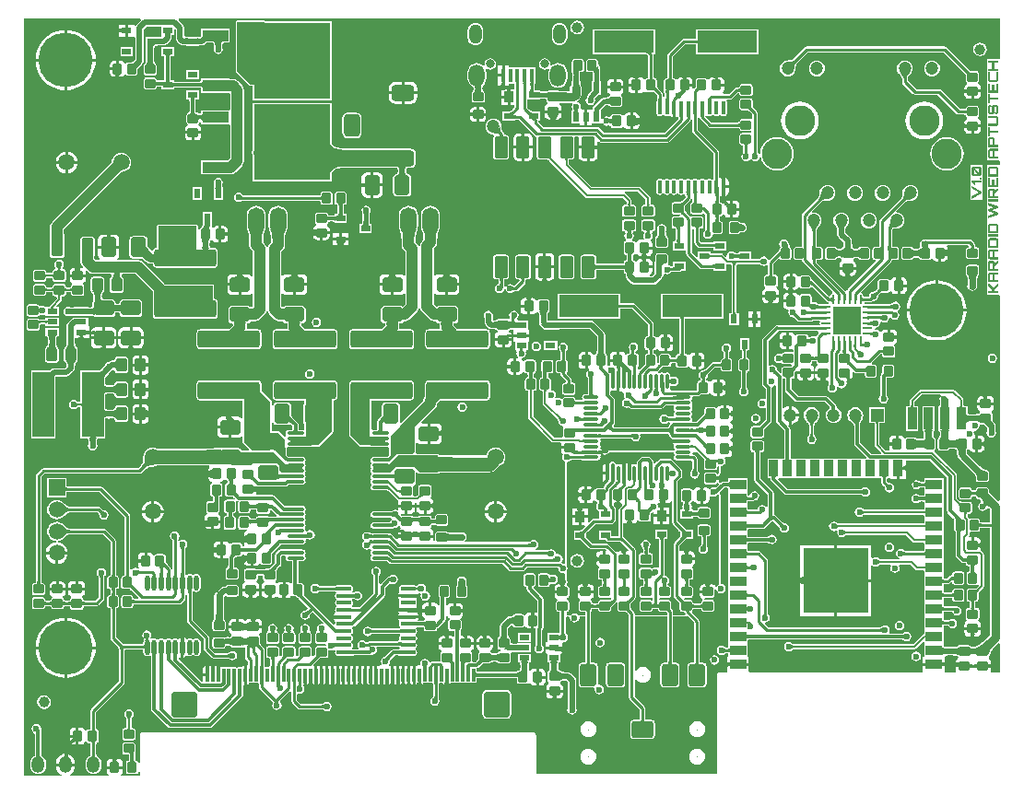
<source format=gtl>
G04 Layer_Physical_Order=1*
G04 Layer_Color=255*
%FSLAX25Y25*%
%MOIN*%
G70*
G01*
G75*
G04:AMPARAMS|DCode=10|XSize=37.4mil|YSize=31.5mil|CornerRadius=3.94mil|HoleSize=0mil|Usage=FLASHONLY|Rotation=0.000|XOffset=0mil|YOffset=0mil|HoleType=Round|Shape=RoundedRectangle|*
%AMROUNDEDRECTD10*
21,1,0.03740,0.02362,0,0,0.0*
21,1,0.02953,0.03150,0,0,0.0*
1,1,0.00787,0.01476,-0.01181*
1,1,0.00787,-0.01476,-0.01181*
1,1,0.00787,-0.01476,0.01181*
1,1,0.00787,0.01476,0.01181*
%
%ADD10ROUNDEDRECTD10*%
G04:AMPARAMS|DCode=11|XSize=39.37mil|YSize=35.43mil|CornerRadius=4.43mil|HoleSize=0mil|Usage=FLASHONLY|Rotation=90.000|XOffset=0mil|YOffset=0mil|HoleType=Round|Shape=RoundedRectangle|*
%AMROUNDEDRECTD11*
21,1,0.03937,0.02657,0,0,90.0*
21,1,0.03051,0.03543,0,0,90.0*
1,1,0.00886,0.01329,0.01526*
1,1,0.00886,0.01329,-0.01526*
1,1,0.00886,-0.01329,-0.01526*
1,1,0.00886,-0.01329,0.01526*
%
%ADD11ROUNDEDRECTD11*%
G04:AMPARAMS|DCode=12|XSize=37.4mil|YSize=33.47mil|CornerRadius=4.18mil|HoleSize=0mil|Usage=FLASHONLY|Rotation=0.000|XOffset=0mil|YOffset=0mil|HoleType=Round|Shape=RoundedRectangle|*
%AMROUNDEDRECTD12*
21,1,0.03740,0.02510,0,0,0.0*
21,1,0.02904,0.03347,0,0,0.0*
1,1,0.00837,0.01452,-0.01255*
1,1,0.00837,-0.01452,-0.01255*
1,1,0.00837,-0.01452,0.01255*
1,1,0.00837,0.01452,0.01255*
%
%ADD12ROUNDEDRECTD12*%
G04:AMPARAMS|DCode=13|XSize=37.4mil|YSize=31.5mil|CornerRadius=3.94mil|HoleSize=0mil|Usage=FLASHONLY|Rotation=270.000|XOffset=0mil|YOffset=0mil|HoleType=Round|Shape=RoundedRectangle|*
%AMROUNDEDRECTD13*
21,1,0.03740,0.02362,0,0,270.0*
21,1,0.02953,0.03150,0,0,270.0*
1,1,0.00787,-0.01181,-0.01476*
1,1,0.00787,-0.01181,0.01476*
1,1,0.00787,0.01181,0.01476*
1,1,0.00787,0.01181,-0.01476*
%
%ADD13ROUNDEDRECTD13*%
G04:AMPARAMS|DCode=14|XSize=37.4mil|YSize=33.47mil|CornerRadius=4.18mil|HoleSize=0mil|Usage=FLASHONLY|Rotation=90.000|XOffset=0mil|YOffset=0mil|HoleType=Round|Shape=RoundedRectangle|*
%AMROUNDEDRECTD14*
21,1,0.03740,0.02510,0,0,90.0*
21,1,0.02904,0.03347,0,0,90.0*
1,1,0.00837,0.01255,0.01452*
1,1,0.00837,0.01255,-0.01452*
1,1,0.00837,-0.01255,-0.01452*
1,1,0.00837,-0.01255,0.01452*
%
%ADD14ROUNDEDRECTD14*%
G04:AMPARAMS|DCode=15|XSize=39.37mil|YSize=35.43mil|CornerRadius=4.43mil|HoleSize=0mil|Usage=FLASHONLY|Rotation=180.000|XOffset=0mil|YOffset=0mil|HoleType=Round|Shape=RoundedRectangle|*
%AMROUNDEDRECTD15*
21,1,0.03937,0.02657,0,0,180.0*
21,1,0.03051,0.03543,0,0,180.0*
1,1,0.00886,-0.01526,0.01329*
1,1,0.00886,0.01526,0.01329*
1,1,0.00886,0.01526,-0.01329*
1,1,0.00886,-0.01526,-0.01329*
%
%ADD15ROUNDEDRECTD15*%
%ADD16R,0.03543X0.03937*%
%ADD17R,0.03543X0.02362*%
%ADD18C,0.03937*%
G04:AMPARAMS|DCode=19|XSize=62.99mil|YSize=224.41mil|CornerRadius=7.87mil|HoleSize=0mil|Usage=FLASHONLY|Rotation=90.000|XOffset=0mil|YOffset=0mil|HoleType=Round|Shape=RoundedRectangle|*
%AMROUNDEDRECTD19*
21,1,0.06299,0.20866,0,0,90.0*
21,1,0.04724,0.22441,0,0,90.0*
1,1,0.01575,0.10433,0.02362*
1,1,0.01575,0.10433,-0.02362*
1,1,0.01575,-0.10433,-0.02362*
1,1,0.01575,-0.10433,0.02362*
%
%ADD19ROUNDEDRECTD19*%
G04:AMPARAMS|DCode=20|XSize=70.87mil|YSize=55.12mil|CornerRadius=6.89mil|HoleSize=0mil|Usage=FLASHONLY|Rotation=0.000|XOffset=0mil|YOffset=0mil|HoleType=Round|Shape=RoundedRectangle|*
%AMROUNDEDRECTD20*
21,1,0.07087,0.04134,0,0,0.0*
21,1,0.05709,0.05512,0,0,0.0*
1,1,0.01378,0.02854,-0.02067*
1,1,0.01378,-0.02854,-0.02067*
1,1,0.01378,-0.02854,0.02067*
1,1,0.01378,0.02854,0.02067*
%
%ADD20ROUNDEDRECTD20*%
%ADD21R,0.21654X0.07874*%
G04:AMPARAMS|DCode=22|XSize=49.21mil|YSize=39.37mil|CornerRadius=4.92mil|HoleSize=0mil|Usage=FLASHONLY|Rotation=270.000|XOffset=0mil|YOffset=0mil|HoleType=Round|Shape=RoundedRectangle|*
%AMROUNDEDRECTD22*
21,1,0.04921,0.02953,0,0,270.0*
21,1,0.03937,0.03937,0,0,270.0*
1,1,0.00984,-0.01476,-0.01968*
1,1,0.00984,-0.01476,0.01968*
1,1,0.00984,0.01476,0.01968*
1,1,0.00984,0.01476,-0.01968*
%
%ADD22ROUNDEDRECTD22*%
%ADD23R,0.03740X0.02165*%
%ADD24R,0.02362X0.03543*%
G04:AMPARAMS|DCode=25|XSize=70.87mil|YSize=55.12mil|CornerRadius=6.89mil|HoleSize=0mil|Usage=FLASHONLY|Rotation=90.000|XOffset=0mil|YOffset=0mil|HoleType=Round|Shape=RoundedRectangle|*
%AMROUNDEDRECTD25*
21,1,0.07087,0.04134,0,0,90.0*
21,1,0.05709,0.05512,0,0,90.0*
1,1,0.01378,0.02067,0.02854*
1,1,0.01378,0.02067,-0.02854*
1,1,0.01378,-0.02067,-0.02854*
1,1,0.01378,-0.02067,0.02854*
%
%ADD25ROUNDEDRECTD25*%
%ADD26R,0.09449X0.04134*%
%ADD27R,0.27559X0.27559*%
G04:AMPARAMS|DCode=28|XSize=66.93mil|YSize=43.31mil|CornerRadius=5.41mil|HoleSize=0mil|Usage=FLASHONLY|Rotation=90.000|XOffset=0mil|YOffset=0mil|HoleType=Round|Shape=RoundedRectangle|*
%AMROUNDEDRECTD28*
21,1,0.06693,0.03248,0,0,90.0*
21,1,0.05610,0.04331,0,0,90.0*
1,1,0.01083,0.01624,0.02805*
1,1,0.01083,0.01624,-0.02805*
1,1,0.01083,-0.01624,-0.02805*
1,1,0.01083,-0.01624,0.02805*
%
%ADD28ROUNDEDRECTD28*%
G04:AMPARAMS|DCode=29|XSize=35.43mil|YSize=39.37mil|CornerRadius=4.43mil|HoleSize=0mil|Usage=FLASHONLY|Rotation=180.000|XOffset=0mil|YOffset=0mil|HoleType=Round|Shape=RoundedRectangle|*
%AMROUNDEDRECTD29*
21,1,0.03543,0.03051,0,0,180.0*
21,1,0.02657,0.03937,0,0,180.0*
1,1,0.00886,-0.01329,0.01526*
1,1,0.00886,0.01329,0.01526*
1,1,0.00886,0.01329,-0.01526*
1,1,0.00886,-0.01329,-0.01526*
%
%ADD29ROUNDEDRECTD29*%
%ADD30R,0.14173X0.25197*%
%ADD31O,0.06299X0.01181*%
%ADD32O,0.01654X0.04921*%
%ADD33R,0.05906X0.03543*%
%ADD34R,0.03543X0.05906*%
%ADD35R,0.23622X0.23622*%
%ADD36O,0.01181X0.05709*%
%ADD37O,0.05709X0.01181*%
G04:AMPARAMS|DCode=38|XSize=11.81mil|YSize=47.24mil|CornerRadius=1.48mil|HoleSize=0mil|Usage=FLASHONLY|Rotation=0.000|XOffset=0mil|YOffset=0mil|HoleType=Round|Shape=RoundedRectangle|*
%AMROUNDEDRECTD38*
21,1,0.01181,0.04429,0,0,0.0*
21,1,0.00886,0.04724,0,0,0.0*
1,1,0.00295,0.00443,-0.02215*
1,1,0.00295,-0.00443,-0.02215*
1,1,0.00295,-0.00443,0.02215*
1,1,0.00295,0.00443,0.02215*
%
%ADD38ROUNDEDRECTD38*%
G04:AMPARAMS|DCode=39|XSize=94.49mil|YSize=94.49mil|CornerRadius=11.81mil|HoleSize=0mil|Usage=FLASHONLY|Rotation=0.000|XOffset=0mil|YOffset=0mil|HoleType=Round|Shape=RoundedRectangle|*
%AMROUNDEDRECTD39*
21,1,0.09449,0.07087,0,0,0.0*
21,1,0.07087,0.09449,0,0,0.0*
1,1,0.02362,0.03543,-0.03543*
1,1,0.02362,-0.03543,-0.03543*
1,1,0.02362,-0.03543,0.03543*
1,1,0.02362,0.03543,0.03543*
%
%ADD39ROUNDEDRECTD39*%
%ADD40O,0.03543X0.00984*%
%ADD41O,0.00984X0.03543*%
%ADD42R,0.09842X0.09842*%
G04:AMPARAMS|DCode=43|XSize=78.74mil|YSize=47.24mil|CornerRadius=5.91mil|HoleSize=0mil|Usage=FLASHONLY|Rotation=270.000|XOffset=0mil|YOffset=0mil|HoleType=Round|Shape=RoundedRectangle|*
%AMROUNDEDRECTD43*
21,1,0.07874,0.03543,0,0,270.0*
21,1,0.06693,0.04724,0,0,270.0*
1,1,0.01181,-0.01772,-0.03347*
1,1,0.01181,-0.01772,0.03347*
1,1,0.01181,0.01772,0.03347*
1,1,0.01181,0.01772,-0.03347*
%
%ADD43ROUNDEDRECTD43*%
%ADD44O,0.01772X0.05512*%
%ADD45R,0.07874X0.23622*%
%ADD46R,0.03740X0.02362*%
%ADD47R,0.03543X0.08268*%
%ADD48R,0.12598X0.08268*%
%ADD49O,0.05512X0.01575*%
%ADD50R,0.02362X0.03740*%
%ADD51R,0.01772X0.05118*%
%ADD52C,0.01000*%
%ADD53C,0.01181*%
%ADD54C,0.01968*%
%ADD55C,0.03150*%
%ADD56C,0.00787*%
%ADD57C,0.05905*%
%ADD58C,0.03937*%
%ADD59C,0.05118*%
%ADD60C,0.00984*%
%ADD61C,0.02362*%
%ADD62C,0.00591*%
%ADD63C,0.01575*%
%ADD64C,0.04724*%
%ADD65C,0.19685*%
%ADD66O,0.05905X0.09842*%
%ADD67C,0.05905*%
%ADD68O,0.04724X0.05905*%
%ADD69R,0.04724X0.04724*%
G04:AMPARAMS|DCode=70|XSize=3.94mil|YSize=3.94mil|CornerRadius=0.49mil|HoleSize=0mil|Usage=FLASHONLY|Rotation=90.000|XOffset=0mil|YOffset=0mil|HoleType=Round|Shape=RoundedRectangle|*
%AMROUNDEDRECTD70*
21,1,0.00394,0.00295,0,0,90.0*
21,1,0.00295,0.00394,0,0,90.0*
1,1,0.00098,0.00148,0.00148*
1,1,0.00098,0.00148,-0.00148*
1,1,0.00098,-0.00148,-0.00148*
1,1,0.00098,-0.00148,0.00148*
%
%ADD70ROUNDEDRECTD70*%
G04:AMPARAMS|DCode=71|XSize=78.74mil|YSize=59.05mil|CornerRadius=7.38mil|HoleSize=0mil|Usage=FLASHONLY|Rotation=180.000|XOffset=0mil|YOffset=0mil|HoleType=Round|Shape=RoundedRectangle|*
%AMROUNDEDRECTD71*
21,1,0.07874,0.04429,0,0,180.0*
21,1,0.06398,0.05905,0,0,180.0*
1,1,0.01476,-0.03199,0.02215*
1,1,0.01476,0.03199,0.02215*
1,1,0.01476,0.03199,-0.02215*
1,1,0.01476,-0.03199,-0.02215*
%
%ADD71ROUNDEDRECTD71*%
G04:AMPARAMS|DCode=72|XSize=78.74mil|YSize=59.05mil|CornerRadius=7.38mil|HoleSize=0mil|Usage=FLASHONLY|Rotation=270.000|XOffset=0mil|YOffset=0mil|HoleType=Round|Shape=RoundedRectangle|*
%AMROUNDEDRECTD72*
21,1,0.07874,0.04429,0,0,270.0*
21,1,0.06398,0.05905,0,0,270.0*
1,1,0.01476,-0.02215,-0.03199*
1,1,0.01476,-0.02215,0.03199*
1,1,0.01476,0.02215,0.03199*
1,1,0.01476,0.02215,-0.03199*
%
%ADD72ROUNDEDRECTD72*%
%ADD73C,0.11024*%
G04:AMPARAMS|DCode=74|XSize=82.68mil|YSize=59.05mil|CornerRadius=14.76mil|HoleSize=0mil|Usage=FLASHONLY|Rotation=0.000|XOffset=0mil|YOffset=0mil|HoleType=Round|Shape=RoundedRectangle|*
%AMROUNDEDRECTD74*
21,1,0.08268,0.02953,0,0,0.0*
21,1,0.05315,0.05905,0,0,0.0*
1,1,0.02953,0.02657,-0.01476*
1,1,0.02953,-0.02657,-0.01476*
1,1,0.02953,-0.02657,0.01476*
1,1,0.02953,0.02657,0.01476*
%
%ADD74ROUNDEDRECTD74*%
G04:AMPARAMS|DCode=75|XSize=82.68mil|YSize=59.05mil|CornerRadius=14.76mil|HoleSize=0mil|Usage=FLASHONLY|Rotation=90.000|XOffset=0mil|YOffset=0mil|HoleType=Round|Shape=RoundedRectangle|*
%AMROUNDEDRECTD75*
21,1,0.08268,0.02953,0,0,90.0*
21,1,0.05315,0.05905,0,0,90.0*
1,1,0.02953,0.01476,0.02657*
1,1,0.02953,0.01476,-0.02657*
1,1,0.02953,-0.01476,-0.02657*
1,1,0.02953,-0.01476,0.02657*
%
%ADD75ROUNDEDRECTD75*%
%ADD76R,0.05905X0.05905*%
%ADD77C,0.03150*%
%ADD78O,0.04528X0.07087*%
%ADD79O,0.05709X0.07874*%
%ADD80C,0.02362*%
%ADD81C,0.02559*%
%ADD82C,0.01968*%
G36*
X295528Y144296D02*
X295616Y144223D01*
X295705Y144160D01*
X295793Y144107D01*
X295882Y144063D01*
X295971Y144029D01*
X296061Y144004D01*
X296151Y143990D01*
X296242Y143985D01*
X296332Y143990D01*
X295280Y142714D01*
X295268Y142804D01*
X295249Y142893D01*
X295221Y142982D01*
X295186Y143071D01*
X295143Y143160D01*
X295092Y143248D01*
X295033Y143335D01*
X294966Y143423D01*
X294891Y143510D01*
X294808Y143597D01*
X295441Y144379D01*
X295528Y144296D01*
D02*
G37*
G36*
X278136Y145181D02*
X278035Y145145D01*
X277947Y145086D01*
X277870Y145002D01*
X277805Y144895D01*
X277752Y144764D01*
X277711Y144609D01*
X277681Y144430D01*
X277663Y144227D01*
X277658Y144000D01*
X276476D01*
X276470Y144227D01*
X276453Y144430D01*
X276423Y144609D01*
X276382Y144764D01*
X276329Y144895D01*
X276264Y145002D01*
X276187Y145086D01*
X276098Y145145D01*
X275998Y145181D01*
X275886Y145193D01*
X278248D01*
X278136Y145181D01*
D02*
G37*
G36*
X272543Y147755D02*
X272557Y147685D01*
X272579Y147612D01*
X272611Y147537D01*
X272653Y147459D01*
X272704Y147378D01*
X272764Y147294D01*
X272833Y147208D01*
X273000Y147028D01*
X272165Y146193D01*
X272074Y146281D01*
X271899Y146429D01*
X271815Y146489D01*
X271734Y146540D01*
X271656Y146581D01*
X271581Y146614D01*
X271508Y146636D01*
X271438Y146650D01*
X271370Y146654D01*
X272539Y147823D01*
X272543Y147755D01*
D02*
G37*
G36*
X293295Y143074D02*
X293306Y142960D01*
X293325Y142854D01*
X293351Y142756D01*
X293385Y142665D01*
X293426Y142581D01*
X293475Y142505D01*
X293531Y142437D01*
X293595Y142375D01*
X293667Y142322D01*
X292042Y142013D01*
X292090Y142087D01*
X292132Y142166D01*
X292169Y142251D01*
X292202Y142340D01*
X292229Y142435D01*
X292251Y142534D01*
X292269Y142639D01*
X292289Y142863D01*
X292291Y142983D01*
X293291Y143195D01*
X293295Y143074D01*
D02*
G37*
G36*
X303202Y129982D02*
X302845Y129204D01*
X302758Y128971D01*
X302630Y128542D01*
X302591Y128347D01*
X302567Y128164D01*
X302559Y127995D01*
X301378Y127620D01*
X301366Y127829D01*
X301330Y128028D01*
X301271Y128218D01*
X301188Y128400D01*
X301081Y128572D01*
X300950Y128736D01*
X300796Y128891D01*
X300618Y129037D01*
X300416Y129174D01*
X300190Y129302D01*
X303353Y130266D01*
X303202Y129982D01*
D02*
G37*
G36*
X309866Y129040D02*
X309799Y129016D01*
X309740Y128977D01*
X309689Y128921D01*
X309646Y128851D01*
X309610Y128764D01*
X309583Y128662D01*
X309563Y128543D01*
X309551Y128410D01*
X309547Y128260D01*
X308760D01*
X308756Y128410D01*
X308744Y128543D01*
X308724Y128662D01*
X308697Y128764D01*
X308661Y128851D01*
X308618Y128921D01*
X308567Y128977D01*
X308508Y129016D01*
X308441Y129040D01*
X308366Y129047D01*
X309941D01*
X309866Y129040D01*
D02*
G37*
G36*
X293999Y134387D02*
X294026Y134109D01*
X294049Y133991D01*
X294078Y133887D01*
X294114Y133796D01*
X294157Y133720D01*
X294206Y133657D01*
X294262Y133609D01*
X294324Y133574D01*
X292487D01*
X292549Y133609D01*
X292605Y133657D01*
X292654Y133720D01*
X292697Y133796D01*
X292733Y133887D01*
X292762Y133991D01*
X292785Y134109D01*
X292802Y134241D01*
X292812Y134387D01*
X292815Y134547D01*
X293996D01*
X293999Y134387D01*
D02*
G37*
G36*
X287811Y151067D02*
X287801Y151162D01*
X287770Y151247D01*
X287720Y151322D01*
X287649Y151387D01*
X287558Y151442D01*
X287446Y151487D01*
X287315Y151522D01*
X287163Y151547D01*
X286991Y151562D01*
X286799Y151567D01*
Y152567D01*
X286991Y152572D01*
X287163Y152587D01*
X287315Y152612D01*
X287446Y152647D01*
X287558Y152692D01*
X287649Y152747D01*
X287720Y152812D01*
X287770Y152887D01*
X287801Y152972D01*
X287811Y153067D01*
Y151067D01*
D02*
G37*
G36*
X275213Y152483D02*
X275270Y152474D01*
X275383Y152464D01*
X275503Y152461D01*
Y151476D01*
X275383Y151473D01*
X275270Y151463D01*
X275213Y151454D01*
Y150984D01*
X275203Y151078D01*
X275173Y151161D01*
X275123Y151235D01*
X275054Y151299D01*
X274964Y151353D01*
X274915Y151373D01*
X274872Y151356D01*
X274786Y151312D01*
X274707Y151262D01*
X274632Y151205D01*
X274564Y151142D01*
Y151458D01*
X274406Y151471D01*
X274217Y151476D01*
Y152461D01*
X274406Y152466D01*
X274564Y152479D01*
Y152795D01*
X274632Y152732D01*
X274707Y152675D01*
X274786Y152625D01*
X274872Y152581D01*
X274915Y152564D01*
X274964Y152584D01*
X275054Y152638D01*
X275123Y152702D01*
X275173Y152776D01*
X275203Y152859D01*
X275213Y152953D01*
Y152483D01*
D02*
G37*
G36*
X288505Y154611D02*
X288520Y154414D01*
X288545Y154244D01*
X288580Y154102D01*
X288625Y153987D01*
X288680Y153900D01*
X288745Y153839D01*
X288820Y153807D01*
X288905Y153801D01*
X289000Y153823D01*
X287799Y153396D01*
X287742Y153139D01*
X287691Y152969D01*
X287646Y152887D01*
X287608Y152892D01*
X287575Y152984D01*
X287548Y153164D01*
X287527Y153431D01*
X287500Y154755D01*
X288500Y154835D01*
X288505Y154611D01*
D02*
G37*
G36*
X285231Y152972D02*
X285261Y152887D01*
X285312Y152812D01*
X285383Y152747D01*
X285474Y152692D01*
X285585Y152647D01*
X285717Y152612D01*
X285868Y152587D01*
X286040Y152572D01*
X286233Y152567D01*
Y151567D01*
X286040Y151562D01*
X285868Y151547D01*
X285717Y151522D01*
X285585Y151487D01*
X285474Y151442D01*
X285383Y151387D01*
X285312Y151322D01*
X285261Y151247D01*
X285231Y151162D01*
X285221Y151067D01*
Y153067D01*
X285231Y152972D01*
D02*
G37*
G36*
X305331Y146555D02*
X305320Y146667D01*
X305285Y146768D01*
X305226Y146856D01*
X305143Y146933D01*
X305036Y146998D01*
X304904Y147051D01*
X304749Y147092D01*
X304570Y147122D01*
X304366Y147140D01*
X304138Y147146D01*
Y148327D01*
X304368Y148333D01*
X304573Y148350D01*
X304755Y148380D01*
X304912Y148421D01*
X305045Y148474D01*
X305154Y148538D01*
X305240Y148615D01*
X305301Y148703D01*
X305338Y148803D01*
X305351Y148915D01*
X305331Y146555D01*
D02*
G37*
G36*
X279768Y148224D02*
X279546Y147994D01*
X279194Y147576D01*
X279064Y147388D01*
X278964Y147214D01*
X278894Y147054D01*
X278855Y146908D01*
X278847Y146776D01*
X278869Y146658D01*
X278921Y146554D01*
X277558Y148508D01*
X277636Y148429D01*
X277733Y148386D01*
X277850Y148380D01*
X277988Y148410D01*
X278145Y148477D01*
X278322Y148580D01*
X278519Y148719D01*
X278735Y148895D01*
X279228Y149355D01*
X279768Y148224D01*
D02*
G37*
G36*
X299123Y151690D02*
X299084Y151589D01*
X299080Y151470D01*
X299112Y151331D01*
X299179Y151173D01*
X299281Y150997D01*
X299419Y150802D01*
X299592Y150587D01*
X300044Y150102D01*
X299012Y149464D01*
X298778Y149690D01*
X298354Y150048D01*
X298164Y150180D01*
X297990Y150280D01*
X297830Y150349D01*
X297686Y150387D01*
X297556Y150393D01*
X297441Y150368D01*
X297342Y150311D01*
X299197Y151772D01*
X299123Y151690D01*
D02*
G37*
G36*
X268548Y127161D02*
X268304Y126909D01*
X267922Y126462D01*
X267785Y126266D01*
X267682Y126090D01*
X267615Y125932D01*
X267583Y125794D01*
X267587Y125674D01*
X267626Y125573D01*
X267701Y125491D01*
X265845Y126953D01*
X265945Y126896D01*
X266059Y126870D01*
X266189Y126876D01*
X266334Y126914D01*
X266493Y126983D01*
X266668Y127083D01*
X266857Y127215D01*
X267062Y127379D01*
X267516Y127800D01*
X268548Y127161D01*
D02*
G37*
G36*
X324165Y102022D02*
X324225Y101986D01*
X324293Y101954D01*
X324370Y101927D01*
X324456Y101903D01*
X324550Y101884D01*
X324652Y101869D01*
X324881Y101853D01*
X325009Y101850D01*
X325100Y100669D01*
X324973Y100667D01*
X324745Y100646D01*
X324645Y100628D01*
X324553Y100605D01*
X324469Y100577D01*
X324395Y100543D01*
X324329Y100505D01*
X324272Y100461D01*
X324223Y100412D01*
X324113Y102062D01*
X324165Y102022D01*
D02*
G37*
G36*
X304078Y102815D02*
X304027Y102860D01*
X303968Y102900D01*
X303901Y102935D01*
X303825Y102966D01*
X303740Y102992D01*
X303647Y103013D01*
X303545Y103030D01*
X303435Y103042D01*
X303190Y103051D01*
Y104232D01*
X303317Y104235D01*
X303545Y104253D01*
X303647Y104270D01*
X303740Y104291D01*
X303825Y104317D01*
X303901Y104348D01*
X303968Y104384D01*
X304027Y104424D01*
X304078Y104469D01*
Y102815D01*
D02*
G37*
G36*
X346131Y102036D02*
X349803Y100591D01*
X350855Y97312D01*
X350503Y97650D01*
X350173Y97938D01*
X349866Y98176D01*
X349581Y98363D01*
X349318Y98501D01*
X349078Y98588D01*
X348860Y98624D01*
X348699Y98613D01*
X348696Y98611D01*
X348679Y98570D01*
X348650Y98480D01*
X348629Y98389D01*
X348615Y98298D01*
X348474Y98476D01*
X348319Y98367D01*
X348148Y98228D01*
X347986Y98077D01*
X347290Y98773D01*
X347441Y98935D01*
X347580Y99106D01*
X347706Y99286D01*
X347763Y99380D01*
X347592Y99597D01*
X347684Y99590D01*
X347776Y99593D01*
X347804Y99597D01*
X347802Y99683D01*
X347737Y99928D01*
X347615Y100204D01*
X347434Y100510D01*
X347196Y100846D01*
X346544Y101609D01*
X346131Y102035D01*
X345984Y102154D01*
X345791Y102259D01*
X345552Y102353D01*
X345391Y102398D01*
Y102165D01*
X345381Y102259D01*
X345351Y102342D01*
X345301Y102416D01*
X345289Y102427D01*
X345267Y102434D01*
X344937Y102502D01*
X344561Y102558D01*
X343671Y102633D01*
X343610Y102634D01*
X343484Y102613D01*
X343354Y102579D01*
X343245Y102534D01*
X343155Y102480D01*
X343085Y102416D01*
X343036Y102342D01*
X343006Y102259D01*
X342996Y102165D01*
Y102648D01*
X342599Y102657D01*
Y103642D01*
X342996Y103646D01*
Y104134D01*
X343006Y104040D01*
X343036Y103957D01*
X343085Y103883D01*
X343155Y103819D01*
X343245Y103765D01*
X343354Y103720D01*
X343484Y103686D01*
X343555Y103674D01*
X344561Y103741D01*
X344937Y103797D01*
X345267Y103866D01*
X345289Y103872D01*
X345301Y103883D01*
X345351Y103957D01*
X345381Y104040D01*
X345391Y104134D01*
Y103901D01*
X345552Y103947D01*
X345791Y104040D01*
X345984Y104146D01*
X346131Y104264D01*
Y102036D01*
D02*
G37*
G36*
X326783Y100079D02*
X326772Y100191D01*
X326736Y100291D01*
X326677Y100380D01*
X326594Y100457D01*
X326488Y100522D01*
X326358Y100575D01*
X326205Y100616D01*
X326027Y100646D01*
X325827Y100663D01*
X325602Y100669D01*
Y101850D01*
X325827Y101856D01*
X326027Y101874D01*
X326205Y101903D01*
X326358Y101945D01*
X326488Y101998D01*
X326594Y102063D01*
X326677Y102140D01*
X326736Y102228D01*
X326772Y102329D01*
X326783Y102441D01*
Y100079D01*
D02*
G37*
G36*
Y95473D02*
X326776Y95547D01*
X326752Y95614D01*
X326712Y95673D01*
X326657Y95724D01*
X326587Y95768D01*
X326500Y95803D01*
X326398Y95831D01*
X326279Y95850D01*
X326146Y95862D01*
X325996Y95866D01*
Y96653D01*
X326146Y96658D01*
X326279Y96669D01*
X326398Y96689D01*
X326500Y96716D01*
X326587Y96752D01*
X326657Y96795D01*
X326712Y96846D01*
X326752Y96905D01*
X326776Y96973D01*
X326783Y97047D01*
Y95473D01*
D02*
G37*
G36*
X341854Y96268D02*
X341787Y96244D01*
X341728Y96204D01*
X341677Y96148D01*
X341634Y96076D01*
X341598Y95988D01*
X341571Y95884D01*
X341551Y95764D01*
X341539Y95628D01*
X341535Y95477D01*
X340748D01*
X340744Y95628D01*
X340732Y95764D01*
X340713Y95884D01*
X340685Y95988D01*
X340650Y96076D01*
X340606Y96148D01*
X340555Y96204D01*
X340496Y96244D01*
X340429Y96268D01*
X340354Y96276D01*
X341929D01*
X341854Y96268D01*
D02*
G37*
G36*
X338877Y99875D02*
X338966Y99801D01*
X339056Y99739D01*
X339146Y99687D01*
X339236Y99646D01*
X339327Y99616D01*
X339417Y99596D01*
X339508Y99588D01*
X339599Y99590D01*
X339690Y99602D01*
X339288Y97800D01*
X339300Y97891D01*
X339297Y97987D01*
X339278Y98087D01*
X339244Y98192D01*
X339195Y98301D01*
X339131Y98414D01*
X339051Y98532D01*
X338955Y98655D01*
X338845Y98782D01*
X338719Y98913D01*
X338787Y99958D01*
X338877Y99875D01*
D02*
G37*
G36*
X272678Y109175D02*
X272616Y109147D01*
X272561Y109099D01*
X272514Y109032D01*
X272474Y108946D01*
X272441Y108841D01*
X272415Y108716D01*
X272397Y108573D01*
X272386Y108410D01*
X272382Y108228D01*
X271201D01*
X271197Y108410D01*
X271168Y108716D01*
X271142Y108841D01*
X271109Y108946D01*
X271069Y109032D01*
X271022Y109099D01*
X270967Y109147D01*
X270904Y109175D01*
X270835Y109185D01*
X272748D01*
X272678Y109175D01*
D02*
G37*
G36*
X277388Y116021D02*
X277406Y115818D01*
X277435Y115639D01*
X277477Y115484D01*
X277530Y115353D01*
X277595Y115246D01*
X277671Y115162D01*
X277760Y115103D01*
X277860Y115067D01*
X277973Y115055D01*
X275610D01*
X275723Y115067D01*
X275823Y115103D01*
X275911Y115162D01*
X275988Y115246D01*
X276053Y115353D01*
X276106Y115484D01*
X276148Y115639D01*
X276177Y115818D01*
X276195Y116021D01*
X276201Y116248D01*
X277382D01*
X277388Y116021D01*
D02*
G37*
G36*
X329406Y125973D02*
X329307Y125902D01*
X329221Y125784D01*
X329145Y125618D01*
X329082Y125406D01*
X329030Y125146D01*
X328989Y124839D01*
X328974Y124589D01*
X329005Y124238D01*
X329059Y123946D01*
X329127Y123683D01*
X329211Y123449D01*
X329310Y123245D01*
X329424Y123070D01*
X329553Y122924D01*
X329697Y122808D01*
X326602Y122677D01*
Y119318D01*
X326509Y119425D01*
X326382Y119521D01*
X326220Y119606D01*
X326024Y119679D01*
X325793Y119741D01*
X325527Y119792D01*
X325227Y119831D01*
X324841Y119856D01*
X324079Y119792D01*
X323814Y119741D01*
X323583Y119679D01*
X323386Y119606D01*
X323224Y119521D01*
X323097Y119425D01*
X323005Y119318D01*
Y122808D01*
X323097Y122701D01*
X323224Y122605D01*
X323386Y122520D01*
X323583Y122447D01*
X323814Y122385D01*
X324079Y122334D01*
X324380Y122295D01*
X324765Y122270D01*
X325527Y122334D01*
X325793Y122385D01*
X326024Y122447D01*
X326220Y122520D01*
X326382Y122605D01*
X326509Y122701D01*
X326524Y122718D01*
X326535Y122802D01*
X326552Y123111D01*
X326564Y124147D01*
X326482Y125146D01*
X326430Y125406D01*
X326366Y125618D01*
X326291Y125784D01*
X326204Y125902D01*
X326106Y125973D01*
X325996Y125996D01*
X329516D01*
X329406Y125973D01*
D02*
G37*
G36*
X312696Y109175D02*
X312611Y109145D01*
X312536Y109095D01*
X312471Y109025D01*
X312416Y108935D01*
X312371Y108825D01*
X312336Y108695D01*
X312311Y108545D01*
X312296Y108375D01*
X312291Y108185D01*
X311291D01*
X311286Y108375D01*
X311271Y108545D01*
X311246Y108695D01*
X311211Y108825D01*
X311166Y108935D01*
X311111Y109025D01*
X311046Y109095D01*
X310971Y109145D01*
X310886Y109175D01*
X310791Y109185D01*
X312791D01*
X312696Y109175D01*
D02*
G37*
G36*
X312864Y106647D02*
X312952Y106573D01*
X313040Y106508D01*
X313128Y106452D01*
X313217Y106404D01*
X313307Y106366D01*
X313397Y106336D01*
X313487Y106315D01*
X313578Y106303D01*
X313669Y106299D01*
X312500Y105130D01*
X312497Y105221D01*
X312484Y105312D01*
X312463Y105402D01*
X312433Y105492D01*
X312395Y105582D01*
X312347Y105671D01*
X312291Y105759D01*
X312226Y105848D01*
X312152Y105935D01*
X312070Y106022D01*
X312777Y106729D01*
X312864Y106647D01*
D02*
G37*
G36*
X326783Y105260D02*
X326773Y105355D01*
X326743Y105440D01*
X326693Y105515D01*
X326623Y105580D01*
X326533Y105635D01*
X326423Y105680D01*
X326293Y105715D01*
X326143Y105740D01*
X325973Y105755D01*
X325783Y105760D01*
Y106760D01*
X325973Y106765D01*
X326143Y106780D01*
X326293Y106805D01*
X326423Y106840D01*
X326533Y106885D01*
X326623Y106940D01*
X326693Y107005D01*
X326743Y107080D01*
X326773Y107165D01*
X326783Y107260D01*
Y105260D01*
D02*
G37*
G36*
X324296Y107010D02*
X324371Y106957D01*
X324452Y106911D01*
X324539Y106871D01*
X324631Y106837D01*
X324728Y106809D01*
X324831Y106788D01*
X324940Y106772D01*
X325054Y106763D01*
X325174Y106760D01*
X325230Y105760D01*
X325109Y105756D01*
X324995Y105746D01*
X324888Y105729D01*
X324786Y105705D01*
X324691Y105674D01*
X324602Y105637D01*
X324519Y105592D01*
X324443Y105541D01*
X324373Y105482D01*
X324309Y105417D01*
X324226Y107069D01*
X324296Y107010D01*
D02*
G37*
G36*
X309485Y175314D02*
X309403Y175226D01*
X309329Y175139D01*
X309264Y175051D01*
X309208Y174962D01*
X309160Y174873D01*
X309122Y174784D01*
X309092Y174694D01*
X309071Y174603D01*
X309058Y174513D01*
X309055Y174421D01*
X307886Y175591D01*
X307977Y175594D01*
X308068Y175606D01*
X308158Y175627D01*
X308248Y175657D01*
X308338Y175696D01*
X308427Y175743D01*
X308515Y175799D01*
X308603Y175864D01*
X308691Y175938D01*
X308778Y176021D01*
X309485Y175314D01*
D02*
G37*
G36*
X311162Y176295D02*
X311094Y176359D01*
X311010Y176393D01*
X310909Y176397D01*
X310792Y176370D01*
X310659Y176313D01*
X310509Y176226D01*
X310343Y176109D01*
X310161Y175962D01*
X309748Y175576D01*
X309237Y176480D01*
X309428Y176677D01*
X309730Y177035D01*
X309841Y177195D01*
X309926Y177342D01*
X309985Y177478D01*
X310017Y177600D01*
X310023Y177711D01*
X310003Y177809D01*
X309957Y177894D01*
X311162Y176295D01*
D02*
G37*
G36*
X287240Y188107D02*
X287145Y188111D01*
X287060Y188093D01*
X286985Y188050D01*
X286920Y187984D01*
X286865Y187895D01*
X286820Y187782D01*
X286785Y187645D01*
X286760Y187485D01*
X286745Y187302D01*
X286740Y187095D01*
X285740Y187470D01*
X285764Y188350D01*
X287240Y188107D01*
D02*
G37*
G36*
X307546Y173275D02*
X307527Y173275D01*
X307502Y173266D01*
X307469Y173248D01*
X307429Y173222D01*
X307383Y173186D01*
X307269Y173088D01*
X307047Y172875D01*
X306339Y173582D01*
X306419Y173663D01*
X306686Y173965D01*
X306713Y174004D01*
X306730Y174037D01*
X306739Y174063D01*
X306739Y174082D01*
X307546Y173275D01*
D02*
G37*
G36*
X284946Y171770D02*
X285033Y171698D01*
X285117Y171641D01*
X285198Y171596D01*
X285275Y171565D01*
X285349Y171548D01*
X285420Y171545D01*
X285488Y171555D01*
X285552Y171579D01*
X285613Y171617D01*
X285526Y171182D01*
X285688Y171023D01*
X285446Y170781D01*
X285303Y170067D01*
X285007Y170342D01*
X284981Y170316D01*
X284572Y170745D01*
X284297Y171000D01*
X284856Y171855D01*
X284946Y171770D01*
D02*
G37*
G36*
X292830Y172228D02*
X292819Y172323D01*
X292789Y172408D01*
X292739Y172483D01*
X292668Y172548D01*
X292577Y172603D01*
X292465Y172648D01*
X292334Y172683D01*
X292182Y172708D01*
X292010Y172723D01*
X291818Y172728D01*
Y173728D01*
X292010Y173733D01*
X292182Y173748D01*
X292334Y173773D01*
X292465Y173808D01*
X292577Y173853D01*
X292668Y173908D01*
X292739Y173973D01*
X292789Y174048D01*
X292819Y174133D01*
X292830Y174228D01*
Y172228D01*
D02*
G37*
G36*
X303637Y174133D02*
X303668Y174048D01*
X303718Y173973D01*
X303789Y173908D01*
X303880Y173853D01*
X303992Y173808D01*
X304123Y173773D01*
X304275Y173748D01*
X304447Y173733D01*
X304639Y173728D01*
Y172728D01*
X304447Y172723D01*
X304275Y172708D01*
X304123Y172683D01*
X303992Y172648D01*
X303880Y172603D01*
X303789Y172548D01*
X303718Y172483D01*
X303668Y172408D01*
X303637Y172323D01*
X303627Y172228D01*
Y174228D01*
X303637Y174133D01*
D02*
G37*
G36*
X316216Y199449D02*
X315903Y199446D01*
X315335Y199399D01*
X315080Y199356D01*
X314845Y199301D01*
X314629Y199231D01*
X314432Y199149D01*
X314255Y199053D01*
X314097Y198945D01*
X313959Y198823D01*
X313252Y199530D01*
X313374Y199668D01*
X313482Y199826D01*
X313578Y200003D01*
X313660Y200199D01*
X313730Y200415D01*
X313786Y200651D01*
X313828Y200906D01*
X313858Y201180D01*
X313878Y201787D01*
X316216Y199449D01*
D02*
G37*
G36*
X321217Y209449D02*
X320903Y209446D01*
X320335Y209399D01*
X320080Y209356D01*
X319845Y209300D01*
X319629Y209231D01*
X319432Y209149D01*
X319255Y209053D01*
X319097Y208945D01*
X318959Y208823D01*
X318252Y209530D01*
X318374Y209668D01*
X318482Y209826D01*
X318578Y210003D01*
X318660Y210199D01*
X318730Y210415D01*
X318786Y210651D01*
X318829Y210906D01*
X318858Y211180D01*
X318878Y211787D01*
X321217Y209449D01*
D02*
G37*
G36*
X290989Y209462D02*
X290688Y209487D01*
X290405Y209495D01*
X290139Y209486D01*
X289891Y209461D01*
X289661Y209419D01*
X289448Y209360D01*
X289252Y209284D01*
X289074Y209192D01*
X288914Y209083D01*
X288771Y208957D01*
X288134Y209735D01*
X288251Y209867D01*
X288359Y210020D01*
X288457Y210195D01*
X288546Y210391D01*
X288626Y210609D01*
X288697Y210847D01*
X288758Y211107D01*
X288853Y211691D01*
X288887Y212016D01*
X290989Y209462D01*
D02*
G37*
G36*
X287674Y199900D02*
X287305Y199466D01*
X287155Y199255D01*
X287029Y199049D01*
X286925Y198847D01*
X286844Y198650D01*
X286786Y198457D01*
X286752Y198269D01*
X286740Y198085D01*
X285740D01*
X285729Y198269D01*
X285694Y198457D01*
X285636Y198650D01*
X285556Y198847D01*
X285452Y199049D01*
X285325Y199255D01*
X285175Y199466D01*
X285002Y199681D01*
X284587Y200124D01*
X287894D01*
X287674Y199900D01*
D02*
G37*
G36*
X314005Y192604D02*
X314020Y192409D01*
X314045Y192241D01*
X314080Y192099D01*
X314125Y191984D01*
X314180Y191897D01*
X314245Y191836D01*
X314320Y191802D01*
X314405Y191795D01*
X314500Y191815D01*
X313291Y191412D01*
X313236Y191162D01*
X313187Y190998D01*
X313143Y190919D01*
X313105Y190925D01*
X313073Y191018D01*
X313047Y191195D01*
X313026Y191459D01*
X313000Y192764D01*
X314000Y192827D01*
X314005Y192604D01*
D02*
G37*
G36*
X286745Y192620D02*
X286760Y192436D01*
X286785Y192276D01*
X286820Y192139D01*
X286865Y192026D01*
X286920Y191937D01*
X286985Y191871D01*
X287060Y191829D01*
X287145Y191810D01*
X287240Y191815D01*
X285764Y191571D01*
X285759Y191573D01*
X285755Y191595D01*
X285752Y191635D01*
X285744Y191871D01*
X285740Y192452D01*
X286740Y192827D01*
X286745Y192620D01*
D02*
G37*
G36*
X311524Y192802D02*
X311521Y192503D01*
X311464Y191699D01*
X311437Y191595D01*
X311406Y191531D01*
X311370Y191505D01*
X311329Y191518D01*
X311283Y191571D01*
X310024Y191815D01*
X310119Y191807D01*
X310204Y191824D01*
X310279Y191865D01*
X310344Y191930D01*
X310399Y192019D01*
X310444Y192132D01*
X310479Y192270D01*
X310504Y192431D01*
X310519Y192617D01*
X310524Y192827D01*
X311524Y192802D01*
D02*
G37*
G36*
X315075Y169873D02*
X315004Y169930D01*
X314927Y169980D01*
X314845Y170024D01*
X314757Y170063D01*
X314665Y170095D01*
X314566Y170122D01*
X314463Y170143D01*
X314354Y170158D01*
X314239Y170166D01*
X314120Y170169D01*
X314027Y171169D01*
X314147Y171173D01*
X314261Y171183D01*
X314369Y171201D01*
X314469Y171226D01*
X314564Y171257D01*
X314651Y171296D01*
X314733Y171342D01*
X314807Y171395D01*
X314875Y171454D01*
X314937Y171521D01*
X315075Y169873D01*
D02*
G37*
G36*
X304916Y155934D02*
X304815Y156003D01*
X304714Y156065D01*
X304612Y156120D01*
X304509Y156168D01*
X304405Y156208D01*
X304301Y156241D01*
X304197Y156266D01*
X304091Y156285D01*
X303985Y156296D01*
X303879Y156299D01*
X303878Y156304D01*
X302855Y156371D01*
X302834Y156397D01*
X302875Y156427D01*
X302981Y156461D01*
X303150Y156499D01*
X303627Y157480D01*
X303601Y157405D01*
X303598Y157339D01*
X303619Y157280D01*
X303663Y157228D01*
X303731Y157185D01*
X303823Y157150D01*
X303938Y157122D01*
X303993Y157114D01*
X304058Y157130D01*
X304156Y157163D01*
X304249Y157206D01*
X304337Y157259D01*
X304420Y157321D01*
X304498Y157392D01*
X304572Y157474D01*
X304641Y157564D01*
X304916Y155934D01*
D02*
G37*
G36*
X283855Y159337D02*
X283890Y159236D01*
X283950Y159148D01*
X284034Y159071D01*
X284141Y159006D01*
X284272Y158953D01*
X284427Y158911D01*
X284536Y158893D01*
X284553Y158896D01*
X284646Y158917D01*
X284730Y158943D01*
X284806Y158974D01*
X284874Y159009D01*
X284933Y159050D01*
X284983Y159095D01*
Y158860D01*
X285036Y158858D01*
Y157677D01*
X284983Y157676D01*
Y157441D01*
X284933Y157486D01*
X284874Y157526D01*
X284806Y157561D01*
X284730Y157592D01*
X284646Y157618D01*
X284553Y157639D01*
X284536Y157642D01*
X284427Y157624D01*
X284272Y157583D01*
X284141Y157529D01*
X284034Y157465D01*
X283950Y157388D01*
X283890Y157299D01*
X283855Y157199D01*
X283843Y157087D01*
Y159449D01*
X283855Y159337D01*
D02*
G37*
G36*
X288052Y161313D02*
X287911Y161021D01*
X287576Y160690D01*
X287569Y160674D01*
X287554Y160667D01*
X287538Y160622D01*
X287285Y160369D01*
X287071Y160050D01*
X287064Y160040D01*
X286512Y159822D01*
X286480Y159844D01*
X285827Y159974D01*
X285174Y159844D01*
X284869Y159640D01*
X284580Y159728D01*
X284373Y159855D01*
X284348Y159898D01*
X284296Y160158D01*
X284089Y160467D01*
X283780Y160674D01*
X283415Y160747D01*
X280758D01*
X280393Y160674D01*
X280084Y160467D01*
X279979Y160310D01*
X279571Y160346D01*
X279449Y160373D01*
X279141Y160834D01*
X278663Y161153D01*
X278100Y161265D01*
X277272D01*
Y158268D01*
Y155271D01*
X278100D01*
X278416Y155334D01*
X278832Y155053D01*
X278871Y154534D01*
X278519Y154152D01*
X275615D01*
X275260Y154081D01*
X274959Y153880D01*
X274758Y153579D01*
X274246Y153570D01*
X273721Y153674D01*
X273068Y153545D01*
X272514Y153175D01*
X272144Y152621D01*
X272014Y151969D01*
X272144Y151316D01*
X272514Y150762D01*
X273068Y150392D01*
X273721Y150262D01*
X274246Y150367D01*
X274758Y150358D01*
X274959Y150057D01*
X275260Y149856D01*
X275615Y149785D01*
X278052D01*
X278256Y149319D01*
X278010Y149034D01*
X277578D01*
X277562Y149040D01*
X277546Y149034D01*
X275615D01*
X275260Y148963D01*
X274959Y148762D01*
X274758Y148460D01*
X274687Y148105D01*
Y146774D01*
X274187Y146567D01*
X273407Y147347D01*
X273391Y147390D01*
X273236Y147557D01*
X273188Y147617D01*
X273146Y147676D01*
X273114Y147725D01*
X273093Y147766D01*
X273080Y147796D01*
X273074Y147815D01*
X273073Y147821D01*
X273071Y147854D01*
X273053Y147892D01*
X272934Y148487D01*
X272565Y149041D01*
X272011Y149411D01*
X271358Y149541D01*
X270705Y149411D01*
X270403Y149209D01*
X269903Y149476D01*
Y158007D01*
X273688Y161792D01*
X287791D01*
X288052Y161313D01*
D02*
G37*
G36*
X301622Y156776D02*
X301612Y156738D01*
X301604Y156685D01*
X301589Y156538D01*
X301577Y156213D01*
X301575Y155926D01*
X300787D01*
X300787Y156076D01*
X300740Y156776D01*
X300729Y156801D01*
X301633D01*
X301622Y156776D01*
D02*
G37*
G36*
X302318Y154839D02*
X302403Y154772D01*
X302492Y154714D01*
X302586Y154664D01*
X302683Y154621D01*
X302785Y154586D01*
X302892Y154560D01*
X303002Y154541D01*
X303117Y154530D01*
X303236Y154527D01*
X302067Y153358D01*
X302064Y153477D01*
X302053Y153592D01*
X302035Y153703D01*
X302008Y153809D01*
X301974Y153911D01*
X301931Y154009D01*
X301881Y154102D01*
X301822Y154191D01*
X301755Y154276D01*
X301681Y154357D01*
X302238Y154913D01*
X302318Y154839D01*
D02*
G37*
G36*
X311532Y153528D02*
X311522Y153623D01*
X311491Y153708D01*
X311441Y153783D01*
X311370Y153848D01*
X311279Y153903D01*
X311168Y153948D01*
X311036Y153983D01*
X310884Y154008D01*
X310712Y154023D01*
X310520Y154028D01*
Y155028D01*
X310712Y155033D01*
X310884Y155048D01*
X311036Y155073D01*
X311168Y155108D01*
X311279Y155153D01*
X311370Y155208D01*
X311441Y155273D01*
X311491Y155348D01*
X311522Y155433D01*
X311532Y155528D01*
Y153528D01*
D02*
G37*
G36*
X297749Y154643D02*
X297764Y154471D01*
X297789Y154319D01*
X297824Y154187D01*
X297869Y154076D01*
X297924Y153985D01*
X297989Y153914D01*
X298064Y153864D01*
X298149Y153833D01*
X298244Y153823D01*
X296244D01*
X296339Y153833D01*
X296424Y153864D01*
X296499Y153914D01*
X296564Y153985D01*
X296619Y154076D01*
X296664Y154187D01*
X296699Y154319D01*
X296724Y154471D01*
X296739Y154643D01*
X296744Y154835D01*
X297744D01*
X297749Y154643D01*
D02*
G37*
G36*
X283593Y169263D02*
X283665Y169207D01*
X283744Y169157D01*
X283828Y169114D01*
X283919Y169078D01*
X284015Y169049D01*
X284117Y169026D01*
X284225Y169009D01*
X284339Y168999D01*
X284459Y168996D01*
X284452Y167996D01*
X284332Y167993D01*
X284218Y167983D01*
X284110Y167967D01*
X284007Y167944D01*
X283910Y167915D01*
X283820Y167879D01*
X283735Y167837D01*
X283656Y167788D01*
X283582Y167733D01*
X283515Y167672D01*
X283526Y169325D01*
X283593Y169263D01*
D02*
G37*
G36*
X314788Y168992D02*
X315063Y168753D01*
X315115Y168716D01*
X315162Y168689D01*
X315202Y168672D01*
X315235Y168664D01*
X315262Y168665D01*
X314406Y167809D01*
X314407Y167836D01*
X314399Y167869D01*
X314382Y167909D01*
X314355Y167955D01*
X314318Y168008D01*
X314273Y168067D01*
X314153Y168205D01*
X313996Y168368D01*
X314703Y169075D01*
X314788Y168992D01*
D02*
G37*
G36*
X287229Y171434D02*
X287302Y171378D01*
X287381Y171329D01*
X287466Y171287D01*
X287556Y171251D01*
X287653Y171222D01*
X287755Y171199D01*
X287863Y171182D01*
X287978Y171173D01*
X288098Y171169D01*
Y170169D01*
X287978Y170166D01*
X287863Y170156D01*
X287755Y170140D01*
X287653Y170117D01*
X287556Y170088D01*
X287466Y170052D01*
X287381Y170009D01*
X287302Y169960D01*
X287229Y169905D01*
X287162Y169843D01*
Y171496D01*
X287229Y171434D01*
D02*
G37*
G36*
X279925Y168401D02*
X279937Y168310D01*
X279958Y168220D01*
X279988Y168130D01*
X280027Y168040D01*
X280074Y167951D01*
X280130Y167863D01*
X280195Y167775D01*
X280269Y167687D01*
X280351Y167600D01*
X279644Y166893D01*
X279557Y166975D01*
X279469Y167049D01*
X279381Y167114D01*
X279293Y167170D01*
X279204Y167218D01*
X279114Y167256D01*
X279024Y167286D01*
X278934Y167307D01*
X278843Y167319D01*
X278752Y167323D01*
X279921Y168492D01*
X279925Y168401D01*
D02*
G37*
G36*
X289275Y161437D02*
X289223Y161332D01*
X289122Y161173D01*
X290098Y160349D01*
X290016Y160399D01*
X289921Y160423D01*
X289813Y160419D01*
X289693Y160389D01*
X289559Y160332D01*
X289412Y160248D01*
X289253Y160137D01*
X289081Y159999D01*
X288697Y159643D01*
X287951Y160311D01*
X288286Y160643D01*
X289235Y161484D01*
X289279Y161488D01*
X289275Y161437D01*
D02*
G37*
G36*
X307906Y161222D02*
X308051Y161221D01*
Y160433D01*
X307900Y160433D01*
X307771Y160424D01*
X307692Y159955D01*
X307623Y160046D01*
X307549Y160127D01*
X307471Y160199D01*
X307388Y160261D01*
X307300Y160314D01*
X307207Y160357D01*
X307109Y160390D01*
X307007Y160414D01*
X306900Y160428D01*
X306788Y160433D01*
X306930Y161221D01*
X307036Y161224D01*
X307142Y161235D01*
X307175Y161241D01*
Y161279D01*
X307200Y161268D01*
X307239Y161258D01*
X307255Y161255D01*
X307352Y161279D01*
X307457Y161312D01*
X307560Y161352D01*
X307663Y161399D01*
X307765Y161454D01*
X307867Y161516D01*
X307967Y161586D01*
X307906Y161222D01*
D02*
G37*
G36*
X307719Y163937D02*
X307652Y163999D01*
X307580Y164055D01*
X307501Y164104D01*
X307416Y164146D01*
X307326Y164182D01*
X307229Y164211D01*
X307127Y164234D01*
X307018Y164251D01*
X306904Y164260D01*
X306784Y164264D01*
Y165264D01*
X306904Y165267D01*
X307018Y165277D01*
X307127Y165293D01*
X307229Y165316D01*
X307326Y165346D01*
X307416Y165381D01*
X307501Y165424D01*
X307580Y165473D01*
X307652Y165529D01*
X307719Y165591D01*
Y163937D01*
D02*
G37*
G36*
X352953Y252638D02*
Y252634D01*
Y252625D01*
Y252609D01*
X352949Y252588D01*
X352944Y252559D01*
X352940Y252530D01*
X352928Y252455D01*
X352903Y252372D01*
X352861Y252284D01*
X352840Y252243D01*
X352811Y252197D01*
X352778Y252155D01*
X352741Y252114D01*
X352736Y252110D01*
X352732Y252105D01*
X352720Y252093D01*
X352703Y252080D01*
X352682Y252064D01*
X352657Y252047D01*
X352595Y252010D01*
X352520Y251968D01*
X352429Y251935D01*
X352329Y251910D01*
X352275Y251906D01*
X352216Y251902D01*
X350078D01*
X350057Y251906D01*
X350028Y251910D01*
X349999Y251914D01*
X349928Y251926D01*
X349845Y251952D01*
X349758Y251993D01*
X349712Y252014D01*
X349671Y252043D01*
X349629Y252076D01*
X349587Y252114D01*
X349583Y252118D01*
X349579Y252122D01*
X349567Y252134D01*
X349554Y252151D01*
X349537Y252172D01*
X349521Y252197D01*
X349479Y252259D01*
X349438Y252334D01*
X349404Y252426D01*
X349379Y252526D01*
X349375Y252580D01*
X349371Y252638D01*
Y255475D01*
X350145D01*
Y252671D01*
X352179D01*
Y255475D01*
X352953D01*
Y252638D01*
D02*
G37*
G36*
Y258886D02*
X351551D01*
Y256769D01*
X352953D01*
Y255999D01*
X349371D01*
Y256769D01*
X350773D01*
Y258886D01*
X349371D01*
Y259660D01*
X352953D01*
Y258886D01*
D02*
G37*
G36*
X40360Y6856D02*
X40378Y6654D01*
X40407Y6475D01*
X40449Y6319D01*
X40502Y6188D01*
X40567Y6081D01*
X40644Y5997D01*
X40732Y5938D01*
X40833Y5902D01*
X40945Y5890D01*
X38583D01*
X38695Y5902D01*
X38795Y5938D01*
X38884Y5997D01*
X38961Y6081D01*
X39026Y6188D01*
X39079Y6319D01*
X39120Y6475D01*
X39150Y6654D01*
X39167Y6856D01*
X39173Y7083D01*
X40354D01*
X40360Y6856D01*
D02*
G37*
G36*
X352953Y248095D02*
X349371D01*
Y251407D01*
X350145D01*
Y248877D01*
X350773D01*
Y250911D01*
X351551D01*
Y248877D01*
X352179D01*
Y251407D01*
X352953D01*
Y248095D01*
D02*
G37*
G36*
X352266Y239659D02*
X352291Y239654D01*
X352325Y239650D01*
X352395Y239638D01*
X352479Y239609D01*
X352562Y239571D01*
X352607Y239546D01*
X352653Y239517D01*
X352695Y239484D01*
X352736Y239446D01*
X352741Y239442D01*
X352745Y239438D01*
X352757Y239426D01*
X352770Y239409D01*
X352786Y239388D01*
X352803Y239363D01*
X352845Y239301D01*
X352886Y239226D01*
X352920Y239135D01*
X352944Y239035D01*
X352949Y238981D01*
X352953Y238927D01*
Y236813D01*
Y236809D01*
Y236801D01*
Y236784D01*
X352949Y236763D01*
X352944Y236734D01*
X352940Y236705D01*
X352928Y236634D01*
X352903Y236551D01*
X352861Y236464D01*
X352840Y236418D01*
X352811Y236372D01*
X352778Y236331D01*
X352741Y236289D01*
X352736Y236285D01*
X352732Y236281D01*
X352720Y236268D01*
X352703Y236256D01*
X352682Y236239D01*
X352657Y236223D01*
X352595Y236185D01*
X352520Y236143D01*
X352429Y236110D01*
X352329Y236085D01*
X352275Y236081D01*
X352216Y236077D01*
X349371D01*
Y236851D01*
X352179D01*
Y238881D01*
X349371D01*
Y239663D01*
X352246D01*
X352266Y239659D01*
D02*
G37*
G36*
Y243765D02*
X352291Y243760D01*
X352325Y243756D01*
X352395Y243744D01*
X352479Y243715D01*
X352562Y243677D01*
X352607Y243652D01*
X352653Y243623D01*
X352695Y243590D01*
X352736Y243552D01*
X352741Y243548D01*
X352745Y243544D01*
X352757Y243532D01*
X352770Y243515D01*
X352786Y243494D01*
X352803Y243469D01*
X352845Y243407D01*
X352886Y243332D01*
X352920Y243240D01*
X352944Y243141D01*
X352949Y243087D01*
X352953Y243032D01*
Y240923D01*
Y240919D01*
Y240911D01*
Y240894D01*
X352949Y240873D01*
X352944Y240848D01*
X352940Y240815D01*
X352928Y240744D01*
X352903Y240661D01*
X352861Y240578D01*
X352840Y240532D01*
X352811Y240487D01*
X352778Y240445D01*
X352741Y240403D01*
X352736Y240399D01*
X352732Y240395D01*
X352720Y240383D01*
X352703Y240370D01*
X352682Y240353D01*
X352657Y240337D01*
X352595Y240295D01*
X352520Y240254D01*
X352429Y240220D01*
X352329Y240195D01*
X352275Y240191D01*
X352216Y240187D01*
X351884D01*
Y240957D01*
X352179D01*
Y242987D01*
X351551D01*
Y240923D01*
Y240919D01*
Y240911D01*
Y240894D01*
X351547Y240873D01*
X351542Y240848D01*
X351538Y240815D01*
X351526Y240744D01*
X351501Y240661D01*
X351459Y240578D01*
X351438Y240532D01*
X351409Y240487D01*
X351376Y240445D01*
X351339Y240403D01*
X351335Y240399D01*
X351330Y240395D01*
X351318Y240383D01*
X351301Y240370D01*
X351280Y240353D01*
X351255Y240337D01*
X351193Y240295D01*
X351114Y240254D01*
X351027Y240220D01*
X350927Y240195D01*
X350873Y240191D01*
X350815Y240187D01*
X350078D01*
X350057Y240191D01*
X350028Y240195D01*
X349999Y240199D01*
X349928Y240216D01*
X349845Y240241D01*
X349758Y240279D01*
X349712Y240303D01*
X349671Y240333D01*
X349629Y240366D01*
X349587Y240403D01*
X349583Y240407D01*
X349579Y240412D01*
X349567Y240424D01*
X349554Y240441D01*
X349537Y240462D01*
X349521Y240487D01*
X349479Y240549D01*
X349438Y240624D01*
X349404Y240715D01*
X349379Y240815D01*
X349375Y240869D01*
X349371Y240923D01*
Y243032D01*
Y243037D01*
Y243045D01*
Y243062D01*
X349375Y243082D01*
X349379Y243111D01*
X349383Y243141D01*
X349396Y243211D01*
X349425Y243295D01*
X349463Y243382D01*
X349487Y243424D01*
X349517Y243469D01*
X349550Y243511D01*
X349587Y243552D01*
X349591Y243557D01*
X349596Y243561D01*
X349608Y243573D01*
X349625Y243586D01*
X349646Y243602D01*
X349671Y243619D01*
X349733Y243661D01*
X349808Y243702D01*
X349899Y243736D01*
X349999Y243760D01*
X350053Y243765D01*
X350107Y243769D01*
X350440D01*
Y242987D01*
X350145D01*
Y240957D01*
X350773D01*
Y243032D01*
Y243037D01*
Y243045D01*
Y243062D01*
X350777Y243082D01*
X350781Y243111D01*
X350785Y243141D01*
X350798Y243211D01*
X350827Y243295D01*
X350864Y243382D01*
X350889Y243424D01*
X350919Y243469D01*
X350952Y243511D01*
X350989Y243552D01*
X350993Y243557D01*
X350998Y243561D01*
X351010Y243573D01*
X351027Y243586D01*
X351047Y243602D01*
X351072Y243619D01*
X351135Y243661D01*
X351210Y243702D01*
X351301Y243736D01*
X351401Y243760D01*
X351455Y243765D01*
X351509Y243769D01*
X352246D01*
X352266Y243765D01*
D02*
G37*
G36*
X350145Y246306D02*
X352953D01*
Y245528D01*
X350145D01*
Y244122D01*
X349371D01*
Y247708D01*
X350145D01*
Y246306D01*
D02*
G37*
G36*
X338715Y44325D02*
X338615Y44450D01*
X338491Y44561D01*
X338342Y44659D01*
X338169Y44745D01*
X337972Y44816D01*
X337750Y44875D01*
X337504Y44921D01*
X337233Y44954D01*
X336937Y44974D01*
X336618Y44980D01*
Y46949D01*
X336937Y46955D01*
X337504Y47008D01*
X337750Y47054D01*
X337972Y47113D01*
X338169Y47185D01*
X338342Y47270D01*
X338491Y47368D01*
X338615Y47480D01*
X338715Y47604D01*
Y44325D01*
D02*
G37*
G36*
X351633Y48323D02*
X351275Y47949D01*
X350646Y47193D01*
X350376Y46811D01*
X350136Y46427D01*
X349924Y46040D01*
X349742Y45651D01*
X349590Y45259D01*
X349466Y44865D01*
X349372Y44468D01*
X345747Y47699D01*
X345959Y47758D01*
X346193Y47854D01*
X346447Y47987D01*
X346722Y48157D01*
X347018Y48365D01*
X347674Y48891D01*
X348414Y49566D01*
X348815Y49960D01*
X351633Y48323D01*
D02*
G37*
G36*
X332674Y47746D02*
X332734Y47579D01*
X332833Y47431D01*
X332972Y47303D01*
X333150Y47195D01*
X333368Y47106D01*
X333625Y47037D01*
X333922Y46988D01*
X334258Y46959D01*
X334634Y46949D01*
Y44980D01*
X334260Y44976D01*
X333374Y44903D01*
X333157Y44860D01*
X332980Y44807D01*
X332843Y44745D01*
X332744Y44673D01*
X332685Y44592D01*
X332665Y44500D01*
X332653Y47933D01*
X332674Y47746D01*
D02*
G37*
G36*
X353528Y48758D02*
Y38204D01*
X350557D01*
X350290Y38704D01*
X350326Y38758D01*
X350438Y39321D01*
Y39975D01*
X350414Y39990D01*
X350329Y40032D01*
X350239Y40068D01*
X350143Y40097D01*
X350040Y40120D01*
X350011Y40125D01*
X349890Y40105D01*
X349758Y40070D01*
X349647Y40025D01*
X349556Y39970D01*
X349485Y39905D01*
X349434Y39830D01*
X349404Y39745D01*
X349394Y39650D01*
Y40150D01*
X347441D01*
Y41150D01*
X349394D01*
Y41650D01*
X349404Y41555D01*
X349434Y41470D01*
X349485Y41395D01*
X349556Y41330D01*
X349647Y41275D01*
X349758Y41230D01*
X349890Y41195D01*
X350011Y41175D01*
X350040Y41179D01*
X350143Y41202D01*
X350239Y41231D01*
X350329Y41267D01*
X350414Y41310D01*
X350438Y41324D01*
Y41978D01*
X350326Y42541D01*
X350007Y43019D01*
X349546Y43327D01*
X349520Y43448D01*
X349483Y43856D01*
X349641Y43962D01*
X349728Y44093D01*
X349770Y44113D01*
X349801Y44201D01*
X349847Y44271D01*
X349851Y44290D01*
X349891Y44345D01*
X349980Y44724D01*
X350093Y45083D01*
X350232Y45441D01*
X350400Y45799D01*
X350595Y46158D01*
X350820Y46516D01*
X351069Y46869D01*
X351672Y47594D01*
X352016Y47953D01*
X353028Y48965D01*
X353528Y48758D01*
D02*
G37*
G36*
X40405Y9384D02*
X40395Y9332D01*
X40385Y9259D01*
X40370Y9048D01*
X40354Y8138D01*
X39173Y7976D01*
X39167Y8217D01*
X39150Y8431D01*
X39120Y8618D01*
X39079Y8778D01*
X39026Y8911D01*
X38961Y9016D01*
X38884Y9095D01*
X38795Y9147D01*
X38695Y9172D01*
X38583Y9170D01*
X40417Y9413D01*
X40405Y9384D01*
D02*
G37*
G36*
X342514Y41555D02*
X342545Y41470D01*
X342595Y41395D01*
X342666Y41330D01*
X342757Y41275D01*
X342868Y41230D01*
X343000Y41195D01*
X343152Y41170D01*
X343324Y41155D01*
X343516Y41150D01*
Y40150D01*
X343324Y40145D01*
X343152Y40130D01*
X343000Y40105D01*
X342868Y40070D01*
X342757Y40025D01*
X342666Y39970D01*
X342595Y39905D01*
X342545Y39830D01*
X342514Y39745D01*
X342504Y39650D01*
Y41650D01*
X342514Y41555D01*
D02*
G37*
G36*
X345488Y39650D02*
X345478Y39745D01*
X345447Y39830D01*
X345397Y39905D01*
X345326Y39970D01*
X345235Y40025D01*
X345124Y40070D01*
X344992Y40105D01*
X344840Y40130D01*
X344668Y40145D01*
X344476Y40150D01*
Y41150D01*
X344668Y41155D01*
X344840Y41170D01*
X344992Y41195D01*
X345124Y41230D01*
X345235Y41275D01*
X345326Y41330D01*
X345397Y41395D01*
X345447Y41470D01*
X345478Y41555D01*
X345488Y41650D01*
Y39650D01*
D02*
G37*
G36*
X350145Y234309D02*
X352953D01*
Y233531D01*
X350145D01*
Y232125D01*
X349371D01*
Y235711D01*
X350145D01*
Y234309D01*
D02*
G37*
G36*
X352266Y195485D02*
X352291Y195481D01*
X352325Y195477D01*
X352395Y195464D01*
X352479Y195435D01*
X352562Y195398D01*
X352607Y195373D01*
X352653Y195344D01*
X352695Y195310D01*
X352736Y195273D01*
X352741Y195269D01*
X352745Y195265D01*
X352757Y195252D01*
X352770Y195236D01*
X352786Y195215D01*
X352803Y195190D01*
X352845Y195127D01*
X352886Y195048D01*
X352920Y194961D01*
X352944Y194857D01*
X352949Y194803D01*
X352953Y194745D01*
Y191903D01*
X349371D01*
Y194745D01*
Y194749D01*
Y194757D01*
Y194774D01*
X349375Y194799D01*
X349379Y194824D01*
X349383Y194857D01*
X349396Y194928D01*
X349425Y195011D01*
X349463Y195098D01*
X349487Y195144D01*
X349517Y195190D01*
X349550Y195231D01*
X349587Y195273D01*
X349591Y195277D01*
X349596Y195281D01*
X349608Y195294D01*
X349625Y195306D01*
X349646Y195323D01*
X349671Y195340D01*
X349733Y195381D01*
X349808Y195423D01*
X349899Y195456D01*
X349999Y195481D01*
X350053Y195485D01*
X350107Y195489D01*
X352246D01*
X352266Y195485D01*
D02*
G37*
G36*
X352953Y196051D02*
X349371D01*
Y196825D01*
X352953D01*
Y196051D01*
D02*
G37*
G36*
X352266Y200710D02*
X352291Y200706D01*
X352325Y200702D01*
X352395Y200689D01*
X352479Y200660D01*
X352562Y200623D01*
X352607Y200598D01*
X352653Y200569D01*
X352695Y200535D01*
X352736Y200498D01*
X352741Y200494D01*
X352745Y200490D01*
X352757Y200477D01*
X352770Y200460D01*
X352786Y200440D01*
X352803Y200415D01*
X352845Y200352D01*
X352886Y200277D01*
X352920Y200186D01*
X352944Y200086D01*
X352949Y200032D01*
X352953Y199978D01*
Y197865D01*
Y197860D01*
Y197852D01*
Y197836D01*
X352949Y197815D01*
X352944Y197786D01*
X352940Y197756D01*
X352928Y197686D01*
X352903Y197602D01*
X352861Y197515D01*
X352840Y197469D01*
X352811Y197424D01*
X352778Y197382D01*
X352741Y197341D01*
X352736Y197336D01*
X352732Y197332D01*
X352720Y197320D01*
X352703Y197307D01*
X352682Y197291D01*
X352657Y197274D01*
X352595Y197236D01*
X352520Y197195D01*
X352429Y197162D01*
X352329Y197137D01*
X352275Y197132D01*
X352216Y197128D01*
X350078D01*
X350057Y197132D01*
X350028Y197137D01*
X349999Y197141D01*
X349928Y197153D01*
X349845Y197178D01*
X349758Y197220D01*
X349712Y197241D01*
X349671Y197270D01*
X349629Y197303D01*
X349587Y197341D01*
X349583Y197345D01*
X349579Y197349D01*
X349567Y197361D01*
X349554Y197378D01*
X349537Y197399D01*
X349521Y197424D01*
X349479Y197486D01*
X349438Y197565D01*
X349404Y197652D01*
X349379Y197752D01*
X349375Y197806D01*
X349371Y197865D01*
Y199978D01*
Y199982D01*
Y199990D01*
Y200007D01*
X349375Y200028D01*
X349379Y200057D01*
X349383Y200086D01*
X349396Y200157D01*
X349425Y200240D01*
X349463Y200327D01*
X349487Y200369D01*
X349517Y200415D01*
X349550Y200456D01*
X349587Y200498D01*
X349591Y200502D01*
X349596Y200506D01*
X349608Y200519D01*
X349625Y200531D01*
X349646Y200548D01*
X349671Y200565D01*
X349733Y200606D01*
X349808Y200648D01*
X349899Y200681D01*
X349999Y200706D01*
X350053Y200710D01*
X350107Y200714D01*
X352246D01*
X352266Y200710D01*
D02*
G37*
G36*
X352953Y190543D02*
X351800D01*
Y188509D01*
X352953D01*
Y187739D01*
X350078D01*
X350057Y187743D01*
X350028Y187748D01*
X349999Y187752D01*
X349928Y187764D01*
X349845Y187789D01*
X349758Y187831D01*
X349712Y187852D01*
X349671Y187881D01*
X349629Y187914D01*
X349587Y187951D01*
X349583Y187955D01*
X349579Y187960D01*
X349567Y187972D01*
X349554Y187989D01*
X349537Y188010D01*
X349521Y188034D01*
X349479Y188097D01*
X349438Y188176D01*
X349404Y188263D01*
X349379Y188363D01*
X349375Y188417D01*
X349371Y188476D01*
Y190580D01*
Y190585D01*
Y190593D01*
Y190610D01*
X349375Y190635D01*
X349379Y190659D01*
X349383Y190693D01*
X349396Y190763D01*
X349425Y190847D01*
X349463Y190934D01*
X349487Y190980D01*
X349517Y191026D01*
X349550Y191067D01*
X349587Y191109D01*
X349591Y191113D01*
X349596Y191117D01*
X349608Y191130D01*
X349625Y191142D01*
X349646Y191159D01*
X349671Y191175D01*
X349733Y191217D01*
X349808Y191259D01*
X349899Y191292D01*
X349999Y191317D01*
X350053Y191321D01*
X350107Y191325D01*
X352953D01*
Y190543D01*
D02*
G37*
G36*
Y178146D02*
X351551Y176969D01*
Y176266D01*
X352953D01*
Y175492D01*
X349371D01*
Y176266D01*
X350773D01*
Y176969D01*
X350240Y177418D01*
X349371Y178146D01*
Y178953D01*
X349637D01*
X351164Y177672D01*
X352687Y178953D01*
X352953D01*
Y178146D01*
D02*
G37*
G36*
Y182269D02*
X351800D01*
Y180235D01*
X352953D01*
Y179465D01*
X350078D01*
X350057Y179469D01*
X350028Y179473D01*
X349999Y179477D01*
X349928Y179490D01*
X349845Y179515D01*
X349758Y179556D01*
X349712Y179577D01*
X349671Y179606D01*
X349629Y179640D01*
X349587Y179677D01*
X349583Y179681D01*
X349579Y179685D01*
X349567Y179698D01*
X349554Y179715D01*
X349537Y179735D01*
X349521Y179760D01*
X349479Y179823D01*
X349438Y179902D01*
X349404Y179989D01*
X349379Y180089D01*
X349375Y180143D01*
X349371Y180201D01*
Y182306D01*
Y182310D01*
Y182319D01*
Y182335D01*
X349375Y182360D01*
X349379Y182385D01*
X349383Y182419D01*
X349396Y182489D01*
X349425Y182572D01*
X349463Y182660D01*
X349487Y182706D01*
X349517Y182751D01*
X349550Y182793D01*
X349587Y182834D01*
X349591Y182839D01*
X349596Y182843D01*
X349608Y182855D01*
X349625Y182868D01*
X349646Y182884D01*
X349671Y182901D01*
X349733Y182943D01*
X349808Y182984D01*
X349899Y183018D01*
X349999Y183043D01*
X350053Y183047D01*
X350107Y183051D01*
X352953D01*
Y182269D01*
D02*
G37*
G36*
Y186404D02*
X351776Y185410D01*
X351780Y184386D01*
Y184390D01*
X351784Y184395D01*
X351792Y184399D01*
X351809D01*
Y184395D01*
X351805Y184386D01*
X352953D01*
Y183612D01*
X349375D01*
Y186458D01*
Y186462D01*
Y186470D01*
Y186487D01*
X349379Y186508D01*
X349383Y186537D01*
X349388Y186566D01*
X349400Y186637D01*
X349429Y186720D01*
X349467Y186807D01*
X349492Y186849D01*
X349521Y186895D01*
X349554Y186936D01*
X349591Y186978D01*
X349596Y186982D01*
X349600Y186986D01*
X349612Y186999D01*
X349629Y187011D01*
X349650Y187028D01*
X349675Y187049D01*
X349737Y187090D01*
X349812Y187128D01*
X349903Y187165D01*
X350003Y187190D01*
X350057Y187194D01*
X350112Y187198D01*
X351068D01*
X351089Y187194D01*
X351114Y187190D01*
X351147Y187186D01*
X351218Y187169D01*
X351301Y187144D01*
X351384Y187107D01*
X351430Y187082D01*
X351476Y187053D01*
X351518Y187015D01*
X351559Y186978D01*
X351563Y186974D01*
X351568Y186970D01*
X351580Y186957D01*
X351592Y186941D01*
X351609Y186920D01*
X351626Y186895D01*
X351667Y186832D01*
X351709Y186757D01*
X351742Y186666D01*
X351767Y186566D01*
X351771Y186512D01*
X351776Y186458D01*
Y186421D01*
X352691Y187198D01*
X352953D01*
Y186404D01*
D02*
G37*
G36*
X352266Y221344D02*
X352291Y221340D01*
X352325Y221335D01*
X352395Y221323D01*
X352479Y221294D01*
X352562Y221256D01*
X352607Y221231D01*
X352653Y221202D01*
X352695Y221169D01*
X352736Y221131D01*
X352741Y221127D01*
X352745Y221123D01*
X352757Y221111D01*
X352770Y221094D01*
X352786Y221073D01*
X352803Y221048D01*
X352845Y220986D01*
X352886Y220907D01*
X352920Y220819D01*
X352944Y220715D01*
X352949Y220661D01*
X352953Y220603D01*
Y217762D01*
X349371D01*
Y220603D01*
Y220607D01*
Y220616D01*
Y220632D01*
X349375Y220657D01*
X349379Y220682D01*
X349383Y220715D01*
X349396Y220786D01*
X349425Y220869D01*
X349463Y220957D01*
X349487Y221003D01*
X349517Y221048D01*
X349550Y221090D01*
X349587Y221131D01*
X349591Y221136D01*
X349596Y221140D01*
X349608Y221152D01*
X349625Y221165D01*
X349646Y221181D01*
X349671Y221198D01*
X349733Y221240D01*
X349808Y221281D01*
X349899Y221315D01*
X349999Y221340D01*
X350053Y221344D01*
X350107Y221348D01*
X352246D01*
X352266Y221344D01*
D02*
G37*
G36*
X352953Y227016D02*
X351800D01*
Y224982D01*
X352953D01*
Y224213D01*
X350078D01*
X350057Y224217D01*
X350028Y224221D01*
X349999Y224225D01*
X349928Y224238D01*
X349845Y224262D01*
X349758Y224304D01*
X349712Y224325D01*
X349671Y224354D01*
X349629Y224387D01*
X349587Y224425D01*
X349583Y224429D01*
X349579Y224433D01*
X349567Y224446D01*
X349554Y224462D01*
X349537Y224483D01*
X349521Y224508D01*
X349479Y224570D01*
X349438Y224649D01*
X349404Y224737D01*
X349379Y224837D01*
X349375Y224891D01*
X349371Y224949D01*
Y227054D01*
Y227058D01*
Y227066D01*
Y227083D01*
X349375Y227108D01*
X349379Y227133D01*
X349383Y227166D01*
X349396Y227237D01*
X349425Y227320D01*
X349463Y227408D01*
X349487Y227453D01*
X349517Y227499D01*
X349550Y227541D01*
X349587Y227582D01*
X349591Y227586D01*
X349596Y227590D01*
X349608Y227603D01*
X349625Y227615D01*
X349646Y227632D01*
X349671Y227649D01*
X349733Y227690D01*
X349808Y227732D01*
X349899Y227765D01*
X349999Y227790D01*
X350053Y227794D01*
X350107Y227799D01*
X352953D01*
Y227016D01*
D02*
G37*
G36*
X351089Y231946D02*
X351114Y231942D01*
X351147Y231938D01*
X351218Y231921D01*
X351301Y231896D01*
X351384Y231859D01*
X351430Y231834D01*
X351476Y231805D01*
X351518Y231767D01*
X351559Y231730D01*
X351563Y231726D01*
X351568Y231721D01*
X351580Y231709D01*
X351592Y231692D01*
X351609Y231672D01*
X351626Y231646D01*
X351667Y231584D01*
X351709Y231509D01*
X351742Y231418D01*
X351767Y231318D01*
X351771Y231264D01*
X351776Y231210D01*
X351780Y229138D01*
Y229142D01*
X351784Y229146D01*
X351792Y229151D01*
X351809Y229155D01*
Y229146D01*
X351805Y229138D01*
X352953D01*
Y228368D01*
X349375D01*
Y231210D01*
Y231214D01*
Y231222D01*
Y231239D01*
X349379Y231260D01*
X349383Y231289D01*
X349388Y231318D01*
X349400Y231389D01*
X349429Y231472D01*
X349467Y231559D01*
X349492Y231601D01*
X349521Y231646D01*
X349554Y231688D01*
X349591Y231730D01*
X349596Y231734D01*
X349600Y231738D01*
X349612Y231750D01*
X349629Y231763D01*
X349650Y231780D01*
X349675Y231800D01*
X349737Y231842D01*
X349812Y231879D01*
X349903Y231917D01*
X350003Y231942D01*
X350057Y231946D01*
X350112Y231950D01*
X351068D01*
X351089Y231946D01*
D02*
G37*
G36*
X352953Y213947D02*
X349371D01*
Y217259D01*
X350145D01*
Y214729D01*
X350773D01*
Y216763D01*
X351551D01*
Y214729D01*
X352179D01*
Y217259D01*
X352953D01*
Y213947D01*
D02*
G37*
G36*
Y206938D02*
Y206343D01*
X350648Y205498D01*
X351526Y205178D01*
X352953Y204654D01*
Y204063D01*
X349371Y202757D01*
Y203580D01*
X351505Y204363D01*
X351172Y204487D01*
X349371Y205145D01*
Y205856D01*
X351505Y206642D01*
X351172Y206767D01*
X349371Y207424D01*
Y208240D01*
X352953Y206938D01*
D02*
G37*
G36*
Y208739D02*
X349371D01*
Y209513D01*
X352953D01*
Y208739D01*
D02*
G37*
G36*
Y212612D02*
X351776Y211618D01*
X351780Y210594D01*
Y210598D01*
X351784Y210602D01*
X351792Y210607D01*
X351809D01*
Y210602D01*
X351805Y210594D01*
X352953D01*
Y209820D01*
X349375D01*
Y212666D01*
Y212670D01*
Y212678D01*
Y212695D01*
X349379Y212716D01*
X349383Y212745D01*
X349388Y212774D01*
X349400Y212845D01*
X349429Y212928D01*
X349467Y213015D01*
X349492Y213057D01*
X349521Y213103D01*
X349554Y213144D01*
X349591Y213186D01*
X349596Y213190D01*
X349600Y213194D01*
X349612Y213207D01*
X349629Y213219D01*
X349650Y213236D01*
X349675Y213257D01*
X349737Y213298D01*
X349812Y213336D01*
X349903Y213373D01*
X350003Y213398D01*
X350057Y213402D01*
X350112Y213406D01*
X351068D01*
X351089Y213402D01*
X351114Y213398D01*
X351147Y213394D01*
X351218Y213377D01*
X351301Y213352D01*
X351384Y213315D01*
X351430Y213290D01*
X351476Y213261D01*
X351518Y213223D01*
X351559Y213186D01*
X351563Y213182D01*
X351568Y213178D01*
X351580Y213165D01*
X351592Y213148D01*
X351609Y213128D01*
X351626Y213103D01*
X351667Y213040D01*
X351709Y212965D01*
X351742Y212874D01*
X351767Y212774D01*
X351771Y212720D01*
X351776Y212666D01*
Y212629D01*
X352691Y213406D01*
X352953D01*
Y212612D01*
D02*
G37*
G36*
X326783Y80260D02*
X326773Y80355D01*
X326743Y80440D01*
X326693Y80515D01*
X326623Y80580D01*
X326533Y80635D01*
X326423Y80680D01*
X326293Y80715D01*
X326143Y80740D01*
X325973Y80755D01*
X325783Y80760D01*
Y81760D01*
X325973Y81765D01*
X326143Y81780D01*
X326293Y81805D01*
X326423Y81840D01*
X326533Y81885D01*
X326623Y81940D01*
X326693Y82005D01*
X326743Y82080D01*
X326773Y82165D01*
X326783Y82260D01*
Y80260D01*
D02*
G37*
G36*
X318710Y82052D02*
X318776Y81991D01*
X318849Y81937D01*
X318928Y81890D01*
X319015Y81850D01*
X319108Y81818D01*
X319208Y81792D01*
X319315Y81774D01*
X319429Y81763D01*
X319549Y81760D01*
X319419Y80760D01*
X319300Y80757D01*
X319076Y80734D01*
X318972Y80715D01*
X318873Y80689D01*
X318779Y80658D01*
X318691Y80622D01*
X318608Y80580D01*
X318530Y80532D01*
X318458Y80478D01*
X318651Y82120D01*
X318710Y82052D01*
D02*
G37*
G36*
X326783Y85473D02*
X326776Y85547D01*
X326752Y85614D01*
X326712Y85673D01*
X326657Y85724D01*
X326587Y85768D01*
X326500Y85803D01*
X326398Y85831D01*
X326279Y85850D01*
X326146Y85862D01*
X325996Y85866D01*
Y86654D01*
X326146Y86658D01*
X326279Y86669D01*
X326398Y86689D01*
X326500Y86717D01*
X326587Y86752D01*
X326657Y86795D01*
X326712Y86847D01*
X326752Y86905D01*
X326776Y86972D01*
X326783Y87047D01*
Y85473D01*
D02*
G37*
G36*
X341748Y77854D02*
X341736Y77966D01*
X341700Y78067D01*
X341640Y78155D01*
X341557Y78232D01*
X341450Y78297D01*
X341318Y78350D01*
X341163Y78392D01*
X340984Y78421D01*
X340781Y78439D01*
X340555Y78445D01*
Y79626D01*
X340781Y79632D01*
X340984Y79650D01*
X341163Y79679D01*
X341318Y79720D01*
X341450Y79774D01*
X341557Y79839D01*
X341640Y79915D01*
X341700Y80004D01*
X341736Y80104D01*
X341748Y80216D01*
Y77854D01*
D02*
G37*
G36*
X326783Y75472D02*
X326776Y75547D01*
X326752Y75614D01*
X326712Y75673D01*
X326657Y75724D01*
X326587Y75768D01*
X326500Y75803D01*
X326398Y75831D01*
X326279Y75850D01*
X326146Y75862D01*
X325996Y75866D01*
Y76653D01*
X326146Y76657D01*
X326279Y76669D01*
X326398Y76689D01*
X326500Y76717D01*
X326587Y76752D01*
X326657Y76795D01*
X326712Y76846D01*
X326752Y76906D01*
X326776Y76973D01*
X326783Y77047D01*
Y75472D01*
D02*
G37*
G36*
X344770Y77267D02*
X344669Y77232D01*
X344581Y77172D01*
X344504Y77088D01*
X344439Y76981D01*
X344386Y76850D01*
X344344Y76695D01*
X344315Y76516D01*
X344297Y76313D01*
X344291Y76086D01*
X343110D01*
X343104Y76313D01*
X343087Y76516D01*
X343057Y76695D01*
X343016Y76850D01*
X342963Y76981D01*
X342898Y77088D01*
X342821Y77172D01*
X342732Y77232D01*
X342632Y77267D01*
X342520Y77279D01*
X344882D01*
X344770Y77267D01*
D02*
G37*
G36*
X309591Y79091D02*
X309680Y79017D01*
X309771Y78952D01*
X309865Y78896D01*
X309962Y78848D01*
X310061Y78809D01*
X310163Y78779D01*
X310267Y78758D01*
X310374Y78745D01*
X310484Y78740D01*
Y77953D01*
X310374Y77948D01*
X310267Y77935D01*
X310163Y77914D01*
X310061Y77883D01*
X309962Y77845D01*
X309865Y77797D01*
X309771Y77741D01*
X309680Y77676D01*
X309591Y77602D01*
X309505Y77520D01*
Y79173D01*
X309591Y79091D01*
D02*
G37*
G36*
X345958Y92525D02*
X345988Y92441D01*
X346038Y92367D01*
X346108Y92303D01*
X346198Y92249D01*
X346307Y92205D01*
X346437Y92170D01*
X346586Y92146D01*
X346756Y92131D01*
X346945Y92126D01*
Y91142D01*
X346756Y91137D01*
X346586Y91122D01*
X346437Y91097D01*
X346307Y91063D01*
X346198Y91019D01*
X346108Y90965D01*
X346038Y90901D01*
X345988Y90827D01*
X345958Y90743D01*
X345949Y90650D01*
Y92618D01*
X345958Y92525D01*
D02*
G37*
G36*
X338728Y94497D02*
X339222Y94069D01*
X339451Y93898D01*
X339668Y93754D01*
X339874Y93639D01*
X340068Y93551D01*
X340251Y93492D01*
X340422Y93461D01*
X340581Y93457D01*
X337536Y93244D01*
X337588Y93338D01*
X337621Y93435D01*
X337635Y93536D01*
X337631Y93639D01*
X337608Y93747D01*
X337566Y93858D01*
X337506Y93972D01*
X337427Y94090D01*
X337329Y94211D01*
X337212Y94335D01*
X338464Y94753D01*
X338728Y94497D01*
D02*
G37*
G36*
X303842Y97025D02*
X303923Y96947D01*
X304008Y96878D01*
X304097Y96819D01*
X304189Y96768D01*
X304286Y96727D01*
X304385Y96695D01*
X304489Y96672D01*
X304596Y96658D01*
X304707Y96653D01*
X304637Y95866D01*
X304528Y95862D01*
X304422Y95850D01*
X304317Y95830D01*
X304214Y95802D01*
X304112Y95766D01*
X304011Y95721D01*
X303913Y95669D01*
X303816Y95609D01*
X303720Y95540D01*
X303626Y95464D01*
X303764Y97112D01*
X303842Y97025D01*
D02*
G37*
G36*
X326783Y90473D02*
X326776Y90547D01*
X326752Y90614D01*
X326712Y90673D01*
X326657Y90724D01*
X326587Y90768D01*
X326500Y90803D01*
X326398Y90831D01*
X326279Y90850D01*
X326146Y90862D01*
X325996Y90866D01*
Y91654D01*
X326146Y91658D01*
X326279Y91669D01*
X326398Y91689D01*
X326500Y91716D01*
X326587Y91752D01*
X326657Y91795D01*
X326712Y91847D01*
X326752Y91905D01*
X326776Y91973D01*
X326783Y92047D01*
Y90473D01*
D02*
G37*
G36*
X297386Y89721D02*
X297475Y89647D01*
X297567Y89582D01*
X297660Y89526D01*
X297757Y89478D01*
X297856Y89439D01*
X297958Y89409D01*
X298062Y89387D01*
X298169Y89374D01*
X298279Y89370D01*
Y88583D01*
X298169Y88578D01*
X298062Y88565D01*
X297958Y88544D01*
X297856Y88513D01*
X297757Y88474D01*
X297660Y88427D01*
X297567Y88371D01*
X297475Y88305D01*
X297386Y88232D01*
X297300Y88150D01*
Y89803D01*
X297386Y89721D01*
D02*
G37*
G36*
X339961Y89780D02*
X339848Y89773D01*
X339748Y89741D01*
X339660Y89684D01*
X339583Y89602D01*
X339518Y89495D01*
X339465Y89364D01*
X339423Y89207D01*
X339394Y89025D01*
X339376Y88818D01*
X339370Y88587D01*
X338189D01*
X338183Y88766D01*
X338166Y88935D01*
X338138Y89093D01*
X338099Y89240D01*
X338048Y89375D01*
X337986Y89500D01*
X337913Y89614D01*
X337828Y89717D01*
X337733Y89808D01*
X337625Y89889D01*
X339961Y89780D01*
D02*
G37*
G36*
X294356Y91974D02*
X294453Y91906D01*
X294551Y91847D01*
X294651Y91796D01*
X294752Y91752D01*
X294854Y91717D01*
X294958Y91689D01*
X295063Y91669D01*
X295169Y91658D01*
X295277Y91654D01*
X295361Y90866D01*
X295250Y90861D01*
X295143Y90848D01*
X295040Y90825D01*
X294940Y90792D01*
X294845Y90750D01*
X294753Y90700D01*
X294666Y90639D01*
X294582Y90570D01*
X294502Y90491D01*
X294426Y90403D01*
X294261Y92049D01*
X294356Y91974D01*
D02*
G37*
G36*
X344297Y75261D02*
X344315Y75059D01*
X344344Y74880D01*
X344386Y74725D01*
X344439Y74593D01*
X344504Y74486D01*
X344581Y74402D01*
X344669Y74343D01*
X344770Y74307D01*
X344882Y74295D01*
X342520D01*
X342632Y74307D01*
X342732Y74343D01*
X342821Y74402D01*
X342898Y74486D01*
X342963Y74593D01*
X343016Y74725D01*
X343057Y74880D01*
X343087Y75059D01*
X343104Y75261D01*
X343110Y75488D01*
X344291D01*
X344297Y75261D01*
D02*
G37*
G36*
X335415Y55380D02*
X335364Y55452D01*
X335304Y55516D01*
X335238Y55573D01*
X335163Y55623D01*
X335081Y55665D01*
X334991Y55699D01*
X334893Y55726D01*
X334788Y55745D01*
X334674Y55756D01*
X334553Y55760D01*
X334801Y56760D01*
X334921Y56762D01*
X335146Y56781D01*
X335251Y56797D01*
X335350Y56818D01*
X335445Y56844D01*
X335535Y56875D01*
X335619Y56910D01*
X335699Y56949D01*
X335773Y56994D01*
X335415Y55380D01*
D02*
G37*
G36*
X332663Y62165D02*
X332694Y62080D01*
X332745Y62005D01*
X332815Y61940D01*
X332906Y61885D01*
X333018Y61840D01*
X333149Y61805D01*
X333301Y61780D01*
X333473Y61765D01*
X333665Y61760D01*
Y60760D01*
X333473Y60755D01*
X333301Y60740D01*
X333149Y60715D01*
X333018Y60680D01*
X332906Y60635D01*
X332815Y60580D01*
X332745Y60515D01*
X332694Y60440D01*
X332663Y60355D01*
X332653Y60260D01*
Y62260D01*
X332663Y62165D01*
D02*
G37*
G36*
X337823Y61682D02*
X336917Y60401D01*
X336903Y60469D01*
X336876Y60530D01*
X336838Y60584D01*
X336787Y60631D01*
X336723Y60670D01*
X336648Y60702D01*
X336560Y60728D01*
X336460Y60746D01*
X336348Y60756D01*
X336223Y60760D01*
X336452Y61760D01*
X337823Y61682D01*
D02*
G37*
G36*
X332663Y57165D02*
X332694Y57080D01*
X332745Y57005D01*
X332815Y56940D01*
X332906Y56885D01*
X333018Y56840D01*
X333149Y56805D01*
X333301Y56780D01*
X333473Y56765D01*
X333665Y56760D01*
Y55760D01*
X333473Y55755D01*
X333301Y55740D01*
X333149Y55715D01*
X333018Y55680D01*
X332906Y55635D01*
X332815Y55580D01*
X332745Y55515D01*
X332694Y55440D01*
X332663Y55355D01*
X332653Y55260D01*
Y57260D01*
X332663Y57165D01*
D02*
G37*
G36*
X278193Y48382D02*
X278282Y48309D01*
X278374Y48244D01*
X278468Y48187D01*
X278564Y48140D01*
X278663Y48101D01*
X278765Y48070D01*
X278870Y48049D01*
X278976Y48036D01*
X279086Y48031D01*
Y47244D01*
X278976Y47240D01*
X278870Y47227D01*
X278765Y47205D01*
X278663Y47175D01*
X278564Y47136D01*
X278468Y47088D01*
X278374Y47032D01*
X278282Y46967D01*
X278193Y46893D01*
X278107Y46811D01*
Y48465D01*
X278193Y48382D01*
D02*
G37*
G36*
X345605Y47050D02*
X346328Y47079D01*
Y44850D01*
X346272Y44875D01*
X346156Y44897D01*
X345979Y44917D01*
X345605Y44935D01*
Y44325D01*
X345505Y44450D01*
X345381Y44561D01*
X345232Y44659D01*
X345059Y44745D01*
X344862Y44816D01*
X344640Y44875D01*
X344393Y44921D01*
X344122Y44954D01*
X344024Y44961D01*
X343599Y44921D01*
X343353Y44875D01*
X343131Y44816D01*
X342933Y44745D01*
X342760Y44659D01*
X342611Y44561D01*
X342487Y44450D01*
X342387Y44325D01*
Y47604D01*
X342487Y47480D01*
X342611Y47368D01*
X342760Y47270D01*
X342933Y47185D01*
X343131Y47113D01*
X343353Y47054D01*
X343599Y47008D01*
X343833Y46979D01*
X344280Y46997D01*
X344393Y47008D01*
X344640Y47054D01*
X344862Y47113D01*
X345059Y47185D01*
X345232Y47270D01*
X345381Y47368D01*
X345505Y47480D01*
X345605Y47604D01*
Y47050D01*
D02*
G37*
G36*
X326783Y50736D02*
X326778Y50761D01*
X326763Y50783D01*
X326736Y50802D01*
X326700Y50819D01*
X326653Y50834D01*
X326595Y50845D01*
X326527Y50854D01*
X326359Y50865D01*
X326260Y50866D01*
Y51653D01*
X326359Y51655D01*
X326595Y51674D01*
X326653Y51686D01*
X326700Y51700D01*
X326736Y51717D01*
X326763Y51737D01*
X326778Y51759D01*
X326783Y51783D01*
Y50736D01*
D02*
G37*
G36*
X345927Y67909D02*
X345778Y67756D01*
X345543Y67476D01*
X345455Y67351D01*
X345388Y67235D01*
X345342Y67128D01*
X345315Y67031D01*
X345309Y66943D01*
X345323Y66865D01*
X345358Y66796D01*
X344453Y68094D01*
X344505Y68042D01*
X344569Y68014D01*
X344647Y68010D01*
X344737Y68030D01*
X344841Y68074D01*
X344958Y68142D01*
X345089Y68234D01*
X345232Y68350D01*
X345558Y68654D01*
X345927Y67909D01*
D02*
G37*
G36*
X332663Y72165D02*
X332694Y72080D01*
X332745Y72005D01*
X332815Y71940D01*
X332906Y71885D01*
X333018Y71840D01*
X333149Y71805D01*
X333301Y71780D01*
X333473Y71765D01*
X333665Y71760D01*
Y70760D01*
X333473Y70755D01*
X333301Y70740D01*
X333149Y70715D01*
X333018Y70680D01*
X332906Y70635D01*
X332815Y70580D01*
X332745Y70515D01*
X332694Y70440D01*
X332663Y70355D01*
X332653Y70260D01*
Y72260D01*
X332663Y72165D01*
D02*
G37*
G36*
X336926Y71453D02*
X336915Y71545D01*
X336885Y71628D01*
X336836Y71702D01*
X336765Y71765D01*
X336675Y71819D01*
X336565Y71863D01*
X336435Y71897D01*
X336285Y71921D01*
X336115Y71936D01*
X335925Y71941D01*
Y72941D01*
X336115Y72946D01*
X336285Y72961D01*
X336435Y72985D01*
X336565Y73019D01*
X336675Y73063D01*
X336765Y73117D01*
X336836Y73180D01*
X336885Y73254D01*
X336915Y73336D01*
X336926Y73429D01*
Y71453D01*
D02*
G37*
G36*
Y65240D02*
X336915Y65335D01*
X336885Y65420D01*
X336834Y65495D01*
X336764Y65560D01*
X336672Y65615D01*
X336561Y65660D01*
X336430Y65695D01*
X336278Y65720D01*
X336106Y65735D01*
X335913Y65740D01*
Y66740D01*
X336106Y66745D01*
X336278Y66760D01*
X336430Y66785D01*
X336561Y66820D01*
X336672Y66865D01*
X336764Y66920D01*
X336834Y66985D01*
X336885Y67060D01*
X336915Y67145D01*
X336926Y67240D01*
Y65240D01*
D02*
G37*
G36*
X344206Y62025D02*
X344221Y61853D01*
X344246Y61701D01*
X344281Y61569D01*
X344326Y61458D01*
X344381Y61367D01*
X344446Y61296D01*
X344521Y61245D01*
X344606Y61215D01*
X344701Y61205D01*
X342701D01*
X342796Y61215D01*
X342881Y61245D01*
X342956Y61296D01*
X343021Y61367D01*
X343076Y61458D01*
X343121Y61569D01*
X343156Y61701D01*
X343181Y61853D01*
X343196Y62025D01*
X343201Y62217D01*
X344201D01*
X344206Y62025D01*
D02*
G37*
G36*
X344606Y64376D02*
X344521Y64346D01*
X344446Y64295D01*
X344381Y64224D01*
X344326Y64133D01*
X344281Y64022D01*
X344246Y63890D01*
X344221Y63738D01*
X344206Y63566D01*
X344201Y63374D01*
X343201D01*
X343196Y63566D01*
X343181Y63738D01*
X343156Y63890D01*
X343121Y64022D01*
X343076Y64133D01*
X343021Y64224D01*
X342956Y64295D01*
X342881Y64346D01*
X342796Y64376D01*
X342701Y64386D01*
X344701D01*
X344606Y64376D01*
D02*
G37*
G36*
X332663Y67145D02*
X332694Y67060D01*
X332745Y66985D01*
X332815Y66920D01*
X332906Y66865D01*
X333018Y66820D01*
X333149Y66785D01*
X333301Y66760D01*
X333473Y66745D01*
X333665Y66740D01*
Y65740D01*
X333473Y65735D01*
X333301Y65720D01*
X333149Y65695D01*
X333018Y65660D01*
X332906Y65615D01*
X332815Y65560D01*
X332745Y65495D01*
X332694Y65420D01*
X332663Y65335D01*
X332653Y65240D01*
Y67240D01*
X332663Y67145D01*
D02*
G37*
G36*
X48630Y267866D02*
X48689Y267835D01*
X48787Y267807D01*
X48925Y267783D01*
X49102Y267763D01*
X49870Y267724D01*
X50579Y267717D01*
Y265748D01*
X50204Y265746D01*
X48787Y265657D01*
X48689Y265630D01*
X48630Y265598D01*
X48610Y265563D01*
Y267901D01*
X48630Y267866D01*
D02*
G37*
G36*
X353528Y260618D02*
X353445Y260152D01*
X353028Y260152D01*
X348879D01*
Y223721D01*
X353445Y223720D01*
X353528Y223255D01*
Y222306D01*
X353445Y221840D01*
X353028Y221840D01*
X348879D01*
Y175000D01*
X353445Y175000D01*
X353528Y174534D01*
Y100553D01*
X353028Y100346D01*
X349624Y103750D01*
Y104331D01*
X349555Y104676D01*
X349359Y104969D01*
X349066Y105165D01*
X348721Y105234D01*
X347360D01*
X347244Y105257D01*
X347128Y105234D01*
X345768D01*
X345422Y105165D01*
X345129Y104969D01*
X344933Y104676D01*
X344865Y104331D01*
Y104326D01*
X344843Y104322D01*
X344504Y104271D01*
X344022Y104239D01*
X343522Y104306D01*
X343451Y104661D01*
X343250Y104963D01*
X342949Y105164D01*
X342594Y105234D01*
X339690D01*
X339335Y105164D01*
X339034Y104963D01*
X338832Y104661D01*
X338762Y104306D01*
Y101796D01*
X338832Y101441D01*
X339034Y101140D01*
X339335Y100939D01*
X339690Y100868D01*
X342594D01*
X342949Y100939D01*
X343250Y101140D01*
X343451Y101441D01*
X343522Y101796D01*
X344022Y102069D01*
X344499Y102029D01*
X344843Y101977D01*
X344865Y101973D01*
Y101969D01*
X344933Y101623D01*
X345129Y101330D01*
X345422Y101134D01*
X345768Y101065D01*
X346307D01*
X346775Y100518D01*
X346781Y100510D01*
X346782Y100400D01*
X346632Y99897D01*
X346235Y99632D01*
X345865Y99078D01*
X345735Y98425D01*
X345865Y97772D01*
X346235Y97219D01*
X346788Y96849D01*
X347441Y96719D01*
X348094Y96849D01*
X348647Y97219D01*
X349017Y97772D01*
X349525Y97762D01*
X349556Y97742D01*
X349834Y97526D01*
X349861Y97503D01*
Y92637D01*
X347006D01*
X346959Y92659D01*
X346786Y92663D01*
X346653Y92675D01*
X346549Y92692D01*
X346476Y92711D01*
X346475Y92712D01*
Y93086D01*
X346404Y93441D01*
X346203Y93742D01*
X345901Y93943D01*
X345546Y94014D01*
X343036D01*
X342681Y93943D01*
X342371Y94265D01*
X342045Y94591D01*
Y95411D01*
X342068Y95463D01*
X342072Y95598D01*
X342080Y95698D01*
X342089Y95750D01*
X342594D01*
X342949Y95820D01*
X343250Y96022D01*
X343451Y96323D01*
X343522Y96678D01*
Y99188D01*
X343451Y99543D01*
X343250Y99844D01*
X342949Y100046D01*
X342594Y100116D01*
X339814D01*
X339806Y100122D01*
X339772Y100116D01*
X339690D01*
X339678Y100114D01*
X339616Y100130D01*
X339556Y100121D01*
X339528Y100121D01*
X339499Y100124D01*
X339468Y100130D01*
X339432Y100142D01*
X339390Y100161D01*
X339342Y100189D01*
X339288Y100227D01*
X339228Y100275D01*
X339152Y100347D01*
X339100Y100366D01*
X338108Y101358D01*
Y109646D01*
X338039Y109991D01*
X337843Y110284D01*
X329862Y118266D01*
X329836Y118390D01*
X329848Y118616D01*
X329918Y118859D01*
X330061Y118955D01*
X330262Y119256D01*
X330333Y119611D01*
Y122515D01*
X330262Y122870D01*
X330095Y123120D01*
X330058Y123200D01*
X330040Y123206D01*
X330031Y123223D01*
X329922Y123311D01*
X329848Y123394D01*
X329774Y123507D01*
X329703Y123655D01*
X329637Y123840D01*
X329579Y124060D01*
X329534Y124310D01*
X329508Y124596D01*
X329520Y124787D01*
X329555Y125059D01*
X329599Y125277D01*
X329645Y125431D01*
X329673Y125492D01*
X330020D01*
Y125927D01*
X330048Y125996D01*
X330026Y126050D01*
X330036Y126108D01*
X330020Y126132D01*
Y134744D01*
X325492D01*
Y126132D01*
X325476Y126108D01*
X325486Y126050D01*
X325464Y125996D01*
X325492Y125927D01*
Y125492D01*
X325839D01*
X325867Y125431D01*
X325913Y125277D01*
X325954Y125072D01*
X326031Y124128D01*
X326020Y123129D01*
X326013Y123013D01*
X326003Y123008D01*
X325861Y122955D01*
X325673Y122905D01*
X325454Y122863D01*
X324760Y122804D01*
X324431Y122825D01*
X324164Y122860D01*
X323933Y122905D01*
X323745Y122955D01*
X323603Y123008D01*
X323510Y123057D01*
X323463Y123092D01*
X323407Y123156D01*
X323389Y123165D01*
X323381Y123184D01*
X323294Y123220D01*
X323067Y123372D01*
X322712Y123443D01*
X320202D01*
X319847Y123372D01*
X319545Y123171D01*
X319448Y123025D01*
X319057Y123058D01*
X318917Y123088D01*
X318616Y123537D01*
X318147Y123851D01*
X317594Y123961D01*
X316839D01*
Y121063D01*
X316339D01*
Y120563D01*
X314681D01*
Y120063D01*
X314671Y120158D01*
X314641Y120243D01*
X314590Y120318D01*
X314520Y120383D01*
X314428Y120438D01*
X314317Y120483D01*
X314221Y120509D01*
X314131Y120481D01*
X314040Y120445D01*
X313956Y120403D01*
X313877Y120354D01*
X313804Y120298D01*
X313737Y120236D01*
Y120561D01*
X313669Y120563D01*
Y120563D01*
X313638D01*
Y119611D01*
X313735Y119120D01*
X313675Y118921D01*
X313513Y118620D01*
X312382D01*
X310057Y120945D01*
Y128194D01*
X310080Y128246D01*
X310083Y128379D01*
X310092Y128476D01*
X310103Y128543D01*
X312008D01*
Y134252D01*
X306299D01*
Y128543D01*
X308204D01*
X308215Y128476D01*
X308224Y128379D01*
X308227Y128246D01*
X308250Y128194D01*
Y120571D01*
X308319Y120225D01*
X308515Y119932D01*
X310720Y117727D01*
X310528Y117265D01*
X307229D01*
X303072Y121422D01*
Y127930D01*
X303091Y127970D01*
X303098Y128117D01*
X303117Y128259D01*
X303148Y128413D01*
X303263Y128801D01*
X303337Y128999D01*
X303680Y129746D01*
X303824Y130017D01*
X303832Y130101D01*
X304060Y130652D01*
X304158Y131398D01*
X304060Y132143D01*
X303773Y132837D01*
X303315Y133433D01*
X302719Y133891D01*
X302025Y134178D01*
X301279Y134277D01*
X300534Y134178D01*
X299840Y133891D01*
X299244Y133433D01*
X298786Y132837D01*
X298499Y132143D01*
X298401Y131398D01*
X298499Y130652D01*
X298786Y129958D01*
X299244Y129362D01*
X299840Y128904D01*
X299893Y128883D01*
X299927Y128838D01*
X300134Y128721D01*
X300299Y128609D01*
X300438Y128496D01*
X300552Y128381D01*
X300645Y128265D01*
X300717Y128148D01*
X300773Y128027D01*
X300812Y127901D01*
X300836Y127766D01*
X300846Y127590D01*
X300865Y127551D01*
Y120965D01*
X300949Y120542D01*
X301188Y120184D01*
X305339Y116033D01*
X305148Y115571D01*
X304555D01*
X304528Y115571D01*
X304055D01*
X304028Y115571D01*
X299555D01*
X299528Y115571D01*
X299055D01*
X299028Y115571D01*
X294555D01*
X294528Y115571D01*
X294055D01*
X294028Y115571D01*
X289555D01*
X289528Y115571D01*
X289055D01*
X289028Y115571D01*
X284555D01*
X284528Y115571D01*
X284055D01*
X284028Y115571D01*
X279555D01*
X279528Y115571D01*
X279055D01*
X279028Y115571D01*
X278054D01*
X278029Y115585D01*
X278011Y115586D01*
X278007Y115593D01*
X277983Y115654D01*
X277957Y115752D01*
X277935Y115885D01*
X277920Y116051D01*
X277915Y116262D01*
X277895Y116305D01*
Y126260D01*
X277811Y126682D01*
X277572Y127040D01*
X277027Y127585D01*
X277157Y127849D01*
Y131398D01*
Y134723D01*
X276780Y134673D01*
X275962Y134335D01*
X275423Y133921D01*
X274923Y134136D01*
Y144362D01*
X275011Y144460D01*
X275389Y144685D01*
X275876Y144594D01*
X275902Y144496D01*
X275924Y144363D01*
X275938Y144197D01*
X275944Y143986D01*
X275963Y143943D01*
Y140453D01*
X276047Y140030D01*
X276286Y139672D01*
X279436Y136523D01*
X279436Y136523D01*
X279794Y136283D01*
X280217Y136199D01*
X280217Y136199D01*
X290192D01*
X291961Y134430D01*
X291964Y134194D01*
X291868Y133816D01*
X291370Y133433D01*
X290912Y132837D01*
X290625Y132143D01*
X290527Y131398D01*
X290625Y130652D01*
X290912Y129958D01*
X291370Y129362D01*
X291966Y128904D01*
X292660Y128617D01*
X293406Y128519D01*
X294151Y128617D01*
X294845Y128904D01*
X295441Y129362D01*
X295899Y129958D01*
X296186Y130652D01*
X296285Y131398D01*
X296186Y132143D01*
X295899Y132837D01*
X295441Y133433D01*
X294845Y133891D01*
X294630Y133980D01*
X294621Y133992D01*
X294612Y134010D01*
X294598Y134022D01*
X294596Y134026D01*
X294583Y134058D01*
X294567Y134114D01*
X294553Y134185D01*
X294531Y134418D01*
X294529Y134558D01*
X294490Y134648D01*
X294425Y134970D01*
X294186Y135328D01*
X291430Y138084D01*
X291072Y138323D01*
X290650Y138407D01*
X280674D01*
X278171Y140910D01*
Y143943D01*
X278190Y143986D01*
X278196Y144197D01*
X278210Y144363D01*
X278232Y144496D01*
X278258Y144594D01*
X278283Y144656D01*
X278287Y144662D01*
X278304Y144664D01*
X278311Y144667D01*
X278519D01*
X278874Y144738D01*
X279175Y144939D01*
X279376Y145240D01*
X279447Y145596D01*
Y146986D01*
X279514Y147103D01*
X279617Y147252D01*
X279771Y147434D01*
X280270Y147252D01*
X283268D01*
X286264D01*
Y148081D01*
X286153Y148644D01*
X285834Y149121D01*
X285373Y149429D01*
X285346Y149551D01*
X285310Y149959D01*
X285467Y150064D01*
X285674Y150373D01*
X285747Y150738D01*
Y150978D01*
X285754Y150981D01*
X285828Y151000D01*
X285935Y151018D01*
X286070Y151030D01*
X286246Y151034D01*
X286294Y151055D01*
X286738D01*
X286785Y151034D01*
X286961Y151030D01*
X287097Y151018D01*
X287203Y151000D01*
X287278Y150981D01*
X287285Y150978D01*
Y150738D01*
X287357Y150373D01*
X287564Y150064D01*
X287721Y149959D01*
X287685Y149551D01*
X287659Y149429D01*
X287198Y149121D01*
X286879Y148644D01*
X286767Y148081D01*
Y147252D01*
X289764D01*
Y146752D01*
X290264D01*
Y145531D01*
X290354D01*
X290357Y145404D01*
X290376Y145175D01*
X290392Y145073D01*
X290410Y144996D01*
X290945D01*
X290833Y144984D01*
X290732Y144948D01*
X290644Y144888D01*
X290567Y144805D01*
X290521Y144729D01*
X290546Y144693D01*
X290591Y144643D01*
X290480D01*
X290449Y144566D01*
X290407Y144411D01*
X290378Y144232D01*
X290360Y144029D01*
X290358Y143952D01*
X291289D01*
X291393Y143973D01*
X291780Y143656D01*
Y143042D01*
X291759Y142994D01*
X291757Y142892D01*
X291740Y142706D01*
X291728Y142637D01*
X291713Y142568D01*
X291695Y142505D01*
X291675Y142450D01*
X291653Y142400D01*
X291629Y142356D01*
X291593Y142299D01*
X291576Y142201D01*
X291436Y141991D01*
X291306Y141339D01*
X291436Y140686D01*
X291806Y140132D01*
X292359Y139762D01*
X293012Y139633D01*
X293665Y139762D01*
X294218Y140132D01*
X294588Y140686D01*
X294718Y141339D01*
X294671Y141577D01*
X295142Y141772D01*
X295250Y141609D01*
X295804Y141239D01*
X296457Y141109D01*
X297110Y141239D01*
X297663Y141609D01*
X298033Y142162D01*
X298163Y142815D01*
X298036Y143452D01*
X298024Y143542D01*
X298299Y143952D01*
X298770D01*
X298930Y143984D01*
X298220D01*
X298216Y144192D01*
X298200Y144377D01*
X298176Y144537D01*
X298141Y144674D01*
X298095Y144787D01*
X298041Y144877D01*
X297975Y144942D01*
X297901Y144984D01*
X297815Y145002D01*
X297721Y144996D01*
X299176Y145255D01*
X299184Y145255D01*
X299192Y145226D01*
X299199Y145169D01*
X299209Y144971D01*
X299220Y144042D01*
X299333Y144064D01*
X299810Y144383D01*
X300129Y144860D01*
X300241Y145423D01*
Y146856D01*
X300703Y147047D01*
X300794Y146956D01*
X300794Y146956D01*
X301152Y146716D01*
X301575Y146632D01*
X304082D01*
X304124Y146613D01*
X304336Y146608D01*
X304503Y146593D01*
X304637Y146571D01*
X304735Y146545D01*
X304796Y146520D01*
X304800Y146518D01*
X304801Y146503D01*
X304805Y146495D01*
Y145866D01*
X304874Y145520D01*
X305070Y145228D01*
X305363Y145032D01*
X305709Y144963D01*
X308071D01*
X308417Y145032D01*
X308710Y145228D01*
X308905Y145520D01*
X308974Y145866D01*
Y148819D01*
X308905Y149164D01*
X308710Y149458D01*
X308417Y149653D01*
X308071Y149722D01*
X307372D01*
X307165Y150222D01*
X310458Y153516D01*
X310459D01*
X310506Y153495D01*
X310682Y153490D01*
X310818Y153479D01*
X310924Y153461D01*
X310999Y153441D01*
X311006Y153438D01*
Y153273D01*
X311076Y152917D01*
X311278Y152616D01*
X311579Y152415D01*
X311934Y152344D01*
X314838D01*
X315193Y152415D01*
X315494Y152616D01*
X315695Y152917D01*
X315766Y153273D01*
Y155782D01*
X315695Y156138D01*
X315494Y156439D01*
X315348Y156536D01*
X315380Y156927D01*
X315410Y157068D01*
X315860Y157368D01*
X316174Y157837D01*
X316284Y158391D01*
Y159051D01*
X316206Y159049D01*
X316003Y159031D01*
X315825Y159002D01*
X315669Y158961D01*
X315538Y158907D01*
X315431Y158843D01*
X315347Y158766D01*
X315288Y158677D01*
X315252Y158577D01*
X315240Y158465D01*
Y159146D01*
X313386D01*
Y159646D01*
X312886D01*
Y162347D01*
X311934D01*
X311381Y162237D01*
X310911Y161923D01*
X310657Y161542D01*
X310292Y161478D01*
X310096Y161494D01*
X309868Y161836D01*
X309314Y162206D01*
X308661Y162336D01*
X308372Y162724D01*
X308563Y163058D01*
X309216Y163188D01*
X309769Y163557D01*
X310139Y164111D01*
X310269Y164764D01*
X310207Y165076D01*
X310519Y165272D01*
X310669Y165317D01*
X311184Y164972D01*
X311837Y164843D01*
X312490Y164972D01*
X313043Y165342D01*
X313413Y165896D01*
X313543Y166549D01*
X313505Y166739D01*
X313975Y166867D01*
X314345Y166313D01*
X314898Y165944D01*
X315551Y165814D01*
X316204Y165944D01*
X316757Y166313D01*
X317127Y166867D01*
X317257Y167520D01*
X317127Y168173D01*
X316757Y168726D01*
X316705Y168761D01*
X316730Y169346D01*
X317053Y169561D01*
X317423Y170115D01*
X317552Y170768D01*
X317423Y171421D01*
X317053Y171974D01*
X316499Y172344D01*
X315846Y172474D01*
X315194Y172344D01*
X314640Y171974D01*
X314594Y171905D01*
X314545Y171882D01*
X314503Y171836D01*
X314477Y171813D01*
X314447Y171792D01*
X314412Y171773D01*
X314371Y171754D01*
X314321Y171738D01*
X314262Y171723D01*
X314193Y171712D01*
X314115Y171705D01*
X314012Y171702D01*
X313995Y171694D01*
X313978Y171700D01*
X313942Y171681D01*
X305709D01*
X305668Y171673D01*
X305077D01*
X304789Y171922D01*
X304672Y172173D01*
X304686Y172210D01*
X304687Y172211D01*
X304700Y172217D01*
X306693D01*
X307080Y172294D01*
X307317Y172452D01*
X307415Y172490D01*
X307627Y172694D01*
X307683Y172741D01*
X307874Y172703D01*
X308527Y172833D01*
X309080Y173203D01*
X309450Y173757D01*
X309572Y174366D01*
X309587Y174401D01*
X309590Y174467D01*
X309595Y174507D01*
X309605Y174549D01*
X309620Y174594D01*
X309641Y174642D01*
X309668Y174694D01*
X309704Y174750D01*
X309747Y174809D01*
X309800Y174872D01*
X309872Y174947D01*
X309890Y174995D01*
X310007Y175112D01*
X310010Y175112D01*
X310018Y175122D01*
X310064Y175169D01*
X310111Y175187D01*
X310511Y175559D01*
X310665Y175684D01*
X310785Y175769D01*
X311085D01*
X311088Y175768D01*
X311094Y175769D01*
X311160D01*
X311177Y175763D01*
X311192Y175769D01*
X313041D01*
X313406Y175842D01*
X313716Y176048D01*
X313821Y176206D01*
X314229Y176169D01*
X314351Y176143D01*
X314658Y175682D01*
X315136Y175363D01*
X315699Y175251D01*
X316528D01*
Y178248D01*
Y180171D01*
X315550D01*
X315644Y180186D01*
X315728Y180232D01*
X315802Y180308D01*
X315866Y180415D01*
X315920Y180552D01*
X315964Y180719D01*
X315999Y180917D01*
X316024Y181145D01*
X316027Y181245D01*
X315699D01*
X315136Y181133D01*
X314658Y180814D01*
X314351Y180353D01*
X314229Y180327D01*
X313821Y180290D01*
X313716Y180448D01*
X313406Y180654D01*
X313041Y180727D01*
X310384D01*
X310019Y180654D01*
X309710Y180448D01*
X309503Y180139D01*
X309431Y179774D01*
Y177971D01*
X309429Y177968D01*
X309431Y177962D01*
Y177549D01*
X309391Y177480D01*
X309307Y177359D01*
X309032Y177034D01*
X308854Y176850D01*
X308835Y176801D01*
X308460Y176426D01*
X308412Y176408D01*
X308336Y176336D01*
X308273Y176283D01*
X308214Y176239D01*
X308158Y176204D01*
X308106Y176176D01*
X308059Y176155D01*
X308014Y176141D01*
X307972Y176131D01*
X307931Y176125D01*
X307866Y176123D01*
X307831Y176107D01*
X307221Y175986D01*
X306668Y175616D01*
X306298Y175062D01*
X306168Y174409D01*
X306029Y174240D01*
X304700D01*
X304653Y174261D01*
X304477Y174265D01*
X304341Y174277D01*
X304235Y174295D01*
X304160Y174315D01*
X304153Y174318D01*
Y174508D01*
X304077Y174892D01*
X303859Y175217D01*
X303548Y175426D01*
X303533Y175437D01*
X303389Y175974D01*
X314215Y186801D01*
X314215Y186801D01*
X314435Y187129D01*
X314512Y187516D01*
X314996Y187581D01*
X316215D01*
X316571Y187651D01*
X316872Y187853D01*
X317073Y188154D01*
X317144Y188509D01*
Y191412D01*
X317073Y191768D01*
X316872Y192069D01*
X316571Y192270D01*
X316215Y192341D01*
X314569D01*
X314568Y192344D01*
X314550Y192469D01*
X314537Y192631D01*
X314533Y192839D01*
X314528Y192849D01*
X314532Y192860D01*
X314512Y192901D01*
Y198583D01*
X314533Y198598D01*
X314662Y198668D01*
X314813Y198731D01*
X314988Y198787D01*
X315186Y198834D01*
X315401Y198870D01*
X315928Y198913D01*
X316222Y198916D01*
X316268Y198936D01*
X316985Y199030D01*
X317680Y199318D01*
X318276Y199775D01*
X318733Y200372D01*
X319021Y201066D01*
X319119Y201811D01*
X319021Y202556D01*
X318733Y203251D01*
X318276Y203847D01*
X317680Y204304D01*
X316985Y204592D01*
X316255Y204688D01*
X316221Y204733D01*
X316026Y205166D01*
X319268Y208408D01*
X319311Y208423D01*
X319426Y208524D01*
X319533Y208598D01*
X319662Y208668D01*
X319813Y208731D01*
X319988Y208787D01*
X320186Y208834D01*
X320401Y208870D01*
X320928Y208913D01*
X321222Y208916D01*
X321268Y208936D01*
X321985Y209030D01*
X322680Y209318D01*
X323276Y209775D01*
X323733Y210371D01*
X324021Y211066D01*
X324119Y211811D01*
X324021Y212556D01*
X323733Y213250D01*
X323276Y213847D01*
X322680Y214304D01*
X321985Y214592D01*
X321240Y214690D01*
X320495Y214592D01*
X319801Y214304D01*
X319204Y213847D01*
X318747Y213250D01*
X318459Y212556D01*
X318366Y211851D01*
X318346Y211805D01*
X318326Y211218D01*
X318301Y210979D01*
X318263Y210757D01*
X318216Y210559D01*
X318160Y210384D01*
X318097Y210233D01*
X318027Y210104D01*
X317953Y209997D01*
X317852Y209882D01*
X317838Y209839D01*
X310308Y202310D01*
X310089Y201982D01*
X310012Y201594D01*
Y192887D01*
X309991Y192840D01*
X309991Y192840D01*
X309991Y192839D01*
X309986Y192645D01*
X309974Y192494D01*
X309956Y192377D01*
X309947Y192341D01*
X308391D01*
X308035Y192270D01*
X307734Y192069D01*
X307533Y191768D01*
X307463Y191412D01*
Y188509D01*
X307533Y188154D01*
X307734Y187853D01*
X308035Y187651D01*
X308391Y187581D01*
X308528D01*
X308720Y187119D01*
X298497Y176896D01*
X298278Y176568D01*
X298257Y176463D01*
X297715Y176299D01*
X287252Y186761D01*
Y187034D01*
X287273Y187082D01*
X287277Y187274D01*
X287290Y187422D01*
X287308Y187538D01*
X287318Y187581D01*
X288656D01*
X289012Y187651D01*
X289313Y187853D01*
X289514Y188154D01*
X289585Y188509D01*
Y191412D01*
X289514Y191768D01*
X289313Y192069D01*
X289012Y192270D01*
X288656Y192341D01*
X287318D01*
X287308Y192383D01*
X287290Y192499D01*
X287277Y192648D01*
X287273Y192840D01*
X287252Y192887D01*
Y198011D01*
X287272Y198052D01*
X287281Y198204D01*
X287305Y198332D01*
X287347Y198472D01*
X287409Y198624D01*
X287493Y198787D01*
X287600Y198961D01*
X287726Y199138D01*
X288068Y199541D01*
X288274Y199751D01*
X288293Y199797D01*
X288733Y200372D01*
X289021Y201066D01*
X289119Y201811D01*
X289021Y202556D01*
X288733Y203251D01*
X288276Y203847D01*
X287680Y204304D01*
X286985Y204592D01*
X286240Y204690D01*
X285888Y204644D01*
X285654Y205117D01*
X289071Y208534D01*
X289109Y208545D01*
X289113Y208554D01*
X289123Y208557D01*
X289241Y208661D01*
X289348Y208734D01*
X289472Y208798D01*
X289615Y208854D01*
X289780Y208899D01*
X289966Y208933D01*
X290175Y208955D01*
X290406Y208962D01*
X290659Y208955D01*
X290945Y208931D01*
X291032Y208959D01*
X291240Y208932D01*
X291985Y209030D01*
X292680Y209318D01*
X293276Y209775D01*
X293733Y210371D01*
X294021Y211066D01*
X294119Y211811D01*
X294021Y212556D01*
X293733Y213250D01*
X293276Y213847D01*
X292680Y214304D01*
X291985Y214592D01*
X291240Y214690D01*
X290495Y214592D01*
X289801Y214304D01*
X289204Y213847D01*
X288747Y213250D01*
X288459Y212556D01*
X288408Y212164D01*
X288357Y212071D01*
X288325Y211762D01*
X288235Y211211D01*
X288182Y210984D01*
X288120Y210776D01*
X288053Y210593D01*
X287982Y210436D01*
X287907Y210304D01*
X287832Y210197D01*
X287735Y210087D01*
X287720Y210044D01*
X282171Y204495D01*
X281951Y204166D01*
X281874Y203779D01*
Y192341D01*
X279847D01*
X279492Y192270D01*
X279191Y192069D01*
X278990Y191768D01*
X278919Y191412D01*
Y188509D01*
X278990Y188154D01*
X279191Y187853D01*
X279492Y187651D01*
X279847Y187581D01*
X281875D01*
X281951Y187199D01*
X282171Y186871D01*
X293068Y175974D01*
X292923Y175437D01*
X292909Y175426D01*
X292598Y175217D01*
X292380Y174892D01*
X292312Y174550D01*
X292165Y174476D01*
X291804Y174391D01*
X285853Y180341D01*
X285525Y180561D01*
X285352Y180595D01*
Y181078D01*
X285282Y181433D01*
X285081Y181734D01*
X284779Y181935D01*
X284424Y182006D01*
X281914D01*
X281559Y181935D01*
X281258Y181734D01*
X281160Y181588D01*
X280770Y181621D01*
X280629Y181651D01*
X280329Y182100D01*
X279859Y182414D01*
X279306Y182524D01*
X278551D01*
Y179626D01*
Y178055D01*
X278642Y178046D01*
X278644Y177919D01*
X278654Y177772D01*
X279232D01*
X279120Y177760D01*
X279020Y177724D01*
X278931Y177665D01*
X278854Y177581D01*
X278789Y177474D01*
X278737Y177345D01*
X278742Y177330D01*
X278773Y177262D01*
X278808Y177201D01*
X278847Y177150D01*
X278691Y177163D01*
X278665Y177008D01*
X278648Y176805D01*
X278646Y176728D01*
X279306D01*
X279859Y176838D01*
X280329Y177152D01*
X280629Y177601D01*
X280770Y177631D01*
X281160Y177664D01*
X281258Y177518D01*
X281559Y177317D01*
X281914Y177246D01*
X284424D01*
X284779Y177317D01*
X285081Y177518D01*
X285092Y177534D01*
X285713Y177620D01*
X290820Y172513D01*
X291148Y172294D01*
X291535Y172217D01*
X291757D01*
X291769Y172211D01*
X291771Y172210D01*
X291784Y172173D01*
X291667Y171922D01*
X291380Y171673D01*
X290789D01*
X290748Y171681D01*
X288159D01*
X288112Y171702D01*
X288008Y171705D01*
X287926Y171712D01*
X287853Y171723D01*
X287789Y171737D01*
X287733Y171754D01*
X287684Y171774D01*
X287642Y171795D01*
X287605Y171817D01*
X287573Y171842D01*
X287524Y171887D01*
X287489Y171900D01*
X286972Y172245D01*
X286319Y172375D01*
X286050Y172322D01*
X285550Y172723D01*
Y174262D01*
X285477Y174627D01*
X285271Y174936D01*
X284961Y175143D01*
X284596Y175215D01*
X281939D01*
X281574Y175143D01*
X281265Y174936D01*
X281160Y174779D01*
X280752Y174815D01*
X280630Y174841D01*
X280322Y175302D01*
X279844Y175621D01*
X279281Y175733D01*
X278547D01*
X278549Y175656D01*
X278560Y175534D01*
X278780D01*
X278735Y175484D01*
X278695Y175425D01*
X278659Y175357D01*
X278628Y175281D01*
X278610Y175222D01*
X278638Y175119D01*
X278691Y174987D01*
X278756Y174880D01*
X278833Y174797D01*
X278921Y174737D01*
X279022Y174701D01*
X279134Y174689D01*
X278545D01*
X278543Y174646D01*
X278453D01*
Y172736D01*
X277953D01*
Y172236D01*
X275153D01*
Y171211D01*
X275265Y170648D01*
X275584Y170170D01*
X276061Y169851D01*
X276624Y169739D01*
X276952D01*
X277219Y169239D01*
X277164Y169157D01*
X277034Y168504D01*
X277164Y167851D01*
X277534Y167298D01*
X278087Y166928D01*
X278697Y166806D01*
X278732Y166791D01*
X278797Y166788D01*
X278838Y166783D01*
X278880Y166773D01*
X278925Y166758D01*
X278973Y166737D01*
X279025Y166710D01*
X279080Y166674D01*
X279139Y166631D01*
X279202Y166578D01*
X279278Y166506D01*
X279326Y166488D01*
X280387Y165426D01*
X280715Y165207D01*
X281102Y165130D01*
X285039D01*
X285426Y165207D01*
X285755Y165426D01*
X286049Y165721D01*
X288323D01*
X288590Y165221D01*
X288541Y165148D01*
X288465Y164764D01*
X288541Y164380D01*
X288595Y164299D01*
X288328Y163799D01*
X273577D01*
X273552Y163815D01*
X273130Y163899D01*
X272708Y163815D01*
X272349Y163576D01*
X268019Y159245D01*
X267779Y158887D01*
X267695Y158465D01*
Y142566D01*
X267779Y142144D01*
X268019Y141786D01*
X268876Y140928D01*
Y137398D01*
X268436Y137162D01*
X268369Y137206D01*
X267717Y137336D01*
X267064Y137206D01*
X266510Y136836D01*
X266140Y136283D01*
X266010Y135630D01*
X266140Y134977D01*
X266510Y134424D01*
X267064Y134054D01*
X267717Y133924D01*
X268369Y134054D01*
X268436Y134098D01*
X268876Y133862D01*
Y129886D01*
X267196Y128206D01*
X267153Y128190D01*
X266714Y127782D01*
X266538Y127642D01*
X266382Y127534D01*
X266286Y127479D01*
X265793D01*
X265782Y127481D01*
X265777Y127479D01*
X264395D01*
X264039Y127408D01*
X263738Y127207D01*
X263537Y126905D01*
X263466Y126550D01*
Y124040D01*
X263537Y123685D01*
X263738Y123384D01*
X264039Y123183D01*
X264395Y123112D01*
X267298D01*
X267653Y123183D01*
X267955Y123384D01*
X268156Y123685D01*
X268227Y124040D01*
Y125452D01*
X268232Y125465D01*
X268227Y125482D01*
Y125543D01*
X268230Y125554D01*
X268227Y125559D01*
Y125967D01*
X268233Y125979D01*
X268343Y126135D01*
X268698Y126551D01*
X268931Y126791D01*
X268948Y126836D01*
X268975Y126862D01*
X269001Y126881D01*
X269002Y126890D01*
X270761Y128649D01*
X271000Y129007D01*
X271084Y129429D01*
Y141385D01*
X271495Y141884D01*
X271716Y141928D01*
X272215Y142261D01*
X272458Y142199D01*
X272715Y142065D01*
Y129232D01*
X272799Y128810D01*
X273038Y128452D01*
X275688Y125803D01*
Y116305D01*
X275668Y116262D01*
X275663Y116051D01*
X275648Y115885D01*
X275626Y115752D01*
X275600Y115654D01*
X275575Y115593D01*
X275572Y115586D01*
X275554Y115585D01*
X275529Y115571D01*
X274555D01*
X274528Y115571D01*
X274055D01*
X274028Y115571D01*
X269528D01*
Y108681D01*
X270631D01*
X270640Y108637D01*
X270665Y108379D01*
X270668Y108218D01*
X270707Y108128D01*
X270772Y107806D01*
X271011Y107448D01*
X275597Y102861D01*
X275956Y102622D01*
X276378Y102538D01*
X303128D01*
X303169Y102519D01*
X303397Y102510D01*
X303474Y102502D01*
X303545Y102490D01*
X303602Y102477D01*
X303646Y102464D01*
X303677Y102451D01*
X303694Y102442D01*
X303699Y102439D01*
X303724Y102417D01*
X303763Y102403D01*
X304268Y102066D01*
X304921Y101936D01*
X305574Y102066D01*
X306128Y102435D01*
X306497Y102989D01*
X306627Y103642D01*
X306497Y104295D01*
X306128Y104848D01*
X305574Y105218D01*
X304921Y105348D01*
X304268Y105218D01*
X303763Y104880D01*
X303724Y104867D01*
X303699Y104845D01*
X303694Y104841D01*
X303677Y104832D01*
X303646Y104820D01*
X303602Y104806D01*
X303545Y104793D01*
X303481Y104783D01*
X303290Y104767D01*
X303180Y104765D01*
X303136Y104746D01*
X276835D01*
X273400Y108181D01*
X273607Y108681D01*
X274028D01*
X274055Y108681D01*
X274528D01*
X274555Y108681D01*
X279028D01*
X279055Y108681D01*
X279528D01*
X279555Y108681D01*
X284028D01*
X284055Y108681D01*
X284528D01*
X284555Y108681D01*
X289028D01*
X289055Y108681D01*
X289528D01*
X289555Y108681D01*
X294028D01*
X294055Y108681D01*
X294528D01*
X294555Y108681D01*
X299028D01*
X299055Y108681D01*
X299528D01*
X299555Y108681D01*
X304028D01*
X304055Y108681D01*
X304528D01*
X304555Y108681D01*
X309055D01*
Y108681D01*
X309528D01*
Y108681D01*
X310688D01*
X310697Y108676D01*
X310706Y108654D01*
X310725Y108582D01*
X310743Y108478D01*
X310754Y108344D01*
X310759Y108171D01*
X310780Y108124D01*
Y107008D01*
X310857Y106621D01*
X311076Y106292D01*
X311665Y105704D01*
X311683Y105656D01*
X311755Y105580D01*
X311808Y105517D01*
X311851Y105458D01*
X311887Y105402D01*
X311914Y105350D01*
X311935Y105303D01*
X311950Y105258D01*
X311960Y105216D01*
X311965Y105175D01*
X311968Y105110D01*
X311984Y105075D01*
X312105Y104465D01*
X312475Y103912D01*
X313028Y103542D01*
X313681Y103412D01*
X314334Y103542D01*
X314887Y103912D01*
X315257Y104465D01*
X315387Y105118D01*
X315257Y105771D01*
X314887Y106324D01*
X314334Y106694D01*
X313724Y106816D01*
X313690Y106831D01*
X313624Y106834D01*
X313583Y106839D01*
X313541Y106849D01*
X313497Y106864D01*
X313449Y106885D01*
X313397Y106912D01*
X313341Y106948D01*
X313282Y106992D01*
X313219Y107044D01*
X313143Y107116D01*
X313095Y107134D01*
X312803Y107427D01*
Y108124D01*
X312824Y108171D01*
X312828Y108344D01*
X312840Y108478D01*
X312858Y108582D01*
X312877Y108654D01*
X312886Y108676D01*
X312894Y108681D01*
X314020D01*
Y108173D01*
X316291D01*
Y112126D01*
X316791D01*
Y112626D01*
X318365D01*
X318485Y112629D01*
X318539Y112634D01*
Y113126D01*
X318549Y113031D01*
X318579Y112946D01*
X318630Y112871D01*
X318701Y112806D01*
X318792Y112751D01*
X318894Y112710D01*
X318903Y112713D01*
X318991Y112751D01*
X319073Y112796D01*
X319148Y112848D01*
X319218Y112907D01*
X319280Y112973D01*
X319303Y112636D01*
X319359Y112631D01*
X319551Y112626D01*
X319563D01*
Y115038D01*
X328164D01*
X334428Y108774D01*
Y96850D01*
X334512Y96428D01*
X334751Y96070D01*
X336807Y94014D01*
X336823Y93971D01*
X336927Y93860D01*
X336998Y93772D01*
X337048Y93698D01*
X337080Y93638D01*
X337096Y93596D01*
X337101Y93572D01*
X337101Y93563D01*
X337101Y93561D01*
X337099Y93555D01*
X337070Y93503D01*
X337063Y93445D01*
X337061Y93441D01*
X337029Y93281D01*
X337004Y93207D01*
X337011Y93193D01*
X336990Y93086D01*
Y90182D01*
X337061Y89827D01*
X337200Y89619D01*
X337231Y89530D01*
X337278Y89508D01*
X337304Y89464D01*
X337387Y89402D01*
X337437Y89354D01*
X337482Y89299D01*
X337522Y89236D01*
X337559Y89163D01*
X337591Y89077D01*
X337618Y88977D01*
X337638Y88862D01*
X337651Y88731D01*
X337657Y88570D01*
X337676Y88528D01*
Y80709D01*
X337760Y80286D01*
X337999Y79928D01*
X339672Y78255D01*
X339672Y78255D01*
X340030Y78016D01*
X340453Y77932D01*
X340498D01*
X340541Y77912D01*
X340751Y77907D01*
X340918Y77892D01*
X341051Y77870D01*
X341149Y77844D01*
X341210Y77820D01*
X341216Y77816D01*
X341218Y77798D01*
X341222Y77791D01*
Y77707D01*
X341294Y77342D01*
X341501Y77033D01*
X341810Y76826D01*
X342175Y76753D01*
X342457D01*
X342463Y76750D01*
X342481Y76748D01*
X342485Y76742D01*
X342510Y76681D01*
X342536Y76582D01*
X342558Y76449D01*
X342572Y76283D01*
X342578Y76072D01*
X342597Y76029D01*
Y75545D01*
X342578Y75502D01*
X342572Y75292D01*
X342558Y75125D01*
X342536Y74992D01*
X342510Y74894D01*
X342485Y74833D01*
X342481Y74827D01*
X342463Y74825D01*
X342457Y74821D01*
X342446D01*
X342091Y74750D01*
X341790Y74549D01*
X341588Y74248D01*
X341518Y73893D01*
Y70989D01*
X341588Y70634D01*
X341790Y70333D01*
X342091Y70132D01*
X342446Y70061D01*
X344956D01*
X345311Y70132D01*
X345485Y70102D01*
X345825Y69874D01*
X345828Y69645D01*
X345246Y69063D01*
X345194Y69043D01*
X344882Y68752D01*
X344767Y68659D01*
X344712Y68620D01*
X344474D01*
X344458Y68627D01*
X344441Y68620D01*
X342446D01*
X342091Y68550D01*
X341790Y68348D01*
X341588Y68047D01*
X341518Y67692D01*
Y64788D01*
X341588Y64433D01*
X341790Y64132D01*
X342091Y63931D01*
X342446Y63860D01*
X342612D01*
X342615Y63853D01*
X342634Y63778D01*
X342652Y63672D01*
X342664Y63536D01*
X342668Y63360D01*
X342689Y63313D01*
Y62278D01*
X342668Y62231D01*
X342664Y62055D01*
X342652Y61919D01*
X342634Y61813D01*
X342615Y61738D01*
X342612Y61731D01*
X342175D01*
X341810Y61658D01*
X341501Y61452D01*
X341294Y61142D01*
X341222Y60778D01*
Y58120D01*
X341294Y57755D01*
X341501Y57446D01*
X341658Y57341D01*
X341622Y56933D01*
X341596Y56811D01*
X341135Y56503D01*
X340816Y56026D01*
X340704Y55463D01*
Y54634D01*
X343701D01*
X346698D01*
Y55463D01*
X346586Y56026D01*
X346267Y56503D01*
X345806Y56811D01*
X345779Y56933D01*
X345743Y57341D01*
X345901Y57446D01*
X346107Y57755D01*
X346180Y58120D01*
Y60778D01*
X346107Y61142D01*
X345901Y61452D01*
X345591Y61658D01*
X345226Y61731D01*
X344790D01*
X344787Y61738D01*
X344767Y61813D01*
X344750Y61919D01*
X344738Y62055D01*
X344733Y62231D01*
X344712Y62278D01*
Y63313D01*
X344733Y63360D01*
X344738Y63536D01*
X344750Y63672D01*
X344767Y63778D01*
X344787Y63853D01*
X344790Y63860D01*
X344956D01*
X345311Y63931D01*
X345612Y64132D01*
X345813Y64433D01*
X345884Y64788D01*
Y67028D01*
X345905Y67065D01*
X345966Y67152D01*
X346174Y67399D01*
X346310Y67540D01*
X346331Y67593D01*
X347587Y68849D01*
X347783Y69143D01*
X347852Y69488D01*
Y81004D01*
X347783Y81350D01*
X347587Y81643D01*
X346899Y82332D01*
X346605Y82527D01*
X346600Y82529D01*
X346698Y83022D01*
Y83756D01*
X346620Y83754D01*
X346552Y83748D01*
X346532Y83498D01*
X346484Y83548D01*
X346427Y83592D01*
X346362Y83632D01*
X346288Y83666D01*
X346205Y83694D01*
X346199Y83696D01*
X346083Y83665D01*
X345952Y83612D01*
X345845Y83547D01*
X345761Y83470D01*
X345702Y83382D01*
X345666Y83281D01*
X345654Y83169D01*
Y83850D01*
X343701D01*
Y84350D01*
X343201D01*
Y87150D01*
X342481D01*
X342274Y87650D01*
X342371Y87747D01*
X342567Y88040D01*
X342635Y88386D01*
Y88824D01*
X343036Y89254D01*
X345546D01*
X345901Y89324D01*
X346203Y89526D01*
X346404Y89827D01*
X346475Y90182D01*
Y90556D01*
X346476Y90557D01*
X346549Y90576D01*
X346653Y90593D01*
X346786Y90605D01*
X346959Y90609D01*
X347006Y90630D01*
X349861D01*
Y51759D01*
X348443Y50340D01*
X348443Y50340D01*
X348048Y49953D01*
X347327Y49296D01*
X346698Y48791D01*
X346429Y48602D01*
X346183Y48450D01*
X345967Y48337D01*
X345786Y48263D01*
X345605Y48213D01*
X345558Y48175D01*
X345550Y48174D01*
X345424Y48090D01*
X345350Y48054D01*
X345343Y48036D01*
X345315Y48017D01*
X345228Y47981D01*
X345216Y47952D01*
X345189Y47937D01*
X345117Y47847D01*
X345054Y47791D01*
X344967Y47733D01*
X344849Y47675D01*
X344702Y47621D01*
X344522Y47574D01*
X344320Y47536D01*
X344245Y47529D01*
X343854Y47513D01*
X343680Y47535D01*
X343470Y47574D01*
X343291Y47621D01*
X343143Y47675D01*
X343026Y47733D01*
X342938Y47791D01*
X342876Y47847D01*
X342803Y47937D01*
X342776Y47952D01*
X342764Y47981D01*
X342677Y48017D01*
X342442Y48174D01*
X342077Y48247D01*
X339026D01*
X338661Y48174D01*
X338425Y48017D01*
X338338Y47981D01*
X338326Y47952D01*
X338299Y47937D01*
X338227Y47847D01*
X338164Y47791D01*
X338077Y47733D01*
X337960Y47675D01*
X337812Y47621D01*
X337632Y47574D01*
X337430Y47536D01*
X336907Y47488D01*
X336607Y47481D01*
X336581Y47470D01*
X334674D01*
X334648Y47481D01*
X334289Y47491D01*
X333989Y47517D01*
X333738Y47559D01*
X333538Y47612D01*
X333390Y47672D01*
X333294Y47731D01*
X333240Y47780D01*
X333213Y47821D01*
X333196Y47866D01*
X333183Y47991D01*
X333170Y48015D01*
Y48496D01*
X333170Y48524D01*
Y48996D01*
X333170Y49024D01*
Y53496D01*
X333170Y53523D01*
Y53996D01*
X333170Y54023D01*
Y55167D01*
X333187Y55174D01*
X333261Y55193D01*
X333368Y55211D01*
X333503Y55223D01*
X333679Y55227D01*
X333726Y55248D01*
X334417D01*
X334425Y55243D01*
X334461Y55248D01*
X334490D01*
X334536Y55227D01*
X334639Y55224D01*
X334714Y55217D01*
X334776Y55206D01*
X334826Y55192D01*
X334865Y55177D01*
X334894Y55162D01*
X334916Y55147D01*
X334933Y55133D01*
X334948Y55117D01*
X334980Y55071D01*
X335063Y55020D01*
X335211Y54798D01*
X335765Y54428D01*
X336417Y54298D01*
X337070Y54428D01*
X337624Y54798D01*
X337994Y55351D01*
X338123Y56004D01*
X337994Y56657D01*
X337624Y57210D01*
X337070Y57580D01*
X336417Y57710D01*
X335765Y57580D01*
X335592Y57465D01*
X335500Y57451D01*
X335442Y57417D01*
X335398Y57394D01*
X335347Y57373D01*
X335289Y57354D01*
X335225Y57336D01*
X335155Y57321D01*
X335082Y57310D01*
X334894Y57294D01*
X334791Y57292D01*
X334743Y57271D01*
X333726D01*
X333679Y57292D01*
X333503Y57297D01*
X333368Y57309D01*
X333261Y57326D01*
X333187Y57346D01*
X333170Y57353D01*
Y58496D01*
X333170Y58523D01*
Y58996D01*
X333170Y59023D01*
Y60167D01*
X333187Y60174D01*
X333261Y60193D01*
X333368Y60211D01*
X333503Y60223D01*
X333679Y60227D01*
X333726Y60248D01*
X336093D01*
X336104Y60241D01*
X336150Y60248D01*
X336161D01*
X336208Y60227D01*
X336315Y60224D01*
X336387Y60217D01*
X336439Y60208D01*
X336450Y60205D01*
X336514Y59879D01*
X336884Y59325D01*
X337438Y58955D01*
X338090Y58825D01*
X338743Y58955D01*
X339297Y59325D01*
X339667Y59879D01*
X339797Y60532D01*
X339667Y61184D01*
X339297Y61738D01*
X338743Y62108D01*
X338090Y62238D01*
X337888Y62197D01*
X337853Y62214D01*
X337572Y62230D01*
X337362Y62271D01*
X336839D01*
X336482Y62292D01*
X336424Y62271D01*
X333726D01*
X333679Y62292D01*
X333503Y62297D01*
X333368Y62309D01*
X333261Y62326D01*
X333187Y62346D01*
X333170Y62353D01*
Y63496D01*
X333170Y63524D01*
Y63996D01*
X333170Y64024D01*
Y65147D01*
X333187Y65154D01*
X333261Y65174D01*
X333368Y65191D01*
X333503Y65203D01*
X333679Y65208D01*
X333726Y65229D01*
X335853D01*
X335900Y65208D01*
X336076Y65203D01*
X336211Y65191D01*
X336318Y65174D01*
X336392Y65154D01*
X336400Y65151D01*
Y64788D01*
X336470Y64433D01*
X336671Y64132D01*
X336972Y63931D01*
X337328Y63860D01*
X339838D01*
X340193Y63931D01*
X340494Y64132D01*
X340695Y64433D01*
X340766Y64788D01*
Y67692D01*
X340695Y68047D01*
X340494Y68348D01*
X340193Y68550D01*
X339838Y68620D01*
X337328D01*
X336972Y68550D01*
X336671Y68348D01*
X336470Y68047D01*
X336400Y67692D01*
Y67329D01*
X336392Y67326D01*
X336318Y67307D01*
X336211Y67289D01*
X336076Y67277D01*
X335900Y67273D01*
X335853Y67252D01*
X333726D01*
X333679Y67273D01*
X333503Y67277D01*
X333368Y67289D01*
X333261Y67307D01*
X333187Y67326D01*
X333170Y67333D01*
Y68496D01*
X333170Y68524D01*
Y68996D01*
X333170Y69024D01*
Y70167D01*
X333187Y70174D01*
X333261Y70193D01*
X333368Y70211D01*
X333503Y70223D01*
X333679Y70227D01*
X333726Y70248D01*
X334744D01*
X335131Y70325D01*
X335459Y70545D01*
X335901Y70986D01*
X336014Y70987D01*
X336435Y70813D01*
X336470Y70634D01*
X336671Y70333D01*
X336972Y70132D01*
X337328Y70061D01*
X339838D01*
X340193Y70132D01*
X340494Y70333D01*
X340695Y70634D01*
X340766Y70989D01*
Y73893D01*
X340695Y74248D01*
X340494Y74549D01*
X340193Y74750D01*
X339838Y74821D01*
X337328D01*
X336972Y74750D01*
X336671Y74549D01*
X336470Y74248D01*
X336400Y73893D01*
Y73526D01*
X336398Y73526D01*
X336325Y73507D01*
X336220Y73489D01*
X336086Y73478D01*
X335911Y73474D01*
X335815Y73431D01*
X335538Y73375D01*
X335210Y73156D01*
X334325Y72271D01*
X333726D01*
X333679Y72292D01*
X333503Y72297D01*
X333368Y72309D01*
X333261Y72326D01*
X333187Y72346D01*
X333170Y72353D01*
Y73496D01*
X333170Y73523D01*
Y73996D01*
X333170Y74023D01*
Y78496D01*
X333170Y78523D01*
Y78996D01*
X333170Y79023D01*
Y83496D01*
X333170Y83523D01*
Y83996D01*
X333170Y84023D01*
Y88524D01*
X333170D01*
Y88996D01*
X333170D01*
Y93496D01*
X333170Y93524D01*
Y93996D01*
X333170Y94024D01*
Y98496D01*
X333170Y98523D01*
Y98996D01*
X333170Y99023D01*
Y103496D01*
X333170Y103524D01*
Y103996D01*
X333170Y104024D01*
Y108523D01*
X326279D01*
Y107363D01*
X326275Y107355D01*
X326253Y107345D01*
X326180Y107326D01*
X326076Y107309D01*
X325943Y107297D01*
X325769Y107292D01*
X325722Y107271D01*
X325235D01*
X325188Y107292D01*
X325083Y107295D01*
X324999Y107302D01*
X324923Y107313D01*
X324856Y107327D01*
X324796Y107344D01*
X324743Y107363D01*
X324697Y107385D01*
X324657Y107408D01*
X324621Y107433D01*
X324569Y107476D01*
X324491Y107501D01*
X324078Y107777D01*
X323425Y107907D01*
X322772Y107777D01*
X322219Y107407D01*
X321849Y106854D01*
X321719Y106201D01*
X321849Y105548D01*
X322219Y104994D01*
X322772Y104625D01*
X323425Y104495D01*
X324078Y104625D01*
X324632Y104994D01*
X324655Y105030D01*
X324689Y105044D01*
X324734Y105090D01*
X324763Y105114D01*
X324795Y105135D01*
X324833Y105156D01*
X324877Y105175D01*
X324930Y105192D01*
X324991Y105206D01*
X325061Y105217D01*
X325141Y105224D01*
X325245Y105227D01*
X325252Y105230D01*
X325259Y105228D01*
X325301Y105248D01*
X325722D01*
X325769Y105227D01*
X325943Y105223D01*
X326076Y105211D01*
X326180Y105194D01*
X326253Y105174D01*
X326275Y105165D01*
X326279Y105157D01*
Y104024D01*
X326279Y103996D01*
Y103524D01*
X326279Y103496D01*
Y102544D01*
X326254Y102497D01*
X326252Y102478D01*
X326247Y102475D01*
X326187Y102451D01*
X326091Y102425D01*
X325960Y102403D01*
X325796Y102388D01*
X325588Y102383D01*
X325545Y102364D01*
X325062D01*
X325017Y102383D01*
X324905Y102385D01*
X324710Y102399D01*
X324641Y102409D01*
X324579Y102422D01*
X324531Y102435D01*
X324496Y102448D01*
X324475Y102457D01*
X324467Y102462D01*
X324441Y102482D01*
X324356Y102506D01*
X323980Y102757D01*
X323327Y102887D01*
X322674Y102757D01*
X322120Y102387D01*
X321751Y101834D01*
X321621Y101181D01*
X321751Y100528D01*
X322120Y99975D01*
X322674Y99605D01*
X323327Y99475D01*
X323980Y99605D01*
X324533Y99975D01*
X324565Y100022D01*
X324602Y100037D01*
X324624Y100060D01*
X324626Y100062D01*
X324639Y100069D01*
X324664Y100080D01*
X324703Y100094D01*
X324757Y100107D01*
X324816Y100118D01*
X325002Y100135D01*
X325111Y100137D01*
X325126Y100143D01*
X325141Y100138D01*
X325176Y100156D01*
X325545D01*
X325588Y100137D01*
X325796Y100131D01*
X325960Y100117D01*
X326091Y100095D01*
X326187Y100069D01*
X326247Y100045D01*
X326252Y100042D01*
X326254Y100023D01*
X326279Y99976D01*
Y99023D01*
X326279Y98996D01*
Y98523D01*
X326279Y98496D01*
Y97209D01*
X326212Y97198D01*
X326115Y97190D01*
X325982Y97186D01*
X325930Y97163D01*
X304794D01*
X304754Y97184D01*
X304741Y97180D01*
X304729Y97186D01*
X304641Y97189D01*
X304580Y97197D01*
X304525Y97210D01*
X304472Y97226D01*
X304422Y97248D01*
X304373Y97275D01*
X304325Y97307D01*
X304275Y97347D01*
X304225Y97395D01*
X304161Y97467D01*
X304109Y97492D01*
X304061Y97565D01*
X303507Y97934D01*
X302854Y98064D01*
X302202Y97934D01*
X301648Y97565D01*
X301278Y97011D01*
X301148Y96358D01*
X301278Y95705D01*
X301648Y95152D01*
X302202Y94782D01*
X302854Y94652D01*
X303507Y94782D01*
X303867Y95022D01*
X303962Y95051D01*
X304043Y95117D01*
X304111Y95165D01*
X304178Y95207D01*
X304244Y95242D01*
X304309Y95270D01*
X304373Y95293D01*
X304437Y95311D01*
X304502Y95323D01*
X304568Y95331D01*
X304657Y95334D01*
X304706Y95357D01*
X325798D01*
X326279Y95001D01*
Y94024D01*
X326279Y93996D01*
Y93524D01*
X326279Y93496D01*
Y92209D01*
X326212Y92198D01*
X326115Y92190D01*
X325982Y92186D01*
X325930Y92163D01*
X295346D01*
X295297Y92186D01*
X295209Y92189D01*
X295142Y92197D01*
X295075Y92209D01*
X295010Y92226D01*
X294945Y92249D01*
X294878Y92278D01*
X294811Y92312D01*
X294742Y92354D01*
X294673Y92402D01*
X294590Y92467D01*
X294490Y92496D01*
X294157Y92718D01*
X293504Y92848D01*
X292851Y92718D01*
X292298Y92348D01*
X291928Y91795D01*
X291798Y91142D01*
X291928Y90489D01*
X292298Y89935D01*
X292851Y89566D01*
X293504Y89436D01*
X294157Y89566D01*
X294389Y89721D01*
X294839Y89420D01*
X294751Y88976D01*
X294881Y88323D01*
X295250Y87770D01*
X295804Y87400D01*
X296457Y87270D01*
X297110Y87400D01*
X297636Y87752D01*
X297668Y87764D01*
X297741Y87834D01*
X297800Y87883D01*
X297858Y87924D01*
X297916Y87959D01*
X297973Y87987D01*
X298030Y88009D01*
X298088Y88027D01*
X298149Y88039D01*
X298212Y88047D01*
X298300Y88050D01*
X298349Y88073D01*
X319508D01*
X321960Y85621D01*
X322253Y85425D01*
X322598Y85357D01*
X325798D01*
X326279Y85001D01*
Y84023D01*
X326279Y83996D01*
Y83523D01*
X326279Y83496D01*
Y82363D01*
X326275Y82355D01*
X326253Y82345D01*
X326180Y82326D01*
X326076Y82309D01*
X325943Y82297D01*
X325769Y82292D01*
X325722Y82271D01*
X319647D01*
X319618Y82288D01*
X319591Y82281D01*
X319565Y82292D01*
X319462Y82295D01*
X319385Y82303D01*
X319318Y82314D01*
X319261Y82328D01*
X319214Y82345D01*
X319175Y82363D01*
X319143Y82381D01*
X319117Y82401D01*
X319094Y82422D01*
X319054Y82469D01*
X318993Y82499D01*
X318923Y82604D01*
X318369Y82974D01*
X317717Y83104D01*
X317064Y82974D01*
X316510Y82604D01*
X316140Y82051D01*
X316010Y81398D01*
X316140Y80745D01*
X316510Y80191D01*
X317064Y79821D01*
X317425Y79750D01*
X317376Y79250D01*
X310554D01*
X310505Y79272D01*
X310417Y79276D01*
X310354Y79284D01*
X310293Y79296D01*
X310235Y79313D01*
X310177Y79336D01*
X310120Y79364D01*
X310063Y79399D01*
X310005Y79440D01*
X309945Y79489D01*
X309873Y79559D01*
X309840Y79571D01*
X309314Y79923D01*
X308661Y80053D01*
X308009Y79923D01*
X307602Y79651D01*
X307102Y79856D01*
Y84386D01*
X294791D01*
Y72075D01*
X307102D01*
Y76837D01*
X307602Y77042D01*
X308009Y76770D01*
X308661Y76640D01*
X309314Y76770D01*
X309840Y77122D01*
X309873Y77134D01*
X309945Y77204D01*
X310005Y77253D01*
X310063Y77294D01*
X310120Y77329D01*
X310177Y77357D01*
X310235Y77379D01*
X310293Y77397D01*
X310353Y77409D01*
X310417Y77417D01*
X310505Y77421D01*
X310554Y77443D01*
X313945D01*
X314212Y76943D01*
X314073Y76736D01*
X313944Y76083D01*
X314073Y75430D01*
X314443Y74876D01*
X314997Y74506D01*
X315650Y74377D01*
X316302Y74506D01*
X316856Y74876D01*
X317226Y75430D01*
X317356Y76083D01*
X317226Y76736D01*
X317087Y76943D01*
X317354Y77443D01*
X321181D01*
X323003Y75621D01*
X323296Y75425D01*
X323642Y75357D01*
X325798D01*
X326279Y75001D01*
Y74023D01*
X326279Y73996D01*
Y73523D01*
X326279Y73496D01*
Y69024D01*
X326279Y68996D01*
Y68524D01*
X326279Y68496D01*
Y64024D01*
X326279Y63996D01*
Y63524D01*
X326279Y63496D01*
Y59023D01*
X326279Y58996D01*
Y58523D01*
X326279Y58496D01*
Y54023D01*
X326279Y53996D01*
Y53523D01*
X326279Y53496D01*
Y52187D01*
X326253Y52186D01*
X326147Y52140D01*
X325914Y52094D01*
X325621Y51898D01*
X322264Y48541D01*
X279156D01*
X279107Y48564D01*
X279019Y48567D01*
X278956Y48575D01*
X278895Y48588D01*
X278837Y48605D01*
X278780Y48627D01*
X278723Y48656D01*
X278665Y48690D01*
X278607Y48731D01*
X278548Y48781D01*
X278475Y48850D01*
X278443Y48862D01*
X277917Y49214D01*
X277264Y49344D01*
X276611Y49214D01*
X276058Y48844D01*
X275688Y48291D01*
X275558Y47638D01*
X275688Y46985D01*
X276058Y46431D01*
X276611Y46062D01*
X277264Y45932D01*
X277917Y46062D01*
X278443Y46413D01*
X278475Y46426D01*
X278548Y46495D01*
X278607Y46544D01*
X278665Y46586D01*
X278723Y46620D01*
X278780Y46648D01*
X278837Y46671D01*
X278895Y46688D01*
X278956Y46701D01*
X279019Y46708D01*
X279107Y46712D01*
X279156Y46735D01*
X322638D01*
X322983Y46803D01*
X323276Y46999D01*
X325817Y49540D01*
X326279Y49349D01*
Y49024D01*
X326279Y48996D01*
Y48524D01*
X326279Y48496D01*
Y44031D01*
X325771D01*
Y41760D01*
X329724D01*
X332653D01*
Y42260D01*
X332663Y42165D01*
X332694Y42080D01*
X332745Y42005D01*
X332815Y41940D01*
X332906Y41885D01*
X333018Y41840D01*
X333149Y41805D01*
X333301Y41780D01*
X333473Y41765D01*
X333493Y41764D01*
X333593Y41773D01*
X333677Y41786D01*
Y44031D01*
X333955Y44416D01*
X334285Y44443D01*
X334641Y44448D01*
X334668Y44459D01*
X336580D01*
X336607Y44448D01*
X336914Y44441D01*
X337183Y44424D01*
X337423Y44395D01*
X337632Y44355D01*
X337812Y44308D01*
X337960Y44254D01*
X338077Y44196D01*
X338164Y44138D01*
X338227Y44082D01*
X338299Y43992D01*
X338326Y43977D01*
X338338Y43949D01*
X338425Y43913D01*
X338509Y43856D01*
X338473Y43448D01*
X338446Y43327D01*
X337985Y43019D01*
X337666Y42541D01*
X337554Y41978D01*
Y41150D01*
X337586D01*
Y41760D01*
X337794Y41765D01*
X337981Y41780D01*
X338146Y41804D01*
X338290Y41839D01*
X338412Y41883D01*
X338514Y41938D01*
X338594Y42002D01*
X338652Y42076D01*
X338689Y42159D01*
X338705Y42253D01*
X338646Y41150D01*
X340551D01*
Y40150D01*
X337554D01*
Y39321D01*
X337666Y38758D01*
X337702Y38704D01*
X337435Y38204D01*
X334060D01*
X333677Y38488D01*
Y40734D01*
X333593Y40747D01*
X333493Y40755D01*
X333473Y40755D01*
X333301Y40740D01*
X333149Y40715D01*
X333018Y40680D01*
X332906Y40635D01*
X332815Y40580D01*
X332745Y40515D01*
X332694Y40440D01*
X332663Y40355D01*
X332653Y40260D01*
Y40760D01*
X329724D01*
X325771D01*
Y38488D01*
X325389Y38204D01*
X263194D01*
X262811Y38488D01*
X262811Y38704D01*
Y40760D01*
X258858D01*
X256118D01*
X255998Y40756D01*
X255917Y40749D01*
Y40260D01*
X255907Y40355D01*
X255877Y40440D01*
X255827Y40515D01*
X255757Y40580D01*
X255667Y40635D01*
X255571Y40674D01*
X255488Y40640D01*
X255404Y40597D01*
X255326Y40547D01*
X255254Y40491D01*
X255188Y40428D01*
X255183Y40748D01*
X255107Y40755D01*
X254917Y40760D01*
X254905D01*
Y38704D01*
X254905Y38488D01*
X254523Y38204D01*
X251969D01*
X251661Y38143D01*
X251401Y37969D01*
X251227Y37709D01*
X251166Y37402D01*
Y1492D01*
X185842D01*
Y15748D01*
X185781Y16055D01*
X185607Y16316D01*
X185347Y16490D01*
X185039Y16551D01*
X43307D01*
X43000Y16490D01*
X42739Y16316D01*
X42565Y16055D01*
X42504Y15748D01*
Y5721D01*
X42004Y5672D01*
X41973Y5827D01*
X41767Y6137D01*
X41457Y6343D01*
X41093Y6416D01*
X41008D01*
X41001Y6420D01*
X40983Y6421D01*
X40980Y6428D01*
X40955Y6489D01*
X40929Y6587D01*
X40907Y6720D01*
X40892Y6887D01*
X40887Y7097D01*
X40868Y7140D01*
Y8085D01*
X40887Y8129D01*
X40902Y9024D01*
X40915Y9206D01*
X40920Y9244D01*
X40927Y9275D01*
X40916Y9335D01*
X40945Y9482D01*
X40945Y9483D01*
X40945Y9484D01*
X40963Y9572D01*
Y12082D01*
X40892Y12437D01*
X40691Y12738D01*
X40390Y12939D01*
X40034Y13010D01*
X37131D01*
X36776Y12939D01*
X36474Y12738D01*
X36273Y12437D01*
X36203Y12082D01*
Y9572D01*
X36273Y9217D01*
X36474Y8916D01*
X36776Y8714D01*
X37131Y8644D01*
X38559D01*
X38572Y8611D01*
X38598Y8510D01*
X38620Y8367D01*
X38635Y8189D01*
X38641Y7963D01*
X38653Y7935D01*
X38645Y7904D01*
X38660Y7880D01*
Y7140D01*
X38641Y7097D01*
X38635Y6887D01*
X38621Y6720D01*
X38599Y6587D01*
X38573Y6489D01*
X38548Y6428D01*
X38544Y6421D01*
X38526Y6420D01*
X38520Y6416D01*
X38435D01*
X38070Y6343D01*
X37761Y6137D01*
X37554Y5827D01*
X37482Y5463D01*
Y2411D01*
X37554Y2047D01*
X37761Y1737D01*
X38070Y1531D01*
X38435Y1458D01*
X41093D01*
X41457Y1531D01*
X41767Y1737D01*
X41973Y2047D01*
X42004Y2202D01*
X42504Y2153D01*
Y803D01*
X35883D01*
X35731Y1303D01*
X35834Y1371D01*
X36152Y1848D01*
X36265Y2411D01*
Y3437D01*
X33465D01*
X30665D01*
Y2411D01*
X30777Y1848D01*
X31095Y1371D01*
X31198Y1303D01*
X31046Y803D01*
X17323D01*
X17224Y1303D01*
X17444Y1394D01*
X18146Y1933D01*
X18685Y2635D01*
X19024Y3453D01*
X19139Y4331D01*
Y4421D01*
X12357D01*
Y4331D01*
X12472Y3453D01*
X12811Y2635D01*
X13350Y1933D01*
X14052Y1394D01*
X14272Y1303D01*
X14173Y803D01*
X803D01*
Y274788D01*
X42621D01*
X42828Y274288D01*
X41258Y272718D01*
X41067Y272431D01*
X40567Y272583D01*
Y272654D01*
X38295D01*
Y270472D01*
Y268291D01*
X40317D01*
X40567Y268291D01*
X40817Y267895D01*
Y260094D01*
X40711Y259990D01*
X40104Y259449D01*
X39861Y259260D01*
X39654Y259120D01*
X39570Y259073D01*
X39230D01*
X39221Y259078D01*
X39206Y259073D01*
X39105D01*
X39099Y259074D01*
X39097Y259073D01*
X38312D01*
X37957Y259002D01*
X37656Y258801D01*
X37558Y258655D01*
X37168Y258687D01*
X37027Y258718D01*
X36726Y259167D01*
X36257Y259481D01*
X35704Y259591D01*
X34949D01*
Y256693D01*
Y254839D01*
X35630D01*
X35518Y254827D01*
X35417Y254791D01*
X35329Y254731D01*
X35252Y254648D01*
X35187Y254541D01*
X35134Y254409D01*
X35092Y254254D01*
X35077Y254162D01*
X35084Y254126D01*
X35110Y254036D01*
X35140Y253956D01*
X35177Y253884D01*
X35219Y253822D01*
X35243Y253795D01*
X35704D01*
X36257Y253905D01*
X36726Y254219D01*
X37027Y254668D01*
X37168Y254698D01*
X37558Y254731D01*
X37656Y254585D01*
X37957Y254383D01*
X38312Y254313D01*
X40822D01*
X41177Y254383D01*
X41478Y254585D01*
X41679Y254886D01*
X41750Y255241D01*
Y256048D01*
X41755Y256057D01*
X41750Y256072D01*
Y256470D01*
X41834Y256621D01*
X41967Y256816D01*
X42685Y257657D01*
X43009Y257990D01*
X43020Y258017D01*
X43387Y258384D01*
X43714Y258873D01*
X43828Y259449D01*
Y271030D01*
X44915Y272117D01*
X50295D01*
Y268799D01*
X50295D01*
X50164Y268354D01*
X50097Y268254D01*
X49886Y268256D01*
X49146Y268294D01*
X49114Y268298D01*
X49114Y268406D01*
X48755Y268414D01*
X48682Y268406D01*
X48679Y268406D01*
X48610Y268434D01*
X48541Y268406D01*
X44587D01*
Y265631D01*
X44558Y265561D01*
X44587Y265493D01*
X44587Y265491D01*
X44578Y265419D01*
X44587Y265059D01*
X44672D01*
X44741Y263951D01*
X44743Y263592D01*
X44754Y263564D01*
Y260173D01*
X44743Y260147D01*
X44736Y259856D01*
X44716Y259604D01*
X44683Y259377D01*
X44639Y259177D01*
X44585Y259004D01*
X44523Y258856D01*
X44454Y258734D01*
X44381Y258634D01*
X44303Y258554D01*
X44188Y258464D01*
X44171Y258434D01*
X44139Y258421D01*
X44103Y258334D01*
X43951Y258106D01*
X43880Y257751D01*
Y255241D01*
X43951Y254886D01*
X44152Y254585D01*
X44453Y254383D01*
X44808Y254313D01*
X47712D01*
X48067Y254383D01*
X48368Y254585D01*
X48569Y254886D01*
X48640Y255241D01*
Y257751D01*
X48569Y258106D01*
X48417Y258334D01*
X48381Y258421D01*
X48349Y258434D01*
X48331Y258464D01*
X48217Y258554D01*
X48139Y258634D01*
X48066Y258734D01*
X47997Y258857D01*
X47935Y259004D01*
X47881Y259177D01*
X47837Y259377D01*
X47804Y259604D01*
X47784Y259856D01*
X47777Y260147D01*
X47765Y260173D01*
Y263555D01*
X47777Y263581D01*
X47786Y263940D01*
X47812Y264240D01*
X47854Y264490D01*
X47908Y264690D01*
X47968Y264838D01*
X48026Y264935D01*
X48076Y264988D01*
X48116Y265016D01*
X48162Y265032D01*
X48286Y265046D01*
X48311Y265059D01*
X48541D01*
X48610Y265031D01*
X48679Y265059D01*
X48682Y265059D01*
X48755Y265050D01*
X49114Y265059D01*
Y265144D01*
X50223Y265214D01*
X50581Y265215D01*
X50609Y265227D01*
X51181D01*
X51757Y265342D01*
X52245Y265668D01*
X53623Y267046D01*
X53623Y267046D01*
X53950Y267534D01*
X54051Y268043D01*
X54076Y268100D01*
X54084Y268519D01*
X54105Y268799D01*
X54823D01*
Y270990D01*
X55297Y271199D01*
X55581Y270970D01*
Y267717D01*
X55696Y267141D01*
X56022Y266652D01*
X57007Y265668D01*
X57495Y265342D01*
X58004Y265240D01*
X58061Y265215D01*
X58957Y265199D01*
X59350Y265172D01*
X59350Y265059D01*
X59689Y265057D01*
X59718Y265059D01*
X59786Y265059D01*
X59855Y265031D01*
X59923Y265059D01*
X63305D01*
X63374Y265031D01*
X63443Y265059D01*
X63878D01*
Y265163D01*
X64678Y265214D01*
X64964Y265215D01*
X65019Y265239D01*
X65537Y265342D01*
X66025Y265668D01*
X66499Y266142D01*
X68817D01*
X68841Y266128D01*
X68966Y266115D01*
X69011Y266099D01*
X69051Y266072D01*
X69100Y266019D01*
X69159Y265923D01*
X69218Y265775D01*
X69272Y265575D01*
X69314Y265323D01*
X69340Y265023D01*
X69349Y264663D01*
X69361Y264638D01*
Y264538D01*
X69290Y264432D01*
X69160Y263779D01*
X69290Y263127D01*
X69660Y262573D01*
X70213Y262203D01*
X70866Y262073D01*
X71519Y262203D01*
X72072Y262573D01*
X72442Y263127D01*
X72572Y263779D01*
X72442Y264432D01*
X72371Y264538D01*
Y264638D01*
X72383Y264663D01*
X72392Y265023D01*
X72419Y265323D01*
X72460Y265575D01*
X72514Y265775D01*
X72574Y265923D01*
X72632Y266019D01*
X72681Y266072D01*
X72721Y266099D01*
X72767Y266115D01*
X72891Y266128D01*
X72916Y266142D01*
X75098D01*
Y271260D01*
X64665D01*
Y268718D01*
X64278Y268360D01*
X63878Y268406D01*
D01*
X63387Y268428D01*
X63374Y268434D01*
X63305Y268406D01*
X59923D01*
X59855Y268434D01*
X59786Y268406D01*
X59719Y268406D01*
X59689Y268408D01*
X59350Y268406D01*
X58881Y268480D01*
X58592Y268751D01*
Y271654D01*
X58477Y272230D01*
X58151Y272718D01*
X56581Y274288D01*
X56788Y274788D01*
X353528D01*
Y260618D01*
D02*
G37*
G36*
X63390Y267866D02*
X63437Y267835D01*
X63517Y267807D01*
X63628Y267783D01*
X63771Y267763D01*
X64151Y267733D01*
X64961Y267717D01*
Y265748D01*
X64659Y265746D01*
X63628Y265682D01*
X63517Y265657D01*
X63437Y265630D01*
X63390Y265598D01*
X63374Y265563D01*
Y267901D01*
X63390Y267866D01*
D02*
G37*
G36*
X47252Y259828D02*
X47275Y259544D01*
X47313Y259281D01*
X47366Y259040D01*
X47434Y258821D01*
X47518Y258622D01*
X47617Y258445D01*
X47731Y258290D01*
X47860Y258156D01*
X48004Y258044D01*
X44515D01*
X44660Y258156D01*
X44789Y258290D01*
X44903Y258445D01*
X45002Y258622D01*
X45085Y258821D01*
X45154Y259040D01*
X45207Y259281D01*
X45245Y259544D01*
X45268Y259828D01*
X45276Y260134D01*
X47244D01*
X47252Y259828D01*
D02*
G37*
G36*
X42628Y258362D02*
X42291Y258017D01*
X41542Y257140D01*
X41380Y256901D01*
X41262Y256688D01*
X41187Y256502D01*
X41155Y256343D01*
X41168Y256210D01*
X41224Y256104D01*
X39175Y258547D01*
X39267Y258477D01*
X39390Y258454D01*
X39542Y258478D01*
X39723Y258548D01*
X39934Y258666D01*
X40175Y258829D01*
X40445Y259040D01*
X41074Y259600D01*
X41433Y259951D01*
X42628Y258362D01*
D02*
G37*
G36*
X53712Y269303D02*
X53677Y269267D01*
X53646Y269207D01*
X53619Y269123D01*
X53596Y269014D01*
X53577Y268882D01*
X53552Y268544D01*
X53543Y268110D01*
X51575D01*
X51573Y268339D01*
X51523Y269014D01*
X51500Y269123D01*
X51473Y269207D01*
X51441Y269267D01*
X51406Y269303D01*
X51366Y269315D01*
X53752D01*
X53712Y269303D01*
D02*
G37*
G36*
X48041Y265555D02*
X47874Y265495D01*
X47726Y265395D01*
X47598Y265257D01*
X47490Y265078D01*
X47402Y264860D01*
X47333Y264603D01*
X47284Y264306D01*
X47254Y263970D01*
X47244Y263595D01*
X45276D01*
X45274Y263969D01*
X45185Y265386D01*
X45157Y265484D01*
X45126Y265544D01*
X45091Y265563D01*
X48228Y265575D01*
X48041Y265555D01*
D02*
G37*
G36*
X59855Y265563D02*
X59837Y265598D01*
X59783Y265630D01*
X59694Y265657D01*
X59569Y265682D01*
X59409Y265702D01*
X58981Y265731D01*
X58071Y265748D01*
Y267717D01*
X58410Y267718D01*
X59694Y267807D01*
X59783Y267835D01*
X59837Y267866D01*
X59855Y267901D01*
Y265563D01*
D02*
G37*
G36*
X72648Y266638D02*
X72480Y266579D01*
X72333Y266480D01*
X72205Y266341D01*
X72097Y266163D01*
X72008Y265945D01*
X71939Y265687D01*
X71890Y265390D01*
X71860Y265054D01*
X71850Y264677D01*
X69882D01*
X69872Y265054D01*
X69842Y265390D01*
X69793Y265687D01*
X69724Y265945D01*
X69636Y266163D01*
X69528Y266341D01*
X69400Y266480D01*
X69252Y266579D01*
X69085Y266638D01*
X68898Y266658D01*
X72835D01*
X72648Y266638D01*
D02*
G37*
%LPC*%
G36*
X276272Y157768D02*
X275016D01*
Y157087D01*
X275004Y157199D01*
X274968Y157299D01*
X274908Y157388D01*
X274825Y157465D01*
X274717Y157529D01*
X274586Y157583D01*
X274431Y157624D01*
X274361Y157636D01*
X274359Y157635D01*
X274268Y157612D01*
X274185Y157583D01*
X274111Y157549D01*
X274045Y157510D01*
X273989Y157465D01*
X273972Y157448D01*
Y156742D01*
X274084Y156179D01*
X274403Y155702D01*
X274880Y155383D01*
X275443Y155271D01*
X276272D01*
Y157768D01*
D02*
G37*
G36*
Y161265D02*
X275443D01*
X274880Y161153D01*
X274403Y160834D01*
X274084Y160356D01*
X273972Y159793D01*
Y158964D01*
X273984Y158959D01*
X274061Y158932D01*
X274146Y158910D01*
X274240Y158891D01*
X274277Y158886D01*
X274431Y158911D01*
X274586Y158953D01*
X274717Y159006D01*
X274825Y159071D01*
X274908Y159148D01*
X274968Y159236D01*
X275004Y159337D01*
X275016Y159449D01*
Y158768D01*
X276272D01*
Y161265D01*
D02*
G37*
G36*
X352179Y194707D02*
X350145D01*
Y192673D01*
X352179D01*
Y194707D01*
D02*
G37*
G36*
Y199932D02*
X350145D01*
Y197902D01*
X352179D01*
Y199932D01*
D02*
G37*
G36*
X351023Y190543D02*
X350145D01*
Y188509D01*
X351023D01*
Y190543D01*
D02*
G37*
G36*
Y182269D02*
X350145D01*
Y180235D01*
X351023D01*
Y182269D01*
D02*
G37*
G36*
X350998Y186416D02*
X350145D01*
Y184386D01*
X350998D01*
Y186416D01*
D02*
G37*
G36*
X352179Y220566D02*
X350145D01*
Y218531D01*
X352179D01*
Y220566D01*
D02*
G37*
G36*
X351023Y227016D02*
X350145D01*
Y224982D01*
X351023D01*
Y227016D01*
D02*
G37*
G36*
X350998Y231168D02*
X350145D01*
Y229138D01*
X350998D01*
Y231168D01*
D02*
G37*
G36*
Y212624D02*
X350145D01*
Y210594D01*
X350998D01*
Y212624D01*
D02*
G37*
G36*
X173516Y253831D02*
X172130D01*
Y250772D01*
X173214D01*
X173251Y250812D01*
X173307Y250885D01*
X173356Y250964D01*
X173398Y251048D01*
X173434Y251139D01*
X173463Y251236D01*
X173479Y251307D01*
X173456Y251424D01*
X173422Y251534D01*
X173381Y251624D01*
X173333Y251694D01*
X173276Y251744D01*
X173213Y251774D01*
X173142Y251784D01*
X173516D01*
Y253831D01*
D02*
G37*
G36*
X141973Y98024D02*
X141941D01*
Y98024D01*
X141749Y98019D01*
X141577Y98004D01*
X141425Y97979D01*
X141294Y97944D01*
X141182Y97899D01*
X141091Y97844D01*
X141020Y97779D01*
X140970Y97704D01*
X140939Y97619D01*
X140929Y97524D01*
Y98024D01*
X139476D01*
Y95724D01*
X140502D01*
X141065Y95836D01*
X141542Y96155D01*
X141861Y96632D01*
X141973Y97195D01*
Y98024D01*
D02*
G37*
G36*
X177013Y158260D02*
X174516D01*
Y155960D01*
X175541D01*
X176104Y156072D01*
X176582Y156391D01*
X176900Y156868D01*
X177013Y157431D01*
Y158260D01*
D02*
G37*
G36*
X12500Y92845D02*
X11601Y92726D01*
X10763Y92379D01*
X10043Y91827D01*
X9491Y91107D01*
X9144Y90269D01*
X9025Y89370D01*
X9144Y88471D01*
X9491Y87633D01*
X10043Y86913D01*
X10763Y86361D01*
X11601Y86014D01*
X12151Y85941D01*
Y85437D01*
X11468Y85347D01*
X10507Y84949D01*
X9681Y84315D01*
X9047Y83490D01*
X8649Y82528D01*
X8579Y81996D01*
X12500D01*
X16421D01*
X16351Y82528D01*
X15953Y83490D01*
X15319Y84315D01*
X14493Y84949D01*
X13532Y85347D01*
X12848Y85437D01*
Y85941D01*
X13399Y86014D01*
X14237Y86361D01*
X14957Y86913D01*
X14957Y86913D01*
X14983Y86924D01*
X15275Y87212D01*
X15824Y87692D01*
X16068Y87875D01*
X16302Y88029D01*
X16518Y88151D01*
X16715Y88240D01*
X16892Y88301D01*
X17048Y88334D01*
X17223Y88347D01*
X17262Y88367D01*
X29112D01*
X31870Y85608D01*
Y73778D01*
X31849Y73730D01*
X31845Y73557D01*
X31833Y73424D01*
X31816Y73320D01*
X31797Y73248D01*
X31796Y73246D01*
X31619D01*
X31264Y73176D01*
X30963Y72974D01*
X30762Y72673D01*
X30691Y72318D01*
Y69414D01*
X30762Y69059D01*
X30963Y68758D01*
X31264Y68557D01*
X31619Y68486D01*
X31796D01*
X31797Y68485D01*
X31816Y68412D01*
X31833Y68308D01*
X31845Y68175D01*
X31849Y68002D01*
X31870Y67955D01*
Y66888D01*
X31849Y66840D01*
X31845Y66667D01*
X31833Y66535D01*
X31816Y66431D01*
X31797Y66358D01*
X31796Y66356D01*
X31619D01*
X31264Y66286D01*
X30963Y66084D01*
X30762Y65783D01*
X30691Y65428D01*
Y62525D01*
X30762Y62169D01*
X30963Y61868D01*
X31264Y61667D01*
X31619Y61596D01*
X31895D01*
X31895Y61595D01*
X31915Y61522D01*
X31932Y61418D01*
X31943Y61285D01*
X31948Y61112D01*
X31969Y61065D01*
Y50591D01*
X32045Y50207D01*
X32263Y49881D01*
X34428Y47716D01*
X34446Y47669D01*
X34564Y47541D01*
X34657Y47425D01*
X34738Y47306D01*
X34807Y47185D01*
X34865Y47060D01*
X34912Y46930D01*
X34950Y46795D01*
X34977Y46654D01*
X34993Y46506D01*
X34999Y46332D01*
X35020Y46286D01*
Y35061D01*
X25078Y25119D01*
X24860Y24793D01*
X24784Y24409D01*
Y18266D01*
X24763Y18219D01*
X24758Y18044D01*
X24747Y17910D01*
X24730Y17806D01*
X24711Y17735D01*
X23967D01*
X23602Y17662D01*
X23292Y17456D01*
X23187Y17298D01*
X22779Y17335D01*
X22657Y17361D01*
X22349Y17822D01*
X21872Y18141D01*
X21309Y18253D01*
X20480D01*
Y15256D01*
Y12259D01*
X21309D01*
X21872Y12371D01*
X22349Y12690D01*
X22657Y13151D01*
X22779Y13177D01*
X23187Y13214D01*
X23292Y13056D01*
X23602Y12849D01*
X23967Y12777D01*
X24711D01*
X24730Y12706D01*
X24747Y12601D01*
X24758Y12467D01*
X24763Y12293D01*
X24784Y12246D01*
Y8873D01*
X24763Y8825D01*
X24763Y8825D01*
X24763Y8825D01*
X24758Y8618D01*
X24746Y8452D01*
X24727Y8317D01*
X24704Y8217D01*
X24685Y8161D01*
X24308Y8005D01*
X23712Y7547D01*
X23255Y6951D01*
X22967Y6257D01*
X22869Y5512D01*
Y4331D01*
X22967Y3586D01*
X23255Y2891D01*
X23712Y2295D01*
X24308Y1837D01*
X25003Y1550D01*
X25748Y1452D01*
X26493Y1550D01*
X27187Y1837D01*
X27784Y2295D01*
X28241Y2891D01*
X28529Y3586D01*
X28627Y4331D01*
Y5512D01*
X28529Y6257D01*
X28241Y6951D01*
X27784Y7547D01*
X27187Y8005D01*
X26892Y8127D01*
X26871Y8190D01*
X26850Y8284D01*
X26816Y8604D01*
X26812Y8803D01*
X26791Y8850D01*
Y12246D01*
X26812Y12293D01*
X26816Y12471D01*
X26828Y12609D01*
X26846Y12718D01*
X26866Y12795D01*
X26878Y12828D01*
X26989Y12849D01*
X27298Y13056D01*
X27505Y13365D01*
X27577Y13730D01*
Y16781D01*
X27505Y17146D01*
X27298Y17456D01*
X26989Y17662D01*
X26878Y17684D01*
X26866Y17717D01*
X26846Y17794D01*
X26828Y17903D01*
X26816Y18041D01*
X26812Y18219D01*
X26791Y18266D01*
Y23994D01*
X36733Y33936D01*
X36951Y34262D01*
X37027Y34646D01*
Y45992D01*
X37048Y46035D01*
X37056Y46189D01*
X37073Y46286D01*
X37095Y46353D01*
X37118Y46395D01*
X37140Y46423D01*
X37168Y46445D01*
X37210Y46468D01*
X37277Y46490D01*
X37374Y46507D01*
X37528Y46515D01*
X37571Y46536D01*
X43241D01*
X43288Y46515D01*
X43461Y46510D01*
X43594Y46499D01*
X43698Y46481D01*
X43771Y46462D01*
X43772Y46462D01*
Y45571D01*
X43879Y45033D01*
X44184Y44577D01*
X44640Y44273D01*
X45177Y44166D01*
X45715Y44273D01*
X46065Y44507D01*
X46434Y44399D01*
X46583Y44297D01*
X46611Y43932D01*
X46613Y43728D01*
X46632Y43683D01*
Y25043D01*
X46716Y24620D01*
X46956Y24262D01*
X52707Y18511D01*
X53065Y18271D01*
X53487Y18187D01*
X53487Y18188D01*
X67918D01*
X68340Y18271D01*
X68698Y18511D01*
X79521Y29333D01*
X79760Y29692D01*
X79844Y30114D01*
Y33707D01*
X80209Y34006D01*
Y34064D01*
X80162Y35083D01*
X80209D01*
Y37402D01*
Y40775D01*
X79818Y40697D01*
X79438Y40444D01*
X79305Y40244D01*
X79183Y40268D01*
X78297D01*
X78048Y40219D01*
X77836Y40077D01*
X77676D01*
X77464Y40219D01*
X77215Y40268D01*
X76329D01*
X76079Y40219D01*
X75867Y40077D01*
X75707D01*
X75496Y40219D01*
X75246Y40268D01*
X74360D01*
X74111Y40219D01*
X73899Y40077D01*
X73739D01*
X73527Y40219D01*
X73278Y40268D01*
X72392D01*
X72270Y40244D01*
X72136Y40444D01*
X71757Y40697D01*
X71366Y40775D01*
Y40739D01*
X71413Y39720D01*
X71366D01*
Y37402D01*
X70366D01*
Y39720D01*
X70319D01*
X70328Y39734D01*
X70336Y39767D01*
X70343Y39820D01*
X70354Y39985D01*
X70366Y40739D01*
Y40775D01*
X69975Y40697D01*
X69882Y40635D01*
X69788Y40697D01*
X69546Y40745D01*
X69515Y40684D01*
X69479Y40593D01*
X69450Y40497D01*
X69427Y40394D01*
X69417Y40325D01*
X69444Y39720D01*
X69398D01*
Y37402D01*
X68398D01*
Y39720D01*
X68351D01*
X68360Y39734D01*
X68368Y39767D01*
X68375Y39820D01*
X68386Y39985D01*
X68390Y40226D01*
X68385Y40286D01*
X68368Y40394D01*
X68345Y40497D01*
X68316Y40593D01*
X68280Y40684D01*
X68249Y40745D01*
X68007Y40697D01*
X67913Y40635D01*
X67820Y40697D01*
X67429Y40775D01*
Y40739D01*
X67476Y39720D01*
X67429D01*
Y37402D01*
X66929D01*
Y36902D01*
X65316D01*
Y35187D01*
X65340Y35069D01*
X65297Y34986D01*
X64813Y34836D01*
X56517Y43131D01*
Y43683D01*
X56591Y43749D01*
X57039Y43927D01*
X57039Y43927D01*
X57237Y43795D01*
X57472Y43748D01*
Y47441D01*
Y49652D01*
X57149D01*
X57211Y49753D01*
X57266Y49862D01*
X57314Y49979D01*
X57356Y50104D01*
X57392Y50238D01*
X57408Y50319D01*
X57384Y50390D01*
X57346Y50478D01*
X57300Y50559D01*
X57247Y50634D01*
X57187Y50702D01*
X57120Y50764D01*
X57464Y50792D01*
X57469Y50854D01*
X57472Y51028D01*
Y51134D01*
X57237Y51087D01*
X56613Y50671D01*
X56380Y50322D01*
X55951Y50609D01*
X55413Y50716D01*
X54876Y50609D01*
X54420Y50305D01*
X54384Y50251D01*
X53884D01*
X53848Y50305D01*
X53392Y50609D01*
X52854Y50716D01*
X52317Y50609D01*
X51861Y50305D01*
X51825Y50251D01*
X51325D01*
X51289Y50305D01*
X50833Y50609D01*
X50295Y50716D01*
X49758Y50609D01*
X49302Y50305D01*
X49266Y50251D01*
X48766D01*
X48730Y50305D01*
X48274Y50609D01*
X47736Y50716D01*
X47199Y50609D01*
X47095Y50540D01*
X46503Y50737D01*
X46469Y50836D01*
X46471Y50844D01*
X46655Y51119D01*
X46785Y51772D01*
X46655Y52425D01*
X46285Y52978D01*
X45732Y53348D01*
X45079Y53478D01*
X44426Y53348D01*
X43872Y52978D01*
X43503Y52425D01*
X43373Y51772D01*
X43503Y51119D01*
X43848Y50601D01*
X43862Y50566D01*
X43908Y50516D01*
X43935Y50481D01*
X43959Y50443D01*
X43981Y50400D01*
X44001Y50350D01*
X44012Y50313D01*
X44003Y50239D01*
X43984Y50150D01*
X43964Y50073D01*
X43943Y50013D01*
X43924Y49972D01*
X43894Y49921D01*
X43886Y49858D01*
X43879Y49849D01*
X43857Y49739D01*
X43821Y49652D01*
X43834Y49621D01*
X43772Y49311D01*
Y48617D01*
X43771Y48616D01*
X43698Y48597D01*
X43594Y48580D01*
X43461Y48568D01*
X43288Y48564D01*
X43241Y48543D01*
X37277D01*
X37231Y48564D01*
X37057Y48570D01*
X36909Y48586D01*
X36768Y48613D01*
X36633Y48651D01*
X36503Y48698D01*
X36378Y48756D01*
X36257Y48825D01*
X36138Y48906D01*
X36022Y48999D01*
X35894Y49117D01*
X35847Y49135D01*
X33976Y51006D01*
Y61065D01*
X33997Y61112D01*
X34002Y61285D01*
X34013Y61418D01*
X34030Y61522D01*
X34050Y61595D01*
X34050Y61596D01*
X34129D01*
X34484Y61667D01*
X34785Y61868D01*
X34987Y62169D01*
X35057Y62525D01*
Y65428D01*
X34987Y65783D01*
X34785Y66084D01*
X34484Y66286D01*
X34129Y66356D01*
X33952D01*
X33951Y66358D01*
X33932Y66431D01*
X33915Y66535D01*
X33903Y66667D01*
X33899Y66840D01*
X33878Y66888D01*
Y67955D01*
X33899Y68002D01*
X33903Y68175D01*
X33915Y68308D01*
X33932Y68412D01*
X33951Y68485D01*
X33952Y68486D01*
X34129D01*
X34484Y68557D01*
X34785Y68758D01*
X34987Y69059D01*
X35057Y69414D01*
Y72318D01*
X34987Y72673D01*
X34785Y72974D01*
X34484Y73176D01*
X34129Y73246D01*
X33952D01*
X33951Y73248D01*
X33932Y73320D01*
X33915Y73424D01*
X33903Y73557D01*
X33899Y73730D01*
X33878Y73778D01*
Y86024D01*
X33801Y86408D01*
X33584Y86733D01*
X30237Y90080D01*
X29912Y90297D01*
X29528Y90374D01*
X17262D01*
X17223Y90393D01*
X17048Y90407D01*
X16892Y90440D01*
X16715Y90500D01*
X16518Y90590D01*
X16301Y90711D01*
X16068Y90865D01*
X15824Y91048D01*
X15275Y91528D01*
X14983Y91816D01*
X14957Y91827D01*
X14957Y91827D01*
X14237Y92379D01*
X13399Y92726D01*
X12500Y92845D01*
D02*
G37*
G36*
X253740Y175295D02*
X231102D01*
Y166437D01*
X237588D01*
X237595Y166420D01*
X237615Y166345D01*
X237632Y166239D01*
X237644Y166103D01*
X237649Y165927D01*
X237669Y165880D01*
Y154109D01*
X237649Y154061D01*
X237644Y153885D01*
X237632Y153750D01*
X237615Y153644D01*
X237595Y153569D01*
X237592Y153562D01*
X237352D01*
X236987Y153489D01*
X236678Y153282D01*
X236472Y152973D01*
X236399Y152608D01*
Y152270D01*
X236392Y152267D01*
X236317Y152248D01*
X236211Y152230D01*
X236075Y152218D01*
X235899Y152214D01*
X235852Y152193D01*
X235210D01*
X235163Y152214D01*
X234987Y152218D01*
X234852Y152230D01*
X234745Y152248D01*
X234671Y152267D01*
X234664Y152270D01*
Y152633D01*
X234593Y152988D01*
X234392Y153289D01*
X234090Y153490D01*
X233735Y153561D01*
X231225D01*
X230870Y153490D01*
X230569Y153289D01*
X230368Y152988D01*
X230297Y152633D01*
Y151003D01*
X230296Y151000D01*
X230297Y150994D01*
Y150636D01*
X230032Y150391D01*
X229545Y150579D01*
Y152633D01*
X229475Y152988D01*
X229274Y153289D01*
X228972Y153490D01*
X228617Y153561D01*
X228451D01*
X228449Y153568D01*
X228429Y153643D01*
X228411Y153749D01*
X228399Y153885D01*
X228395Y154061D01*
X228374Y154108D01*
Y154455D01*
X228395Y154501D01*
X228399Y154677D01*
X228411Y154813D01*
X228429Y154920D01*
X228448Y154994D01*
X228451Y155001D01*
X228691D01*
X229056Y155074D01*
X229365Y155281D01*
X229470Y155438D01*
X229878Y155402D01*
X230000Y155376D01*
X230308Y154914D01*
X230785Y154595D01*
X231348Y154483D01*
X232177D01*
Y157480D01*
Y159433D01*
X231677D01*
X231772Y159443D01*
X231857Y159474D01*
X231932Y159524D01*
X231997Y159595D01*
X232052Y159686D01*
X232097Y159798D01*
X232132Y159929D01*
X232152Y160050D01*
X232148Y160080D01*
X232125Y160182D01*
X232096Y160278D01*
X232060Y160369D01*
X232017Y160454D01*
X232002Y160477D01*
X231348D01*
X230785Y160365D01*
X230308Y160046D01*
X230000Y159585D01*
X229878Y159559D01*
X229470Y159523D01*
X229365Y159680D01*
X229056Y159887D01*
X228691Y159959D01*
X228451D01*
X228449Y159967D01*
X228429Y160041D01*
X228411Y160147D01*
X228399Y160283D01*
X228395Y160459D01*
X228374Y160506D01*
Y164567D01*
X228297Y164954D01*
X228078Y165282D01*
X221778Y171581D01*
X221450Y171801D01*
X221063Y171878D01*
X216895D01*
X216848Y171899D01*
X216672Y171903D01*
X216537Y171915D01*
X216430Y171933D01*
X216356Y171952D01*
X216339Y171959D01*
Y175295D01*
X193701D01*
Y166437D01*
X216339D01*
Y169773D01*
X216356Y169780D01*
X216430Y169800D01*
X216537Y169817D01*
X216672Y169829D01*
X216848Y169834D01*
X216895Y169855D01*
X220644D01*
X226351Y164148D01*
Y160506D01*
X226330Y160459D01*
X226325Y160283D01*
X226313Y160147D01*
X226296Y160041D01*
X226276Y159967D01*
X226273Y159959D01*
X226033D01*
X225669Y159887D01*
X225359Y159680D01*
X225153Y159371D01*
X225080Y159006D01*
Y155955D01*
X225153Y155590D01*
X225359Y155281D01*
X225669Y155074D01*
X226033Y155001D01*
X226273D01*
X226276Y154994D01*
X226296Y154920D01*
X226313Y154813D01*
X226325Y154677D01*
X226330Y154501D01*
X226351Y154455D01*
Y154108D01*
X226330Y154061D01*
X226325Y153885D01*
X226313Y153749D01*
X226296Y153643D01*
X226276Y153568D01*
X226273Y153561D01*
X226107D01*
X225752Y153490D01*
X225451Y153289D01*
X225250Y152988D01*
X225179Y152633D01*
Y149936D01*
X223160Y147917D01*
X222603Y148050D01*
X222489Y148300D01*
X222493Y148443D01*
X222504Y148558D01*
X222520Y148658D01*
X222540Y148742D01*
X222564Y148812D01*
X222590Y148869D01*
X222617Y148913D01*
X222644Y148948D01*
X222672Y148976D01*
X222731Y149020D01*
X222758Y149066D01*
X222806Y149090D01*
X222836Y149178D01*
X222977Y149389D01*
X223050Y149754D01*
Y152805D01*
X222977Y153170D01*
X222771Y153479D01*
X222461Y153686D01*
X222096Y153759D01*
X221990D01*
X221812Y154198D01*
X221805Y154237D01*
X221811Y154291D01*
X221822Y154352D01*
X221835Y154400D01*
X221849Y154437D01*
X221863Y154463D01*
X221876Y154481D01*
X221888Y154495D01*
X221902Y154507D01*
X221947Y154536D01*
X222003Y154619D01*
X222269Y154798D01*
X222639Y155351D01*
X222769Y156004D01*
X222639Y156657D01*
X222269Y157210D01*
X221716Y157580D01*
X221063Y157710D01*
X220410Y157580D01*
X219857Y157210D01*
X219487Y156657D01*
X219357Y156004D01*
X219487Y155351D01*
X219576Y155217D01*
X219585Y155136D01*
X219617Y155078D01*
X219638Y155033D01*
X219659Y154981D01*
X219675Y154929D01*
X219709Y154776D01*
X219719Y154709D01*
X219733Y154517D01*
X219735Y154412D01*
X219756Y154364D01*
Y154305D01*
X219735Y154258D01*
X219731Y154082D01*
X219719Y153947D01*
X219701Y153840D01*
X219682Y153766D01*
X219678Y153759D01*
X219439D01*
X219074Y153686D01*
X218765Y153479D01*
X218660Y153322D01*
X218252Y153358D01*
X218130Y153384D01*
X217822Y153845D01*
X217344Y154164D01*
X216781Y154276D01*
X216005D01*
X215982Y154174D01*
X215966Y154066D01*
X215961Y154012D01*
X215973Y153880D01*
X215998Y153728D01*
X216033Y153597D01*
X216078Y153486D01*
X216133Y153394D01*
X216198Y153324D01*
X216273Y153273D01*
X216358Y153243D01*
X216453Y153233D01*
X215953D01*
Y151279D01*
X215453D01*
Y150779D01*
X212653D01*
Y149754D01*
X212655Y149744D01*
X212377Y149328D01*
X212360Y149325D01*
X211988Y149076D01*
X211880Y149130D01*
X211583Y149407D01*
X211632Y149655D01*
Y152707D01*
X211560Y153071D01*
X211402Y153307D01*
X211367Y153394D01*
X211338Y153406D01*
X211323Y153433D01*
X211233Y153505D01*
X211177Y153568D01*
X211119Y153656D01*
X211061Y153773D01*
X211007Y153921D01*
X210960Y154100D01*
X210922Y154302D01*
X210873Y154825D01*
X210867Y155125D01*
X210856Y155152D01*
Y160531D01*
X210741Y161108D01*
X210415Y161596D01*
X206970Y165041D01*
X206482Y165367D01*
X205906Y165482D01*
X195001D01*
X194974Y165493D01*
X194276Y165501D01*
X193536Y165538D01*
X193504Y165542D01*
X193504Y165650D01*
X193144Y165658D01*
X193072Y165650D01*
X193069Y165650D01*
X193000Y165678D01*
X192931Y165650D01*
X189990D01*
Y166895D01*
X190001Y166922D01*
X190007Y167229D01*
X190025Y167498D01*
X190054Y167738D01*
X190093Y167947D01*
X190141Y168127D01*
X190195Y168275D01*
X190252Y168392D01*
X190311Y168480D01*
X190366Y168542D01*
X190457Y168614D01*
X190472Y168641D01*
X190500Y168653D01*
X190536Y168740D01*
X190694Y168976D01*
X190766Y169341D01*
Y172392D01*
X190694Y172757D01*
X190487Y173066D01*
X190178Y173273D01*
X189813Y173345D01*
X187155D01*
X186791Y173273D01*
X186481Y173066D01*
X186376Y172908D01*
X185968Y172945D01*
X185846Y172971D01*
X185538Y173432D01*
X185061Y173751D01*
X184498Y173863D01*
X183764D01*
X183766Y173785D01*
X183783Y173583D01*
X183802Y173468D01*
X183996D01*
X183951Y173417D01*
X183911Y173358D01*
X183876Y173290D01*
X183856Y173243D01*
X183907Y173117D01*
X183972Y173010D01*
X184049Y172926D01*
X184138Y172867D01*
X184238Y172831D01*
X184350Y172819D01*
X183769D01*
X183760Y172580D01*
X183669D01*
Y170866D01*
Y167869D01*
X184498D01*
X185061Y167981D01*
X185538Y168300D01*
X185846Y168761D01*
X185968Y168787D01*
X186376Y168824D01*
X186432Y168740D01*
X186468Y168653D01*
X186497Y168641D01*
X186512Y168614D01*
X186602Y168542D01*
X186658Y168479D01*
X186716Y168392D01*
X186774Y168275D01*
X186828Y168127D01*
X186875Y167947D01*
X186913Y167745D01*
X186961Y167222D01*
X186967Y166922D01*
X186979Y166895D01*
Y164862D01*
X187093Y164286D01*
X187389Y163844D01*
X187412Y163790D01*
X187414Y163789D01*
X187415Y163787D01*
X188177Y163036D01*
X188184Y163033D01*
X188186Y163032D01*
X188189Y163025D01*
X188237Y162980D01*
X188306Y162912D01*
X188326Y162899D01*
X188683Y162568D01*
X188697Y162563D01*
X188704Y162549D01*
X188779Y162487D01*
Y162303D01*
X189188Y162270D01*
X189255Y162286D01*
X189284Y162275D01*
X189343Y162299D01*
X189444Y162293D01*
X189455Y162303D01*
X192931D01*
X193000Y162275D01*
X193069Y162303D01*
X193072Y162303D01*
X193144Y162294D01*
X193504Y162303D01*
Y162388D01*
X194612Y162458D01*
X194971Y162460D01*
X194999Y162471D01*
X205282D01*
X207845Y159908D01*
Y155152D01*
X207834Y155125D01*
X207827Y154818D01*
X207809Y154550D01*
X207780Y154310D01*
X207741Y154100D01*
X207694Y153920D01*
X207640Y153773D01*
X207582Y153656D01*
X207524Y153568D01*
X207468Y153505D01*
X207378Y153433D01*
X207363Y153406D01*
X207334Y153394D01*
X207298Y153307D01*
X207242Y153224D01*
X206834Y153260D01*
X206713Y153286D01*
X206404Y153747D01*
X205927Y154066D01*
X205364Y154178D01*
X204536D01*
Y151181D01*
Y148184D01*
X204893D01*
X204946Y148038D01*
X204976Y147684D01*
X204502Y147368D01*
X204133Y146814D01*
X204003Y146161D01*
X204133Y145509D01*
X204502Y144955D01*
X204567Y144912D01*
X204586Y144868D01*
X204609Y144846D01*
X204610Y144845D01*
X204617Y144834D01*
X204627Y144809D01*
X204641Y144772D01*
X204654Y144720D01*
X204665Y144661D01*
X204682Y144476D01*
X204684Y144368D01*
X204693Y144348D01*
X204686Y144328D01*
X204703Y144296D01*
Y139623D01*
X204684Y139580D01*
X204679Y139370D01*
X204664Y139203D01*
X204642Y139070D01*
X204616Y138972D01*
X204591Y138911D01*
X204588Y138905D01*
X204570Y138903D01*
X204563Y138899D01*
X203543D01*
X203121Y138815D01*
X202763Y138576D01*
X202523Y138218D01*
X202439Y137795D01*
X202523Y137373D01*
X202524Y137372D01*
X202264Y136861D01*
X202228Y136859D01*
X202183Y136838D01*
X200663D01*
X200616Y136859D01*
X200440Y136864D01*
X200304Y136876D01*
X200198Y136893D01*
X200124Y136913D01*
X200116Y136916D01*
Y137082D01*
X200046Y137437D01*
X199844Y137738D01*
X199543Y137939D01*
X199188Y138010D01*
X196284D01*
X195929Y137939D01*
X195628Y137738D01*
X195519Y137574D01*
X195392Y137436D01*
X194914Y137423D01*
X194649Y137600D01*
X193996Y137730D01*
X193343Y137600D01*
X193138Y137463D01*
X192778Y137823D01*
X192915Y138028D01*
X193045Y138681D01*
X192915Y139334D01*
X192545Y139887D01*
X191991Y140257D01*
X191486Y140358D01*
X191238Y140734D01*
X191199Y140869D01*
X191258Y141166D01*
Y144070D01*
X191187Y144425D01*
X190986Y144726D01*
X190685Y144928D01*
X190330Y144998D01*
X190319D01*
X190312Y145002D01*
X190294Y145004D01*
X190291Y145010D01*
X190266Y145071D01*
X190240Y145169D01*
X190218Y145302D01*
X190203Y145469D01*
X190198Y145679D01*
X190179Y145722D01*
Y145898D01*
X190197Y145935D01*
X190193Y145946D01*
X190198Y145956D01*
X190203Y146180D01*
X190218Y146358D01*
X190241Y146500D01*
X190267Y146601D01*
X190281Y146636D01*
X191216D01*
X191571Y146706D01*
X191872Y146908D01*
X192073Y147209D01*
X192144Y147564D01*
Y150468D01*
X192073Y150823D01*
X191872Y151124D01*
X191571Y151325D01*
X191216Y151396D01*
X188706D01*
X188350Y151325D01*
X188049Y151124D01*
X187848Y150823D01*
X187777Y150468D01*
Y147564D01*
X187795Y147474D01*
X187794Y147472D01*
X187799Y147456D01*
X187848Y147209D01*
X187848Y147209D01*
X187854Y147153D01*
X187866Y147129D01*
X187872Y147114D01*
X187885Y147064D01*
X187897Y147003D01*
X187950Y146237D01*
X187952Y146038D01*
X187971Y145993D01*
Y145722D01*
X187952Y145679D01*
X187946Y145469D01*
X187932Y145302D01*
X187910Y145169D01*
X187884Y145071D01*
X187859Y145010D01*
X187855Y145004D01*
X187837Y145002D01*
X187831Y144998D01*
X187820D01*
X187465Y144928D01*
X187163Y144726D01*
X186962Y144425D01*
X186892Y144070D01*
Y141166D01*
X186962Y140811D01*
X187163Y140510D01*
X187465Y140309D01*
X187820Y140238D01*
X188128D01*
X188136Y140186D01*
X188145Y140086D01*
X188149Y139951D01*
X188172Y139899D01*
Y135630D01*
X188240Y135284D01*
X188436Y134991D01*
X193594Y129833D01*
X193613Y129782D01*
X193672Y129718D01*
X193712Y129668D01*
X193746Y129616D01*
X193774Y129563D01*
X193799Y129506D01*
X193820Y129446D01*
X193836Y129381D01*
X193848Y129310D01*
X193855Y129234D01*
X193857Y129133D01*
X193871Y129102D01*
X193995Y128481D01*
X194365Y127927D01*
X194918Y127558D01*
X195503Y127441D01*
X195513Y127431D01*
X195651Y127187D01*
X195731Y126950D01*
X195625Y126792D01*
X195553Y126427D01*
Y123770D01*
X195127Y123344D01*
X192402D01*
X184860Y130886D01*
Y139899D01*
X184883Y139951D01*
X184886Y140086D01*
X184895Y140186D01*
X184904Y140238D01*
X185212D01*
X185567Y140309D01*
X185868Y140510D01*
X186069Y140811D01*
X186140Y141166D01*
Y144070D01*
X186069Y144425D01*
X185868Y144726D01*
X185567Y144928D01*
X185212Y144998D01*
X185201D01*
X185194Y145002D01*
X185176Y145004D01*
X185173Y145010D01*
X185148Y145071D01*
X185122Y145169D01*
X185100Y145302D01*
X185085Y145469D01*
X185080Y145679D01*
X185061Y145722D01*
Y145813D01*
X185080Y145857D01*
X185085Y146080D01*
X185100Y146260D01*
X185123Y146407D01*
X185150Y146519D01*
X185178Y146592D01*
X185179Y146594D01*
X185257Y146609D01*
X185508Y146777D01*
X185521Y146783D01*
X185522Y146787D01*
X185566Y146816D01*
X185773Y147125D01*
X185845Y147490D01*
Y150541D01*
X185773Y150906D01*
X185566Y151216D01*
X185257Y151422D01*
X184892Y151495D01*
X182234D01*
X181869Y151422D01*
X181560Y151216D01*
X181455Y151058D01*
X181047Y151094D01*
X180925Y151121D01*
X180617Y151582D01*
X180764Y152084D01*
X181165Y152164D01*
X181718Y152534D01*
X182088Y153087D01*
X182218Y153740D01*
X182102Y154323D01*
X182236Y154669D01*
X182318Y154823D01*
X182874D01*
Y158055D01*
X183382D01*
Y159724D01*
X183282Y159733D01*
X183264Y159733D01*
X183180Y159731D01*
X183010Y159716D01*
X182860Y159691D01*
X182730Y159656D01*
X182620Y159611D01*
X182530Y159556D01*
X182460Y159491D01*
X182410Y159416D01*
X182380Y159331D01*
X182370Y159236D01*
Y159736D01*
X180512D01*
X178666D01*
Y159236D01*
X178656Y159331D01*
X178625Y159416D01*
X178575Y159491D01*
X178504Y159556D01*
X178413Y159611D01*
X178301Y159656D01*
X178170Y159691D01*
X178018Y159716D01*
X177846Y159731D01*
X177654Y159736D01*
Y159736D01*
X177642D01*
Y158055D01*
X178150D01*
Y154823D01*
X178706D01*
X178788Y154669D01*
X178922Y154323D01*
X178806Y153740D01*
X178936Y153087D01*
X179306Y152534D01*
X179337Y152513D01*
X179186Y152013D01*
X178748D01*
Y149016D01*
Y146019D01*
X179577D01*
X180140Y146131D01*
X180617Y146450D01*
X180925Y146911D01*
X181047Y146937D01*
X181455Y146973D01*
X181560Y146816D01*
X181869Y146609D01*
X182234Y146537D01*
X182727D01*
X182737Y146531D01*
X182743Y146531D01*
X182765Y146475D01*
X182791Y146376D01*
X182814Y146240D01*
X182828Y146071D01*
X182834Y145856D01*
X182853Y145813D01*
Y145722D01*
X182834Y145679D01*
X182828Y145469D01*
X182814Y145302D01*
X182792Y145169D01*
X182765Y145071D01*
X182741Y145010D01*
X182737Y145004D01*
X182719Y145002D01*
X182712Y144998D01*
X182702D01*
X182346Y144928D01*
X182045Y144726D01*
X181844Y144425D01*
X181773Y144070D01*
Y141166D01*
X181844Y140811D01*
X182045Y140510D01*
X182346Y140309D01*
X182702Y140238D01*
X183010D01*
X183018Y140186D01*
X183027Y140086D01*
X183030Y139951D01*
X183054Y139899D01*
Y130512D01*
X183122Y130166D01*
X183318Y129873D01*
X191389Y121802D01*
X191682Y121607D01*
X192028Y121538D01*
X194725D01*
X195043Y121151D01*
X195035Y121112D01*
Y120283D01*
X198031D01*
Y119283D01*
X195035D01*
Y118455D01*
X195147Y117892D01*
X195466Y117414D01*
X195688Y117266D01*
X195373Y116795D01*
X195243Y116142D01*
X195373Y115489D01*
X195742Y114935D01*
X196296Y114566D01*
X196318Y114355D01*
Y78052D01*
X195818Y77641D01*
X195571Y77690D01*
X195464Y77669D01*
X195418Y77688D01*
X195409Y77684D01*
X195409Y77684D01*
X195393Y77691D01*
X195361Y77708D01*
X195316Y77737D01*
X195265Y77774D01*
X195251Y77786D01*
X195071Y78106D01*
X195166Y78461D01*
X195170Y78469D01*
X195375Y78776D01*
X195505Y79429D01*
X195375Y80082D01*
X195006Y80635D01*
X194452Y81005D01*
X193799Y81135D01*
X193531Y81082D01*
X193083Y81191D01*
X192996Y81446D01*
X192915Y81854D01*
X192545Y82407D01*
X191991Y82777D01*
X191339Y82907D01*
X190686Y82777D01*
X190521Y82667D01*
X190431Y82654D01*
X190373Y82620D01*
X190328Y82598D01*
X190277Y82577D01*
X190227Y82560D01*
X190076Y82525D01*
X190012Y82515D01*
X189822Y82499D01*
X189719Y82497D01*
X189671Y82476D01*
X185668D01*
X185594Y82971D01*
X186147Y83341D01*
X186517Y83894D01*
X186647Y84547D01*
X186517Y85200D01*
X186147Y85754D01*
X185594Y86123D01*
X184941Y86253D01*
X184288Y86123D01*
X183735Y85754D01*
X183688Y85684D01*
X183640Y85662D01*
X183597Y85616D01*
X183571Y85593D01*
X183542Y85572D01*
X183507Y85552D01*
X183465Y85534D01*
X183416Y85517D01*
X183357Y85503D01*
X183288Y85492D01*
X183210Y85484D01*
X183106Y85481D01*
X183090Y85474D01*
X183072Y85479D01*
X183037Y85460D01*
X160159D01*
X160008Y85960D01*
X160065Y85998D01*
X160163Y86097D01*
X160533Y86650D01*
X160663Y87303D01*
X160533Y87956D01*
X160163Y88510D01*
X159610Y88879D01*
X158957Y89009D01*
X158462Y88911D01*
X155924D01*
X155906Y88919D01*
X155517Y88922D01*
X154837Y88950D01*
X154287Y89004D01*
X154072Y89039D01*
X153891Y89078D01*
X153749Y89120D01*
X153650Y89159D01*
X153557Y89211D01*
X153499Y89218D01*
X153495Y89220D01*
X153385Y89242D01*
X153298Y89278D01*
X153268Y89266D01*
X153150Y89289D01*
X150197D01*
X149851Y89220D01*
X149558Y89025D01*
X149362Y88731D01*
X149294Y88386D01*
Y86024D01*
X149012Y85908D01*
X148925Y85973D01*
X148666Y86312D01*
Y87000D01*
X145669D01*
Y88000D01*
X148666D01*
Y88829D01*
X148554Y89392D01*
X148235Y89869D01*
X147774Y90177D01*
X147748Y90299D01*
X147712Y90707D01*
X147869Y90812D01*
X148076Y91121D01*
X148148Y91486D01*
Y91571D01*
X148152Y91578D01*
X148154Y91595D01*
X148160Y91599D01*
X148221Y91624D01*
X148319Y91650D01*
X148452Y91672D01*
X148619Y91686D01*
X148728Y91689D01*
X148998Y91682D01*
X149141Y91671D01*
X149410Y91634D01*
X149509Y91613D01*
X149596Y91589D01*
X149665Y91564D01*
X149717Y91540D01*
X149778Y91504D01*
X149841Y91495D01*
X149851Y91488D01*
X150068Y91445D01*
X150107Y91434D01*
X150112Y91436D01*
X150197Y91420D01*
X153150D01*
X153495Y91488D01*
X153788Y91684D01*
X153984Y91977D01*
X154053Y92323D01*
Y94685D01*
X153984Y95031D01*
X153788Y95324D01*
X153495Y95520D01*
X153150Y95588D01*
X150197D01*
X149851Y95520D01*
X149558Y95324D01*
X149362Y95031D01*
X149294Y94685D01*
Y94023D01*
X149255Y94007D01*
X149154Y93981D01*
X149013Y93958D01*
X148837Y93944D01*
X148724Y93941D01*
X148619Y93944D01*
X148452Y93958D01*
X148319Y93980D01*
X148221Y94006D01*
X148160Y94031D01*
X148154Y94035D01*
X148152Y94052D01*
X148148Y94059D01*
Y94144D01*
X148076Y94509D01*
X147869Y94818D01*
X147560Y95025D01*
X147195Y95097D01*
X144144D01*
X143779Y95025D01*
X143566Y94882D01*
X143477Y94851D01*
X143459Y94813D01*
X143422Y94793D01*
X143397Y94763D01*
X143393Y94760D01*
X143368Y94745D01*
X143318Y94722D01*
X143243Y94698D01*
X143143Y94675D01*
X143026Y94656D01*
X142703Y94630D01*
X142514Y94627D01*
X142470Y94608D01*
X142183D01*
X142142Y94627D01*
X141765Y94641D01*
X141626Y94655D01*
X141502Y94675D01*
X141403Y94698D01*
X141327Y94722D01*
X141278Y94745D01*
X141253Y94760D01*
X141249Y94763D01*
X141224Y94793D01*
X141186Y94813D01*
X141168Y94851D01*
X141080Y94882D01*
X140867Y95025D01*
X140502Y95097D01*
X137451D01*
X137185Y95044D01*
X136977Y95185D01*
X136801Y95444D01*
X137222Y95769D01*
X137451Y95724D01*
X138476D01*
Y98024D01*
X137023D01*
Y97524D01*
X137013Y97619D01*
X136983Y97704D01*
X136932Y97779D01*
X136862Y97844D01*
X136770Y97899D01*
X136659Y97944D01*
X136528Y97979D01*
X136376Y98004D01*
X136204Y98019D01*
X136011Y98024D01*
Y98024D01*
X135980D01*
Y97326D01*
X135685Y97103D01*
X135500Y97046D01*
X135495Y97049D01*
X134843Y97179D01*
X134190Y97049D01*
X133685Y96711D01*
X133645Y96698D01*
X133621Y96675D01*
X133615Y96672D01*
X133598Y96663D01*
X133568Y96650D01*
X133524Y96637D01*
X133466Y96624D01*
X133402Y96613D01*
X133211Y96598D01*
X133101Y96596D01*
X133057Y96576D01*
X126969D01*
X126546Y96492D01*
X126188Y96253D01*
X125949Y95895D01*
X125865Y95473D01*
X125949Y95050D01*
X126188Y94692D01*
X126546Y94453D01*
X126969Y94369D01*
X133049D01*
X133090Y94350D01*
X133232Y94344D01*
X133573Y94099D01*
X133559Y93577D01*
X133341Y93431D01*
X132971Y92877D01*
X132565Y92650D01*
X132549Y92639D01*
X126969D01*
X126546Y92555D01*
X126188Y92316D01*
X125949Y91958D01*
X125865Y91535D01*
X125949Y91113D01*
X126188Y90755D01*
X126546Y90516D01*
X126969Y90432D01*
X132877D01*
X132932Y90415D01*
X133100Y90432D01*
X133858D01*
X134281Y90516D01*
X134345Y90559D01*
X134547Y90518D01*
X135200Y90648D01*
X135754Y91018D01*
X136010Y91401D01*
X136537Y91290D01*
X136570Y91121D01*
X136777Y90812D01*
X136934Y90707D01*
X136898Y90299D01*
X136872Y90177D01*
X136410Y89869D01*
X136092Y89392D01*
X135980Y88829D01*
Y88094D01*
X136057Y88096D01*
X136260Y88114D01*
X136439Y88144D01*
X136594Y88185D01*
X136725Y88238D01*
X136832Y88303D01*
X136916Y88380D01*
X136976Y88468D01*
X137012Y88569D01*
X137023Y88681D01*
Y88000D01*
X138976D01*
Y87000D01*
X137023D01*
Y86319D01*
X137012Y86431D01*
X136976Y86532D01*
X136916Y86620D01*
X136832Y86697D01*
X136725Y86762D01*
X136594Y86815D01*
X136439Y86856D01*
X136260Y86886D01*
X136057Y86904D01*
X135980Y86906D01*
Y86630D01*
X135480Y86423D01*
X133589Y88314D01*
X133261Y88533D01*
X132874Y88610D01*
X132521D01*
X132509Y88618D01*
X132087Y88702D01*
X126969D01*
X126773Y88664D01*
X126743Y88676D01*
X126732Y88671D01*
X126720Y88676D01*
X126225Y88655D01*
X126175Y88666D01*
X126118Y88683D01*
X126070Y88703D01*
X126028Y88724D01*
X125991Y88747D01*
X125959Y88771D01*
X125910Y88816D01*
X125875Y88829D01*
X125358Y89175D01*
X124705Y89304D01*
X124052Y89175D01*
X123498Y88805D01*
X123129Y88251D01*
X122999Y87598D01*
X123129Y86946D01*
X123498Y86392D01*
X123551Y86357D01*
Y85756D01*
X123400Y85655D01*
X123030Y85102D01*
X122900Y84449D01*
X123030Y83796D01*
X123400Y83242D01*
X123953Y82873D01*
X124606Y82743D01*
X125259Y82873D01*
X125516Y83044D01*
X126111Y82935D01*
X126154Y82677D01*
X126098Y82339D01*
X125949Y82115D01*
X125865Y81693D01*
X125949Y81270D01*
X126188Y80912D01*
Y80505D01*
X125949Y80147D01*
X125865Y79724D01*
X125949Y79302D01*
X126188Y78944D01*
X126546Y78705D01*
X126969Y78620D01*
X131801D01*
X131878Y78577D01*
X131995Y78495D01*
X132311Y78230D01*
X132491Y78057D01*
X132539Y78038D01*
X132812Y77765D01*
X133141Y77546D01*
X133528Y77469D01*
X173748D01*
X175889Y75328D01*
X176217Y75109D01*
X176604Y75032D01*
X180877D01*
X181264Y75109D01*
X181592Y75328D01*
X182508Y76244D01*
X193405D01*
X193451Y76234D01*
X193865Y75984D01*
X193995Y75331D01*
X194365Y74778D01*
X194918Y74408D01*
X195571Y74278D01*
X195818Y74327D01*
X196318Y73917D01*
Y72013D01*
X196377Y71869D01*
X196407Y71716D01*
X196547Y71508D01*
X196635Y71063D01*
X196547Y70618D01*
X196467Y70499D01*
X196435Y70340D01*
X196390Y70221D01*
X196067D01*
X196067Y70219D01*
X196299D01*
X196254Y70169D01*
X196214Y70110D01*
X196179Y70042D01*
X196148Y69966D01*
X196122Y69882D01*
X196107Y69816D01*
X196116Y69762D01*
X196158Y69606D01*
X196211Y69475D01*
X196276Y69368D01*
X196352Y69284D01*
X196441Y69225D01*
X196541Y69189D01*
X196653Y69177D01*
X195972D01*
Y67520D01*
X195472D01*
Y67020D01*
X192575D01*
Y66265D01*
X192685Y65711D01*
X192998Y65242D01*
X193448Y64942D01*
X193478Y64801D01*
X193510Y64410D01*
X193364Y64313D01*
X193163Y64012D01*
X193092Y63657D01*
Y61147D01*
X193163Y60791D01*
X193364Y60490D01*
X193665Y60289D01*
X194021Y60218D01*
X194383D01*
X194386Y60211D01*
X194406Y60136D01*
X194423Y60030D01*
X194435Y59895D01*
X194440Y59719D01*
X194461Y59671D01*
Y52624D01*
X194440Y52576D01*
X194440Y52559D01*
X189961D01*
X189961Y49409D01*
X189495Y49327D01*
X189453D01*
Y47744D01*
X192323D01*
X195193D01*
Y48883D01*
X195693Y49293D01*
X195768Y49278D01*
X196421Y49408D01*
X196974Y49778D01*
X197344Y50331D01*
X197474Y50984D01*
X197344Y51637D01*
X196974Y52191D01*
X196707Y52369D01*
X196651Y52452D01*
X196607Y52481D01*
X196593Y52493D01*
X196581Y52507D01*
X196568Y52526D01*
X196554Y52552D01*
X196540Y52588D01*
X196527Y52636D01*
X196516Y52697D01*
X196508Y52770D01*
X196505Y52873D01*
X196484Y52919D01*
Y53004D01*
X196484Y53004D01*
X196484Y53004D01*
Y58278D01*
X196850Y58522D01*
X197793D01*
X198110Y58136D01*
X198097Y58071D01*
X198227Y57418D01*
X198597Y56865D01*
X199150Y56495D01*
X199803Y56365D01*
X200456Y56495D01*
X201009Y56865D01*
X201379Y57418D01*
X201509Y58071D01*
X201496Y58136D01*
X201813Y58522D01*
X203713D01*
Y42402D01*
X203692Y42355D01*
X203687Y42179D01*
X203676Y42043D01*
X203658Y41937D01*
X203638Y41862D01*
X203635Y41855D01*
X202510D01*
X202030Y41759D01*
X201623Y41487D01*
X201351Y41080D01*
X201255Y40600D01*
Y34203D01*
X201351Y33723D01*
X201623Y33316D01*
X202030Y33044D01*
X202510Y32948D01*
X206754D01*
X206778Y32937D01*
X207081Y32601D01*
X207132Y32477D01*
X207054Y32087D01*
X207184Y31434D01*
X207554Y30880D01*
X208107Y30511D01*
X208760Y30381D01*
X209413Y30511D01*
X209966Y30880D01*
X210336Y31434D01*
X210466Y32087D01*
X210336Y32739D01*
X209966Y33293D01*
X209413Y33663D01*
X208760Y33793D01*
X208616Y33764D01*
X208191Y34189D01*
X208193Y34203D01*
Y40600D01*
X208098Y41080D01*
X207826Y41487D01*
X207419Y41759D01*
X206939Y41855D01*
X205814D01*
X205811Y41862D01*
X205791Y41937D01*
X205773Y42043D01*
X205762Y42179D01*
X205757Y42355D01*
X205736Y42402D01*
Y59682D01*
X205757Y59731D01*
X205759Y59898D01*
X205778Y60181D01*
X205792Y60282D01*
X205808Y60365D01*
X205825Y60425D01*
X205838Y60459D01*
X205840Y60464D01*
X205858Y60487D01*
X205859Y60489D01*
X205884Y60501D01*
X205914Y60589D01*
X206049Y60791D01*
X206120Y61147D01*
Y61312D01*
X206128Y61315D01*
X206202Y61335D01*
X206308Y61353D01*
X206444Y61365D01*
X206620Y61369D01*
X206667Y61390D01*
X207703D01*
X207750Y61369D01*
X207926Y61365D01*
X208062Y61353D01*
X208168Y61335D01*
X208243Y61315D01*
X208250Y61312D01*
Y61147D01*
X208320Y60791D01*
X208522Y60490D01*
X208823Y60289D01*
X209178Y60218D01*
X212082D01*
X212437Y60289D01*
X212738Y60490D01*
X212939Y60791D01*
X213010Y61147D01*
Y61474D01*
X213016Y61491D01*
X213014Y61585D01*
X213020Y61650D01*
X213037Y61725D01*
X213066Y61810D01*
X213109Y61905D01*
X213168Y62011D01*
X213240Y62118D01*
X213455Y62383D01*
X213588Y62522D01*
X213607Y62570D01*
X214860Y63823D01*
X214971Y63816D01*
X215266Y63687D01*
X215336Y63622D01*
Y61147D01*
X215407Y60791D01*
X215608Y60490D01*
X215910Y60289D01*
X216265Y60218D01*
X217895D01*
X217898Y60217D01*
X217903Y60218D01*
X218316D01*
X218385Y60179D01*
X218506Y60094D01*
X218831Y59820D01*
X219016Y59642D01*
X219065Y59623D01*
X219461Y59227D01*
Y29232D01*
X219538Y28845D01*
X219757Y28517D01*
X223398Y24876D01*
Y21732D01*
X223377Y21685D01*
X223372Y21509D01*
X223360Y21374D01*
X223343Y21267D01*
X223323Y21193D01*
X223320Y21185D01*
X221211D01*
X220731Y21090D01*
X220324Y20818D01*
X220052Y20411D01*
X219956Y19931D01*
Y15502D01*
X220052Y15022D01*
X220324Y14615D01*
X220731Y14343D01*
X221211Y14248D01*
X227608D01*
X228088Y14343D01*
X228495Y14615D01*
X228767Y15022D01*
X228863Y15502D01*
Y19931D01*
X228767Y20411D01*
X228495Y20818D01*
X228088Y21090D01*
X227608Y21185D01*
X225499D01*
X225496Y21193D01*
X225476Y21267D01*
X225458Y21374D01*
X225447Y21509D01*
X225442Y21685D01*
X225421Y21732D01*
Y25295D01*
X225344Y25682D01*
X225125Y26011D01*
X221484Y29651D01*
Y35741D01*
X221627Y35814D01*
X221984Y35874D01*
X222374Y35366D01*
X222970Y34908D01*
X223664Y34621D01*
X224410Y34523D01*
X225155Y34621D01*
X225849Y34908D01*
X226445Y35366D01*
X226903Y35962D01*
X227190Y36656D01*
X227288Y37402D01*
X227190Y38147D01*
X226903Y38841D01*
X226445Y39437D01*
X225849Y39895D01*
X225155Y40182D01*
X224410Y40281D01*
X223664Y40182D01*
X222970Y39895D01*
X222374Y39437D01*
X221984Y38929D01*
X221627Y38989D01*
X221484Y39062D01*
Y58522D01*
X233240D01*
Y42402D01*
X233220Y42355D01*
X233215Y42179D01*
X233203Y42043D01*
X233186Y41937D01*
X233166Y41862D01*
X233163Y41855D01*
X232037D01*
X231557Y41759D01*
X231150Y41487D01*
X230878Y41080D01*
X230783Y40600D01*
Y34203D01*
X230878Y33723D01*
X231150Y33316D01*
X231557Y33044D01*
X232037Y32948D01*
X236467D01*
X236947Y33044D01*
X237353Y33316D01*
X237626Y33723D01*
X237721Y34203D01*
Y40600D01*
X237626Y41080D01*
X237353Y41487D01*
X236947Y41759D01*
X236467Y41855D01*
X235341D01*
X235338Y41862D01*
X235318Y41937D01*
X235301Y42043D01*
X235289Y42179D01*
X235284Y42355D01*
X235263Y42402D01*
Y58522D01*
X239648D01*
X239746Y58563D01*
X239852D01*
X239927Y58638D01*
X240025Y58678D01*
X240528Y58829D01*
X243083Y56274D01*
Y42402D01*
X243062Y42355D01*
X243057Y42179D01*
X243046Y42043D01*
X243028Y41937D01*
X243008Y41862D01*
X243005Y41855D01*
X241880D01*
X241400Y41759D01*
X240993Y41487D01*
X240721Y41080D01*
X240626Y40600D01*
Y34203D01*
X240721Y33723D01*
X240993Y33316D01*
X241400Y33044D01*
X241880Y32948D01*
X246309D01*
X246789Y33044D01*
X247196Y33316D01*
X247468Y33723D01*
X247564Y34203D01*
Y40600D01*
X247468Y41080D01*
X247196Y41487D01*
X246789Y41759D01*
X246309Y41855D01*
X245184D01*
X245181Y41862D01*
X245161Y41937D01*
X245143Y42043D01*
X245132Y42179D01*
X245127Y42355D01*
X245106Y42402D01*
Y56693D01*
X245029Y57080D01*
X244810Y57408D01*
X242304Y59914D01*
X242266Y60490D01*
X242467Y60791D01*
X242537Y61147D01*
Y61312D01*
X242545Y61315D01*
X242619Y61335D01*
X242726Y61353D01*
X242861Y61365D01*
X243037Y61369D01*
X243084Y61390D01*
X245105D01*
X245152Y61369D01*
X245328Y61365D01*
X245463Y61353D01*
X245570Y61335D01*
X245644Y61315D01*
X245652Y61312D01*
Y61147D01*
X245722Y60791D01*
X245923Y60490D01*
X246224Y60289D01*
X246580Y60218D01*
X249483D01*
X249838Y60289D01*
X250140Y60490D01*
X250341Y60791D01*
X250412Y61147D01*
Y63657D01*
X250341Y64012D01*
X250140Y64313D01*
X249838Y64514D01*
X249483Y64585D01*
X246967D01*
X246750Y64881D01*
X246894Y65305D01*
X246939Y65337D01*
X249483D01*
X249838Y65407D01*
X250140Y65608D01*
X250341Y65909D01*
X250412Y66265D01*
Y68269D01*
X250828Y68495D01*
X251100Y68349D01*
X251180Y67949D01*
X251550Y67396D01*
X252103Y67026D01*
X252756Y66896D01*
X253409Y67026D01*
X253962Y67396D01*
X254332Y67949D01*
X254462Y68602D01*
X254332Y69255D01*
X253962Y69809D01*
X253409Y70179D01*
X252756Y70308D01*
X252501Y70517D01*
Y102456D01*
X252499Y102461D01*
X252501Y102465D01*
X252439Y102608D01*
X252438Y102687D01*
X252384Y102739D01*
X252345Y102833D01*
X252341Y102835D01*
X252339Y102839D01*
X252315Y102872D01*
X252228Y103148D01*
X252232Y103329D01*
X252264Y103461D01*
X253959Y105156D01*
X254679D01*
X254722Y105137D01*
X254930Y105131D01*
X255094Y105117D01*
X255225Y105095D01*
X255321Y105069D01*
X255381Y105045D01*
X255386Y105042D01*
X255388Y105023D01*
X255413Y104976D01*
Y104024D01*
X255413Y103996D01*
Y103524D01*
X255413Y103496D01*
Y99023D01*
X255413Y98996D01*
Y98523D01*
X255413Y98496D01*
Y94024D01*
X255413Y93996D01*
Y93524D01*
X255413Y93496D01*
Y89024D01*
X255413Y88996D01*
Y88524D01*
X255413Y88496D01*
Y84023D01*
X255413Y83996D01*
Y83523D01*
X255413Y83496D01*
Y79023D01*
X255413Y78996D01*
Y78523D01*
X255413Y78496D01*
Y74023D01*
X255413Y73996D01*
Y73523D01*
X255413Y73496D01*
Y69024D01*
X255413Y68996D01*
Y68524D01*
X255413Y68496D01*
Y64024D01*
X255413Y63996D01*
Y63524D01*
X255413Y63496D01*
Y59023D01*
X255413Y58996D01*
Y58523D01*
X255413Y58496D01*
Y54023D01*
X255413Y53996D01*
Y53523D01*
X255413Y53496D01*
Y49024D01*
X255413Y48996D01*
Y48524D01*
X255413Y48496D01*
Y47363D01*
X255409Y47355D01*
X255387Y47346D01*
X255314Y47326D01*
X255210Y47309D01*
X255077Y47297D01*
X254903Y47292D01*
X254856Y47271D01*
X254793D01*
X254746Y47292D01*
X254642Y47295D01*
X254560Y47302D01*
X254487Y47313D01*
X254423Y47328D01*
X254366Y47345D01*
X254318Y47364D01*
X254275Y47385D01*
X254239Y47408D01*
X254206Y47433D01*
X254158Y47477D01*
X254123Y47491D01*
X253606Y47836D01*
X252953Y47966D01*
X252300Y47836D01*
X251746Y47466D01*
X251377Y46913D01*
X251247Y46260D01*
X251377Y45607D01*
X251746Y45053D01*
X252300Y44684D01*
X252953Y44554D01*
X253606Y44684D01*
X254123Y45029D01*
X254158Y45042D01*
X254206Y45087D01*
X254239Y45112D01*
X254275Y45134D01*
X254318Y45156D01*
X254366Y45175D01*
X254423Y45192D01*
X254487Y45206D01*
X254560Y45217D01*
X254642Y45224D01*
X254746Y45227D01*
X254793Y45248D01*
X254856D01*
X254903Y45227D01*
X255077Y45223D01*
X255210Y45211D01*
X255314Y45194D01*
X255387Y45174D01*
X255409Y45165D01*
X255413Y45157D01*
Y44031D01*
X254905D01*
Y41760D01*
X254917D01*
D01*
X255107Y41765D01*
X255166Y41770D01*
X255160Y42081D01*
X255228Y42020D01*
X255302Y41965D01*
X255381Y41917D01*
X255467Y41875D01*
X255558Y41840D01*
X255558Y41840D01*
X255667Y41885D01*
X255757Y41940D01*
X255827Y42005D01*
X255877Y42080D01*
X255907Y42165D01*
X255917Y42260D01*
Y41768D01*
X255980Y41763D01*
X256100Y41760D01*
D01*
X258858D01*
X262811D01*
Y44031D01*
X262303D01*
Y48496D01*
X262303Y48524D01*
Y48996D01*
X262303Y49024D01*
Y49997D01*
X262317Y50022D01*
X262319Y50040D01*
X262325Y50044D01*
X262386Y50069D01*
X262484Y50095D01*
X262618Y50117D01*
X262784Y50131D01*
X262994Y50137D01*
X263037Y50156D01*
X318101D01*
X318142Y50137D01*
X318370Y50128D01*
X318448Y50120D01*
X318520Y50109D01*
X318579Y50096D01*
X318624Y50082D01*
X318655Y50070D01*
X318674Y50061D01*
X318680Y50057D01*
X318705Y50035D01*
X318760Y50017D01*
X319229Y49703D01*
X319882Y49573D01*
X320535Y49703D01*
X321088Y50073D01*
X321458Y50627D01*
X321588Y51279D01*
X321458Y51932D01*
X321088Y52486D01*
X320535Y52856D01*
X319882Y52986D01*
X319229Y52856D01*
X318685Y52492D01*
X318665Y52485D01*
X318640Y52463D01*
X318636Y52459D01*
X318620Y52451D01*
X318590Y52438D01*
X318548Y52425D01*
X318491Y52412D01*
X318428Y52401D01*
X318239Y52385D01*
X318129Y52383D01*
X318129Y52383D01*
X318129Y52383D01*
X318085Y52364D01*
X313768D01*
X313500Y52864D01*
X313584Y52989D01*
X313714Y53642D01*
X313584Y54295D01*
X313214Y54848D01*
X312661Y55218D01*
X312008Y55348D01*
X311355Y55218D01*
X310838Y54873D01*
X310802Y54859D01*
X310754Y54815D01*
X310722Y54790D01*
X310685Y54767D01*
X310643Y54746D01*
X310594Y54727D01*
X310538Y54710D01*
X310474Y54695D01*
X310401Y54684D01*
X310319Y54677D01*
X310215Y54674D01*
X310168Y54653D01*
X269809D01*
X268584Y55878D01*
X268642Y56119D01*
X268787Y56382D01*
X269354Y56495D01*
X269907Y56865D01*
X270277Y57418D01*
X270407Y58071D01*
X270277Y58724D01*
X269932Y59241D01*
X269918Y59276D01*
X269874Y59325D01*
X269849Y59357D01*
X269826Y59394D01*
X269805Y59436D01*
X269786Y59484D01*
X269769Y59541D01*
X269754Y59605D01*
X269743Y59678D01*
X269736Y59760D01*
X269733Y59864D01*
X269712Y59911D01*
Y78740D01*
X269635Y79127D01*
X269416Y79455D01*
X266896Y81975D01*
X266568Y82194D01*
X266181Y82271D01*
X262860D01*
X262813Y82292D01*
X262637Y82297D01*
X262502Y82309D01*
X262395Y82326D01*
X262321Y82346D01*
X262303Y82353D01*
Y83496D01*
X262303Y83523D01*
Y83996D01*
X262303Y84023D01*
Y84997D01*
X262317Y85022D01*
X262319Y85040D01*
X262325Y85044D01*
X262386Y85069D01*
X262484Y85095D01*
X262618Y85117D01*
X262784Y85131D01*
X262994Y85137D01*
X263037Y85156D01*
X269486D01*
X269531Y85137D01*
X269651Y85135D01*
X269746Y85131D01*
X269926Y85112D01*
X269986Y85101D01*
X270039Y85089D01*
X270077Y85077D01*
X270101Y85067D01*
X270111Y85062D01*
X270137Y85045D01*
X270234Y85025D01*
X270509Y84841D01*
X271161Y84711D01*
X271814Y84841D01*
X272368Y85211D01*
X272738Y85764D01*
X272867Y86417D01*
X272738Y87070D01*
X272368Y87624D01*
X271814Y87994D01*
X271161Y88123D01*
X270509Y87994D01*
X269955Y87624D01*
X269876Y87505D01*
X269814Y87475D01*
X269795Y87453D01*
X269789Y87449D01*
X269769Y87439D01*
X269735Y87427D01*
X269687Y87414D01*
X269631Y87403D01*
X269449Y87385D01*
X269342Y87383D01*
X269308Y87368D01*
X269272Y87377D01*
X269250Y87364D01*
X263037D01*
X262994Y87383D01*
X262784Y87388D01*
X262618Y87403D01*
X262484Y87425D01*
X262386Y87451D01*
X262325Y87476D01*
X262319Y87480D01*
X262317Y87497D01*
X262303Y87522D01*
Y88496D01*
X262303Y88524D01*
Y88996D01*
X262303Y89024D01*
Y89998D01*
X262317Y90022D01*
X262319Y90040D01*
X262325Y90044D01*
X262386Y90069D01*
X262484Y90095D01*
X262618Y90117D01*
X262784Y90131D01*
X262994Y90137D01*
X263037Y90156D01*
X267835D01*
X268257Y90240D01*
X268615Y90479D01*
X270499Y92363D01*
X270543Y92380D01*
X270699Y92527D01*
X270843Y92648D01*
X270985Y92751D01*
X271126Y92839D01*
X271265Y92911D01*
X271402Y92969D01*
X271538Y93013D01*
X271562Y93019D01*
X273542Y91039D01*
X273558Y90996D01*
X273712Y90829D01*
X273761Y90768D01*
X273803Y90710D01*
X273834Y90661D01*
X273856Y90620D01*
X273869Y90590D01*
X273875Y90571D01*
X273876Y90565D01*
X273878Y90531D01*
X273896Y90494D01*
X274014Y89898D01*
X274384Y89345D01*
X274938Y88975D01*
X275590Y88845D01*
X276243Y88975D01*
X276797Y89345D01*
X277167Y89898D01*
X277297Y90551D01*
X277167Y91204D01*
X276797Y91758D01*
X276243Y92127D01*
X275648Y92246D01*
X275610Y92264D01*
X275577Y92266D01*
X275571Y92267D01*
X275552Y92273D01*
X275522Y92286D01*
X275481Y92307D01*
X275431Y92339D01*
X275378Y92377D01*
X275233Y92500D01*
X275153Y92577D01*
X275109Y92594D01*
X272729Y94973D01*
X272371Y95213D01*
X272084Y95270D01*
X272005Y95313D01*
X271986Y95315D01*
X271983Y95320D01*
X271958Y95379D01*
X271933Y95476D01*
X271911Y95607D01*
X271896Y95771D01*
X271891Y95979D01*
X271872Y96022D01*
Y103150D01*
X271788Y103572D01*
X271548Y103930D01*
X266950Y108528D01*
Y117270D01*
X266969Y117313D01*
X266975Y117524D01*
X266989Y117690D01*
X267011Y117823D01*
X267038Y117921D01*
X267062Y117982D01*
X267066Y117988D01*
X267084Y117990D01*
X267091Y117994D01*
X267298D01*
X267653Y118065D01*
X267955Y118266D01*
X268156Y118567D01*
X268227Y118922D01*
Y121432D01*
X268156Y121787D01*
X267955Y122089D01*
X267653Y122290D01*
X267298Y122360D01*
X264395D01*
X264039Y122290D01*
X263738Y122089D01*
X263537Y121787D01*
X263466Y121432D01*
Y118922D01*
X263537Y118567D01*
X263738Y118266D01*
X264039Y118065D01*
X264395Y117994D01*
X264602D01*
X264609Y117990D01*
X264627Y117988D01*
X264631Y117982D01*
X264655Y117921D01*
X264681Y117823D01*
X264703Y117690D01*
X264718Y117524D01*
X264723Y117313D01*
X264743Y117270D01*
Y108071D01*
X264827Y107648D01*
X265066Y107290D01*
X269664Y102692D01*
Y98175D01*
X269581Y98115D01*
X268901Y98237D01*
X268824Y98352D01*
X268271Y98722D01*
X267618Y98852D01*
X266965Y98722D01*
X266412Y98352D01*
X266042Y97799D01*
X265937Y97271D01*
X262860D01*
X262813Y97292D01*
X262637Y97297D01*
X262502Y97309D01*
X262395Y97326D01*
X262321Y97346D01*
X262303Y97353D01*
Y98496D01*
X262303Y98523D01*
Y98996D01*
X262303Y99023D01*
Y100167D01*
X262321Y100174D01*
X262395Y100193D01*
X262502Y100211D01*
X262637Y100223D01*
X262813Y100227D01*
X262860Y100248D01*
X263957D01*
X264344Y100325D01*
X264617Y100508D01*
X264862Y100459D01*
X265515Y100589D01*
X266069Y100959D01*
X266438Y101513D01*
X266568Y102165D01*
X266438Y102818D01*
X266069Y103372D01*
X265515Y103742D01*
X264862Y103871D01*
X264209Y103742D01*
X263656Y103372D01*
X263286Y102818D01*
X263233Y102550D01*
X262813Y102292D01*
X262637Y102297D01*
X262502Y102309D01*
X262395Y102326D01*
X262321Y102346D01*
X262303Y102353D01*
Y103496D01*
X262303Y103524D01*
Y103996D01*
X262303Y104024D01*
Y108523D01*
X255413D01*
Y107544D01*
X255388Y107497D01*
X255386Y107478D01*
X255381Y107475D01*
X255321Y107451D01*
X255225Y107425D01*
X255094Y107403D01*
X254930Y107388D01*
X254722Y107383D01*
X254679Y107364D01*
X253502D01*
X253502Y107364D01*
X253080Y107280D01*
X252844Y107122D01*
X252542Y107060D01*
X252328Y107037D01*
X251935Y107395D01*
X251914Y107403D01*
Y107969D01*
X251836Y107966D01*
X251633Y107949D01*
X251454Y107919D01*
X251299Y107878D01*
X251168Y107825D01*
X251061Y107760D01*
X250977Y107683D01*
X250918Y107595D01*
X250882Y107494D01*
X250870Y107382D01*
Y108063D01*
X249016D01*
Y109063D01*
X250870D01*
Y109744D01*
X250882Y109632D01*
X250918Y109531D01*
X250977Y109443D01*
X251061Y109366D01*
X251168Y109301D01*
X251299Y109248D01*
X251454Y109207D01*
X251633Y109177D01*
X251836Y109159D01*
X251914Y109157D01*
Y109723D01*
X251935Y109731D01*
X252328Y110089D01*
X252333Y110101D01*
X252345Y110106D01*
X252419Y110284D01*
X252501Y110459D01*
X252496Y110471D01*
X252501Y110483D01*
Y112599D01*
X252685Y112931D01*
X252893Y113080D01*
X252921Y113091D01*
X253409Y113188D01*
X253962Y113557D01*
X254332Y114111D01*
X254462Y114764D01*
X254332Y115417D01*
X254080Y115795D01*
X254308Y116295D01*
X255463D01*
X256026Y116407D01*
X256503Y116726D01*
X256822Y117203D01*
X256893Y117560D01*
X256791D01*
X256789Y117687D01*
X256770Y117915D01*
X256753Y118017D01*
X256732Y118110D01*
X256706Y118195D01*
X256676Y118271D01*
X256640Y118338D01*
X256600Y118397D01*
X256555Y118448D01*
X256934D01*
Y118791D01*
X256902D01*
X256710Y118786D01*
X256538Y118771D01*
Y118465D01*
X256471Y118527D01*
X256399Y118582D01*
X256320Y118631D01*
X256235Y118674D01*
X256198Y118688D01*
X256143Y118666D01*
X256052Y118611D01*
X255981Y118546D01*
X255930Y118471D01*
X255900Y118386D01*
X255890Y118291D01*
Y118770D01*
X255837Y118778D01*
X255723Y118788D01*
X255604Y118791D01*
X254134D01*
Y119791D01*
X255603D01*
Y119791D01*
X255723Y119795D01*
X255837Y119804D01*
X255890Y119812D01*
Y120291D01*
X255900Y120196D01*
X255930Y120111D01*
X255981Y120036D01*
X256052Y119971D01*
X256143Y119916D01*
X256198Y119894D01*
X256235Y119909D01*
X256320Y119951D01*
X256399Y120001D01*
X256471Y120056D01*
X256538Y120118D01*
Y119811D01*
X256710Y119796D01*
X256902Y119791D01*
Y119791D01*
X256934D01*
Y120817D01*
X256822Y121380D01*
X256503Y121857D01*
X256026Y122176D01*
X255976Y122186D01*
Y122696D01*
X256026Y122706D01*
X256503Y123025D01*
X256822Y123502D01*
X256934Y124065D01*
Y125091D01*
X256902D01*
X256710Y125086D01*
X256538Y125071D01*
Y124764D01*
X256471Y124826D01*
X256399Y124881D01*
X256320Y124930D01*
X256235Y124973D01*
X256198Y124988D01*
X256143Y124966D01*
X256052Y124911D01*
X255981Y124846D01*
X255930Y124771D01*
X255900Y124686D01*
X255890Y124591D01*
Y125070D01*
X255837Y125077D01*
X255723Y125087D01*
X255604Y125091D01*
X254134D01*
Y126091D01*
X255603D01*
Y126091D01*
X255723Y126094D01*
X255837Y126104D01*
X255890Y126112D01*
Y126591D01*
X255900Y126496D01*
X255930Y126411D01*
X255981Y126336D01*
X256052Y126271D01*
X256143Y126216D01*
X256198Y126193D01*
X256235Y126208D01*
X256320Y126251D01*
X256399Y126300D01*
X256471Y126355D01*
X256538Y126417D01*
Y126110D01*
X256710Y126096D01*
X256902Y126091D01*
Y126091D01*
X256934D01*
Y127116D01*
X256822Y127679D01*
X256503Y128156D01*
X256026Y128475D01*
X255976Y128485D01*
Y128995D01*
X256026Y129005D01*
X256503Y129324D01*
X256822Y129801D01*
X256934Y130364D01*
Y131390D01*
X256901D01*
X256710Y131385D01*
X256538Y131370D01*
X256440Y131354D01*
Y131063D01*
X256373Y131125D01*
X256300Y131181D01*
X256221Y131230D01*
X256148Y131267D01*
X256143Y131265D01*
X256052Y131210D01*
X255981Y131145D01*
X255930Y131070D01*
X255900Y130985D01*
X255890Y130890D01*
Y131351D01*
X255847Y131360D01*
X255739Y131377D01*
X255625Y131386D01*
X255505Y131390D01*
X254134D01*
Y131890D01*
X253634D01*
Y134887D01*
X252805D01*
X252242Y134774D01*
X251765Y134456D01*
X251457Y133995D01*
X251335Y133968D01*
X250927Y133932D01*
X250822Y134090D01*
X250513Y134296D01*
X250148Y134369D01*
X247490D01*
X247125Y134296D01*
X246816Y134090D01*
X246609Y133780D01*
X246537Y133415D01*
Y131971D01*
X246536Y131967D01*
X246488Y131861D01*
X246415Y131731D01*
X246318Y131589D01*
X246020Y131231D01*
X245831Y131035D01*
X245821Y131007D01*
X245795Y130993D01*
X245787Y130963D01*
X243881Y129057D01*
X242664D01*
X242402Y129436D01*
X242370Y129557D01*
X242442Y129921D01*
X242358Y130344D01*
X242119Y130702D01*
Y131109D01*
X242358Y131467D01*
X242442Y131890D01*
X242358Y132312D01*
X242119Y132670D01*
Y133078D01*
X242358Y133436D01*
X242442Y133858D01*
X242358Y134281D01*
X242209Y134505D01*
X242153Y134843D01*
X242209Y135180D01*
X242358Y135404D01*
X242442Y135827D01*
X242358Y136249D01*
X242119Y136607D01*
Y137015D01*
X242358Y137373D01*
X242442Y137795D01*
X242430Y137858D01*
X242820Y138358D01*
X244291D01*
X244678Y138435D01*
X244923Y138599D01*
X245022Y138640D01*
X245022Y138640D01*
X245022Y138640D01*
X245108Y138727D01*
X245110Y138731D01*
X245114Y138732D01*
X245332Y138958D01*
X247687D01*
X248052Y139031D01*
X248361Y139237D01*
X248466Y139395D01*
X248874Y139358D01*
X248996Y139332D01*
X249304Y138871D01*
X249781Y138552D01*
X250344Y138440D01*
X251173D01*
Y141437D01*
Y144434D01*
X250344D01*
X249781Y144322D01*
X249304Y144003D01*
X248996Y143542D01*
X248874Y143516D01*
X248466Y143479D01*
X248361Y143637D01*
X248052Y143843D01*
X247687Y143916D01*
X247573D01*
X247403Y144351D01*
X247395Y144394D01*
X247401Y144456D01*
X247412Y144529D01*
X247426Y144593D01*
X247443Y144649D01*
X247462Y144698D01*
X247484Y144740D01*
X247506Y144777D01*
X247531Y144809D01*
X247576Y144858D01*
X247589Y144893D01*
X247934Y145410D01*
X248056Y146020D01*
X248072Y146054D01*
X248074Y146120D01*
X248080Y146161D01*
X248089Y146203D01*
X248104Y146247D01*
X248125Y146295D01*
X248153Y146347D01*
X248188Y146403D01*
X248232Y146462D01*
X248285Y146525D01*
X248356Y146601D01*
X248375Y146649D01*
X250321Y148595D01*
X252093D01*
X252140Y148574D01*
X252316Y148569D01*
X252452Y148557D01*
X252558Y148540D01*
X252633Y148520D01*
X252640Y148517D01*
Y148130D01*
X252709Y147784D01*
X252905Y147491D01*
X253198Y147295D01*
X253543Y147227D01*
X255906D01*
X256251Y147295D01*
X256544Y147491D01*
X256740Y147784D01*
X256809Y148130D01*
Y151083D01*
X256740Y151428D01*
X256544Y151721D01*
X256251Y151917D01*
X255906Y151986D01*
X255814D01*
X255811Y151993D01*
X255791Y152068D01*
X255773Y152174D01*
X255762Y152310D01*
X255757Y152486D01*
X255736Y152533D01*
Y153770D01*
X255757Y153817D01*
X255760Y153921D01*
X255767Y154003D01*
X255778Y154076D01*
X255792Y154140D01*
X255809Y154197D01*
X255829Y154245D01*
X255850Y154288D01*
X255873Y154324D01*
X255897Y154357D01*
X255942Y154405D01*
X255955Y154440D01*
X256301Y154957D01*
X256430Y155610D01*
X256301Y156263D01*
X255931Y156817D01*
X255377Y157186D01*
X254724Y157316D01*
X254071Y157186D01*
X253518Y156817D01*
X253148Y156263D01*
X253018Y155610D01*
X253148Y154957D01*
X253494Y154440D01*
X253507Y154405D01*
X253552Y154357D01*
X253576Y154324D01*
X253599Y154288D01*
X253620Y154245D01*
X253640Y154197D01*
X253657Y154140D01*
X253671Y154076D01*
X253682Y154003D01*
X253689Y153921D01*
X253692Y153817D01*
X253713Y153770D01*
Y152533D01*
X253692Y152486D01*
X253687Y152310D01*
X253676Y152174D01*
X253658Y152068D01*
X253638Y151993D01*
X253635Y151986D01*
X253543D01*
X253198Y151917D01*
X252905Y151721D01*
X252709Y151428D01*
X252640Y151083D01*
Y150696D01*
X252633Y150693D01*
X252558Y150673D01*
X252452Y150655D01*
X252316Y150643D01*
X252140Y150639D01*
X252093Y150618D01*
X249902D01*
X249515Y150541D01*
X249186Y150322D01*
X246944Y148079D01*
X246896Y148061D01*
X246820Y147989D01*
X246758Y147936D01*
X246698Y147893D01*
X246643Y147857D01*
X246591Y147830D01*
X246543Y147809D01*
X246498Y147794D01*
X246456Y147784D01*
X246415Y147779D01*
X246350Y147776D01*
X246315Y147760D01*
X245705Y147639D01*
X245152Y147269D01*
X244782Y146716D01*
X244652Y146063D01*
X244782Y145410D01*
X245128Y144893D01*
X245141Y144858D01*
X245185Y144809D01*
X245210Y144777D01*
X245233Y144740D01*
X245254Y144698D01*
X245273Y144649D01*
X245291Y144593D01*
X245305Y144529D01*
X245316Y144456D01*
X245321Y144394D01*
X245314Y144351D01*
X245143Y143916D01*
X245029D01*
X244665Y143843D01*
X244355Y143637D01*
X244149Y143327D01*
X244076Y142963D01*
Y140599D01*
X243852Y140382D01*
X242034D01*
X241994Y140390D01*
X236156D01*
X236116Y140382D01*
X234532D01*
X234264Y140882D01*
X234288Y140916D01*
X234372Y141339D01*
Y141895D01*
X234872Y142162D01*
X235075Y142026D01*
X235728Y141896D01*
X236381Y142026D01*
X236935Y142396D01*
X237304Y142949D01*
X237434Y143602D01*
X237304Y144255D01*
X236935Y144809D01*
X236381Y145178D01*
X235728Y145308D01*
X235075Y145178D01*
X234872Y145042D01*
X234372Y145309D01*
Y145866D01*
X234288Y146289D01*
X234048Y146647D01*
X233690Y146886D01*
X233268Y146970D01*
X232845Y146886D01*
X232487Y146647D01*
X232080D01*
X231722Y146886D01*
X231299Y146970D01*
X230877Y146886D01*
X230519Y146647D01*
X230111D01*
X230028Y146703D01*
X230026Y147303D01*
X230046Y147316D01*
X230873Y148144D01*
X230876Y148144D01*
X230884Y148154D01*
X230931Y148201D01*
X230978Y148218D01*
X231378Y148591D01*
X231532Y148716D01*
X231652Y148801D01*
X231952D01*
X231954Y148800D01*
X231960Y148801D01*
X232027D01*
X232044Y148795D01*
X232058Y148801D01*
X233735D01*
X234090Y148872D01*
X234392Y149073D01*
X234593Y149374D01*
X234664Y149729D01*
Y150092D01*
X234671Y150095D01*
X234745Y150115D01*
X234852Y150132D01*
X234987Y150144D01*
X235163Y150149D01*
X235210Y150170D01*
X235852D01*
X235899Y150149D01*
X236075Y150144D01*
X236211Y150132D01*
X236317Y150115D01*
X236392Y150095D01*
X236399Y150092D01*
Y149557D01*
X236472Y149192D01*
X236678Y148883D01*
X236987Y148676D01*
X237352Y148604D01*
X240010D01*
X240375Y148676D01*
X240684Y148883D01*
X240789Y149040D01*
X241197Y149004D01*
X241319Y148978D01*
X241627Y148517D01*
X242104Y148198D01*
X242667Y148086D01*
X243496D01*
Y151083D01*
Y153036D01*
X242996D01*
X243091Y153046D01*
X243176Y153076D01*
X243251Y153127D01*
X243316Y153198D01*
X243371Y153289D01*
X243416Y153400D01*
X243451Y153532D01*
X243476Y153683D01*
X243481Y153745D01*
X243470Y153833D01*
X243449Y153937D01*
X243422Y154035D01*
X243406Y154079D01*
X242667D01*
X242104Y153967D01*
X241627Y153649D01*
X241319Y153188D01*
X241197Y153161D01*
X240789Y153125D01*
X240684Y153282D01*
X240375Y153489D01*
X240010Y153562D01*
X239770D01*
X239767Y153569D01*
X239748Y153644D01*
X239730Y153750D01*
X239718Y153885D01*
X239714Y154061D01*
X239693Y154109D01*
Y165880D01*
X239714Y165927D01*
X239718Y166103D01*
X239730Y166239D01*
X239748Y166345D01*
X239767Y166420D01*
X239774Y166437D01*
X253740D01*
Y175295D01*
D02*
G37*
G36*
X145169Y98024D02*
X143716D01*
Y97524D01*
X143706Y97619D01*
X143676Y97704D01*
X143625Y97779D01*
X143554Y97844D01*
X143463Y97899D01*
X143352Y97944D01*
X143220Y97979D01*
X143069Y98004D01*
X142897Y98019D01*
X142704Y98024D01*
X142673D01*
Y97195D01*
X142785Y96632D01*
X143103Y96155D01*
X143581Y95836D01*
X144144Y95724D01*
X145169D01*
Y98024D01*
D02*
G37*
G36*
X235477Y156980D02*
X233177D01*
Y154483D01*
X234006D01*
X234569Y154595D01*
X235046Y154914D01*
X235365Y155392D01*
X235477Y155955D01*
Y156980D01*
D02*
G37*
G36*
X29028Y158850D02*
X24951D01*
Y157283D01*
X25082Y156624D01*
X25455Y156066D01*
X26014Y155693D01*
X26673Y155561D01*
X29028D01*
Y155593D01*
D01*
X29023Y155786D01*
X29021Y155802D01*
X28675Y155831D01*
X28742Y155892D01*
X28802Y155960D01*
X28855Y156035D01*
X28901Y156116D01*
X28940Y156204D01*
X28949Y156234D01*
X28948Y156241D01*
X28903Y156352D01*
X28848Y156443D01*
X28782Y156514D01*
X28708Y156565D01*
X28623Y156595D01*
X28528Y156605D01*
X29023D01*
X29024Y156620D01*
X29028Y156741D01*
D01*
Y158850D01*
D02*
G37*
G36*
X16421Y80996D02*
X13000D01*
Y77575D01*
X13532Y77645D01*
X14493Y78043D01*
X15319Y78677D01*
X15953Y79503D01*
X16351Y80464D01*
X16421Y80996D01*
D02*
G37*
G36*
X12000D02*
X8579D01*
X8649Y80464D01*
X9047Y79503D01*
X9681Y78677D01*
X10507Y78043D01*
X11468Y77645D01*
X12000Y77575D01*
Y80996D01*
D02*
G37*
G36*
X216019Y252898D02*
X215067D01*
Y250697D01*
X217465D01*
Y251452D01*
X217355Y252005D01*
X217041Y252474D01*
X216572Y252788D01*
X216019Y252898D01*
D02*
G37*
G36*
X34104Y158850D02*
X30028D01*
Y156648D01*
X30029Y156605D01*
X30528D01*
X30433Y156595D01*
X30348Y156565D01*
X30273Y156514D01*
X30207Y156443D01*
X30153Y156352D01*
X30108Y156241D01*
X30086Y156160D01*
X30101Y156103D01*
X30134Y156010D01*
X30173Y155923D01*
X30217Y155841D01*
X30267Y155764D01*
X30323Y155693D01*
X30031Y155717D01*
X30028Y155593D01*
Y155561D01*
X32382D01*
X33041Y155693D01*
X33600Y156066D01*
X33973Y156624D01*
X34104Y157283D01*
Y158850D01*
D02*
G37*
G36*
X43946D02*
X39870D01*
Y156897D01*
X39873Y156777D01*
X39883Y156663D01*
X39892Y156605D01*
X40370D01*
X40275Y156595D01*
X40190Y156565D01*
X40115Y156514D01*
X40050Y156443D01*
X39995Y156352D01*
X39974Y156300D01*
X39988Y156265D01*
X40030Y156180D01*
X40079Y156102D01*
X40135Y156029D01*
X40197Y155962D01*
X39891D01*
X39890Y155958D01*
X39875Y155786D01*
X39870Y155593D01*
Y155561D01*
X42224D01*
X42883Y155693D01*
X43442Y156066D01*
X43815Y156624D01*
X43946Y157283D01*
Y158850D01*
D02*
G37*
G36*
X193504Y158169D02*
X188779D01*
Y154823D01*
X193504D01*
Y158169D01*
D02*
G37*
G36*
X185925Y158005D02*
X185272Y157875D01*
X184719Y157506D01*
X184349Y156952D01*
X184219Y156299D01*
X184349Y155646D01*
X184719Y155093D01*
X185272Y154723D01*
X185925Y154593D01*
X186578Y154723D01*
X187132Y155093D01*
X187501Y155646D01*
X187631Y156299D01*
X187501Y156952D01*
X187132Y157506D01*
X186578Y157875D01*
X185925Y158005D01*
D02*
G37*
G36*
X173516Y158260D02*
X171019D01*
Y157431D01*
X171131Y156868D01*
X171450Y156391D01*
X171927Y156072D01*
X172490Y155960D01*
X173516D01*
Y158260D01*
D02*
G37*
G36*
X38870Y158850D02*
X34794D01*
Y157283D01*
X34925Y156624D01*
X35298Y156066D01*
X35857Y155693D01*
X36516Y155561D01*
X38870D01*
Y155593D01*
D01*
X38865Y155786D01*
X38850Y155958D01*
X38849Y155962D01*
X38543D01*
X38605Y156029D01*
X38661Y156102D01*
X38710Y156180D01*
X38752Y156265D01*
X38766Y156300D01*
X38745Y156352D01*
X38690Y156443D01*
X38625Y156514D01*
X38550Y156565D01*
X38465Y156595D01*
X38370Y156605D01*
X38848D01*
X38857Y156663D01*
X38867Y156777D01*
X38870Y156897D01*
D01*
Y158850D01*
D02*
G37*
G36*
X203536Y150681D02*
X202279D01*
Y150181D01*
X202269Y150276D01*
X202239Y150361D01*
X202188Y150436D01*
X202117Y150501D01*
X202026Y150556D01*
X201915Y150601D01*
X201783Y150636D01*
X201632Y150661D01*
X201460Y150676D01*
X201327Y150680D01*
X201265Y150678D01*
X201236Y150675D01*
Y149655D01*
X201347Y149092D01*
X201666Y148615D01*
X202144Y148296D01*
X202707Y148184D01*
X203536D01*
Y150681D01*
D02*
G37*
G36*
X44291Y153096D02*
X43315D01*
Y150106D01*
X44769D01*
Y150606D01*
X44779Y150511D01*
X44809Y150426D01*
X44860Y150351D01*
X44931Y150286D01*
X45022Y150231D01*
X45133Y150186D01*
X45265Y150151D01*
X45417Y150126D01*
X45499Y150119D01*
X45503Y150119D01*
X45611Y150136D01*
X45713Y150159D01*
X45810Y150188D01*
X45813Y150189D01*
Y151575D01*
X45697Y152157D01*
X45367Y152651D01*
X44873Y152980D01*
X44291Y153096D01*
D02*
G37*
G36*
X42315D02*
X41339D01*
X40756Y152980D01*
X40263Y152651D01*
X39933Y152157D01*
X39817Y151575D01*
Y150106D01*
X42315D01*
Y153096D01*
D02*
G37*
G36*
X13189Y162992D02*
X8465D01*
Y160454D01*
X8440Y160409D01*
X8449Y160377D01*
X8436Y160347D01*
X8465Y160278D01*
Y159843D01*
X8862D01*
X8906Y159818D01*
X9003Y159806D01*
X9020Y159799D01*
X9044Y159782D01*
X9084Y159732D01*
X9137Y159635D01*
X9192Y159485D01*
X9240Y159281D01*
X9278Y159027D01*
X9302Y158725D01*
X9310Y158366D01*
X9322Y158340D01*
Y157815D01*
X9310Y157790D01*
X9301Y157521D01*
X9277Y157289D01*
X9239Y157078D01*
X9186Y156889D01*
X9121Y156719D01*
X9044Y156567D01*
X8955Y156432D01*
X8854Y156311D01*
X8739Y156202D01*
X8586Y156087D01*
X8566Y156053D01*
X8529Y156038D01*
X8493Y155951D01*
X8325Y155699D01*
X8248Y155315D01*
Y151378D01*
X8325Y150994D01*
X8542Y150668D01*
X8868Y150451D01*
X9252Y150374D01*
X12205D01*
X12589Y150451D01*
X12914Y150668D01*
X13132Y150994D01*
X13208Y151378D01*
Y155315D01*
X13132Y155699D01*
X12964Y155951D01*
X12927Y156038D01*
X12896Y156051D01*
X12879Y156080D01*
X12770Y156166D01*
X12696Y156244D01*
X12626Y156342D01*
X12560Y156464D01*
X12499Y156614D01*
X12446Y156790D01*
X12403Y156995D01*
X12370Y157228D01*
X12351Y157487D01*
X12344Y157786D01*
X12332Y157812D01*
Y158340D01*
X12344Y158366D01*
X12352Y158725D01*
X12376Y159027D01*
X12413Y159281D01*
X12462Y159485D01*
X12517Y159635D01*
X12569Y159732D01*
X12610Y159782D01*
X12633Y159799D01*
X12651Y159806D01*
X12747Y159818D01*
X12792Y159843D01*
X13189D01*
Y160278D01*
X13217Y160347D01*
X13205Y160377D01*
X13214Y160409D01*
X13189Y160454D01*
Y162992D01*
D02*
G37*
G36*
X350886Y153674D02*
X350233Y153545D01*
X349679Y153175D01*
X349310Y152621D01*
X349180Y151969D01*
X349310Y151316D01*
X349679Y150762D01*
X350233Y150392D01*
X350886Y150262D01*
X351539Y150392D01*
X352092Y150762D01*
X352462Y151316D01*
X352592Y151969D01*
X352462Y152621D01*
X352092Y153175D01*
X351539Y153545D01*
X350886Y153674D01*
D02*
G37*
G36*
X195193Y46744D02*
X195181D01*
Y46062D01*
X195043Y46078D01*
Y45736D01*
X194976Y45798D01*
X194903Y45853D01*
X194824Y45902D01*
X194739Y45945D01*
X194649Y45981D01*
X194552Y46010D01*
X194450Y46033D01*
X194342Y46049D01*
X194228Y46059D01*
X194108Y46062D01*
Y46744D01*
X192323D01*
X189453D01*
Y45161D01*
X189495D01*
X189961Y45079D01*
X189961Y44661D01*
Y42540D01*
X189936Y42496D01*
X189945Y42464D01*
X189932Y42433D01*
X189961Y42364D01*
Y41929D01*
X190358D01*
X190402Y41904D01*
X190499Y41893D01*
X190516Y41886D01*
X190540Y41868D01*
X190580Y41819D01*
X190633Y41722D01*
X190688Y41571D01*
X190736Y41368D01*
X190774Y41114D01*
X190798Y40812D01*
X190804Y40549D01*
X190800Y40349D01*
X190782Y40081D01*
X190753Y39841D01*
X190714Y39631D01*
X190666Y39452D01*
X190612Y39304D01*
X190555Y39187D01*
X190497Y39099D01*
X190441Y39037D01*
X190350Y38965D01*
X190334Y38935D01*
X190303Y38922D01*
X190268Y38835D01*
X190113Y38603D01*
X190041Y38238D01*
Y35581D01*
X190113Y35216D01*
X190320Y34907D01*
X190477Y34801D01*
X190441Y34393D01*
X190415Y34272D01*
X189954Y33964D01*
X189635Y33486D01*
X189523Y32923D01*
Y32094D01*
X192520D01*
X195517D01*
Y32923D01*
X195405Y33486D01*
X195086Y33964D01*
X194624Y34272D01*
X194598Y34393D01*
X194562Y34801D01*
X194646Y34857D01*
X194733Y34893D01*
X194745Y34922D01*
X194772Y34937D01*
X194844Y35027D01*
X194906Y35083D01*
X194994Y35141D01*
X195111Y35199D01*
X195259Y35253D01*
X195438Y35300D01*
X195641Y35338D01*
X196163Y35386D01*
X196464Y35393D01*
X196490Y35404D01*
X196719D01*
X197314Y34810D01*
Y25464D01*
X197243Y25358D01*
X197113Y24705D01*
X197243Y24052D01*
X197613Y23498D01*
X198166Y23129D01*
X198819Y22999D01*
X199472Y23129D01*
X200025Y23498D01*
X200395Y24052D01*
X200525Y24705D01*
X200395Y25358D01*
X200324Y25464D01*
Y35433D01*
X200210Y36009D01*
X199883Y36498D01*
X198407Y37974D01*
X197919Y38300D01*
X197343Y38415D01*
X196490D01*
X196464Y38426D01*
X196157Y38433D01*
X195888Y38451D01*
X195648Y38480D01*
X195438Y38519D01*
X195259Y38566D01*
X195111Y38620D01*
X194994Y38678D01*
X194906Y38736D01*
X194844Y38792D01*
X194772Y38882D01*
X194745Y38897D01*
X194733Y38925D01*
X194661Y38955D01*
X194658Y38962D01*
X194625Y38976D01*
X194410Y39119D01*
X194135Y39174D01*
X194093Y39221D01*
X194033Y39325D01*
X193972Y39483D01*
X193917Y39697D01*
X193875Y39964D01*
X193849Y40281D01*
X193842Y40559D01*
X193848Y40812D01*
X193872Y41114D01*
X193909Y41368D01*
X193958Y41571D01*
X194013Y41722D01*
X194065Y41819D01*
X194106Y41868D01*
X194129Y41886D01*
X194147Y41893D01*
X194244Y41904D01*
X194288Y41929D01*
X194685D01*
Y42364D01*
X194714Y42433D01*
X194701Y42464D01*
X194710Y42496D01*
X194685Y42540D01*
X194685Y45079D01*
X195151Y45161D01*
X195193D01*
Y46744D01*
D02*
G37*
G36*
X209055Y50820D02*
X208402Y50690D01*
X207849Y50321D01*
X207479Y49767D01*
X207349Y49114D01*
X207479Y48461D01*
X207849Y47908D01*
X208402Y47538D01*
X209055Y47408D01*
X209708Y47538D01*
X210262Y47908D01*
X210631Y48461D01*
X210761Y49114D01*
X210631Y49767D01*
X210262Y50321D01*
X209708Y50690D01*
X209055Y50820D01*
D02*
G37*
G36*
X246796Y150583D02*
X244496D01*
Y148086D01*
X245325D01*
X245888Y148198D01*
X246365Y148517D01*
X246684Y148994D01*
X246796Y149557D01*
Y150583D01*
D02*
G37*
G36*
X177748Y148516D02*
X176492D01*
Y148031D01*
X176482Y148125D01*
X176452Y148209D01*
X176402Y148283D01*
X176332Y148346D01*
X176243Y148401D01*
X176133Y148445D01*
X176004Y148479D01*
X175854Y148504D01*
X175718Y148516D01*
X175448D01*
Y147490D01*
X175560Y146927D01*
X175879Y146450D01*
X176356Y146131D01*
X176919Y146019D01*
X177748D01*
Y148516D01*
D02*
G37*
G36*
Y152013D02*
X176919D01*
X176356Y151900D01*
X175879Y151582D01*
X175560Y151104D01*
X175448Y150541D01*
Y149516D01*
X175719D01*
X175854Y149528D01*
X176004Y149552D01*
X176133Y149587D01*
X176243Y149631D01*
X176332Y149685D01*
X176402Y149749D01*
X176452Y149823D01*
X176482Y149907D01*
X176492Y150000D01*
Y149516D01*
X177748D01*
Y152013D01*
D02*
G37*
G36*
X287402Y259769D02*
X286656Y259671D01*
X285962Y259383D01*
X285366Y258926D01*
X284908Y258329D01*
X284621Y257635D01*
X284523Y256890D01*
X284621Y256145D01*
X284908Y255450D01*
X285366Y254854D01*
X285962Y254397D01*
X286656Y254109D01*
X287402Y254011D01*
X288147Y254109D01*
X288841Y254397D01*
X289437Y254854D01*
X289895Y255450D01*
X290182Y256145D01*
X290281Y256890D01*
X290182Y257635D01*
X289895Y258329D01*
X289437Y258926D01*
X288841Y259383D01*
X288147Y259671D01*
X287402Y259769D01*
D02*
G37*
G36*
X33949Y256193D02*
X31748D01*
Y255241D01*
X31858Y254688D01*
X32171Y254219D01*
X32640Y253905D01*
X33194Y253795D01*
X33817D01*
X33831Y253883D01*
X33842Y253994D01*
X33835Y254075D01*
X33805Y254254D01*
X33764Y254409D01*
X33711Y254541D01*
X33646Y254648D01*
X33569Y254731D01*
X33480Y254791D01*
X33380Y254827D01*
X33268Y254839D01*
X33949D01*
Y256193D01*
D02*
G37*
G36*
X142978Y247532D02*
X138295D01*
Y244030D01*
X140453D01*
X141419Y244222D01*
X142238Y244770D01*
X142786Y245589D01*
X142978Y246555D01*
Y247532D01*
D02*
G37*
G36*
X175484Y245957D02*
X173213D01*
Y243488D01*
X175484D01*
Y245957D01*
D02*
G37*
G36*
X58473Y51134D02*
Y51028D01*
D01*
X58475Y50877D01*
X58768Y50902D01*
X58712Y50830D01*
X58662Y50754D01*
X58617Y50672D01*
X58579Y50584D01*
X58546Y50491D01*
X58521Y50399D01*
X58524Y50379D01*
X58553Y50238D01*
X58589Y50104D01*
X58631Y49979D01*
X58679Y49862D01*
X58734Y49753D01*
X58796Y49652D01*
X58473D01*
Y47441D01*
Y43748D01*
X58708Y43795D01*
X59332Y44211D01*
X59565Y44560D01*
X59994Y44273D01*
X60532Y44166D01*
X61069Y44273D01*
X61525Y44577D01*
X61561Y44631D01*
X62061D01*
X62097Y44577D01*
X62553Y44273D01*
X63091Y44166D01*
X63628Y44273D01*
X64084Y44577D01*
X64389Y45033D01*
X64495Y45571D01*
Y49311D01*
X64389Y49849D01*
X64084Y50305D01*
X63628Y50609D01*
X63091Y50716D01*
X62553Y50609D01*
X62097Y50305D01*
X62061Y50251D01*
X61561D01*
X61525Y50305D01*
X61069Y50609D01*
X60532Y50716D01*
X59994Y50609D01*
X59565Y50322D01*
X59332Y50671D01*
X58708Y51087D01*
X58473Y51134D01*
D02*
G37*
G36*
X82571Y79224D02*
X80370D01*
Y78273D01*
X80480Y77719D01*
X80793Y77250D01*
X81262Y76937D01*
X81816Y76827D01*
X82571D01*
Y79224D01*
D02*
G37*
G36*
X148666Y98024D02*
X148566D01*
Y97795D01*
X148499Y97857D01*
X148426Y97913D01*
X148347Y97962D01*
X148263Y98004D01*
X148214Y98024D01*
X147941D01*
X147875Y97997D01*
X147784Y97942D01*
X147713Y97877D01*
X147663Y97802D01*
X147632Y97717D01*
X147622Y97622D01*
Y98024D01*
X146169D01*
Y95724D01*
X147195D01*
X147758Y95836D01*
X148235Y96155D01*
X148554Y96632D01*
X148666Y97195D01*
Y98024D01*
D02*
G37*
G36*
X140453Y252033D02*
X138295D01*
Y248532D01*
X142978D01*
Y249508D01*
X142786Y250474D01*
X142238Y251293D01*
X141419Y251841D01*
X140453Y252033D01*
D02*
G37*
G36*
X217465Y249697D02*
X211669D01*
Y248942D01*
X211779Y248389D01*
X212093Y247919D01*
X212542Y247619D01*
X212572Y247478D01*
X212605Y247088D01*
X212532Y247039D01*
X212446Y247003D01*
X212430Y246967D01*
X212396Y246946D01*
X212306Y246826D01*
X212225Y246741D01*
X212137Y246666D01*
X212037Y246600D01*
X211926Y246543D01*
X211799Y246494D01*
X211657Y246454D01*
X211497Y246424D01*
X211320Y246406D01*
X211109Y246398D01*
X211075Y246383D01*
X210433D01*
X209934Y246284D01*
X209511Y246001D01*
X206755Y243245D01*
X206472Y242822D01*
X206394Y242429D01*
X206118Y242043D01*
X204437D01*
Y239173D01*
Y236303D01*
X206118D01*
Y236811D01*
X209350D01*
Y237047D01*
X209841Y237142D01*
X210211Y236589D01*
X210765Y236219D01*
X211417Y236089D01*
X212070Y236219D01*
X212277Y236357D01*
X212439Y236329D01*
X212808Y236111D01*
X212849Y235905D01*
X213056Y235596D01*
X213366Y235389D01*
X213730Y235316D01*
X216388D01*
X216753Y235389D01*
X217062Y235596D01*
X217167Y235753D01*
X217575Y235717D01*
X217697Y235690D01*
X218005Y235229D01*
X218482Y234910D01*
X219045Y234799D01*
X219874D01*
Y237795D01*
Y240792D01*
X219045D01*
X218482Y240680D01*
X218005Y240361D01*
X217697Y239900D01*
X217575Y239874D01*
X217167Y239838D01*
X217062Y239995D01*
X216753Y240202D01*
X216388Y240274D01*
X213730D01*
X213366Y240202D01*
X213056Y239995D01*
X212849Y239686D01*
X212808Y239479D01*
X212439Y239262D01*
X212277Y239233D01*
X212070Y239371D01*
X211417Y239501D01*
X210765Y239371D01*
X210211Y239002D01*
X209841Y238448D01*
X209350Y238544D01*
Y240906D01*
X209371Y240938D01*
X209360Y240986D01*
X209379Y241031D01*
X209373Y241045D01*
X209350Y241535D01*
X209350D01*
X209235Y242035D01*
X210974Y243774D01*
X211075D01*
X211109Y243759D01*
X211320Y243752D01*
X211497Y243733D01*
X211657Y243704D01*
X211799Y243664D01*
X211926Y243615D01*
X212037Y243557D01*
X212137Y243492D01*
X212225Y243417D01*
X212306Y243332D01*
X212396Y243211D01*
X212430Y243191D01*
X212446Y243154D01*
X212532Y243118D01*
X212760Y242966D01*
X213115Y242896D01*
X216019D01*
X216374Y242966D01*
X216675Y243167D01*
X216876Y243469D01*
X216947Y243824D01*
Y246334D01*
X216876Y246689D01*
X216675Y246990D01*
X216529Y247088D01*
X216562Y247478D01*
X216592Y247619D01*
X217041Y247919D01*
X217355Y248389D01*
X217465Y248942D01*
Y249697D01*
D02*
G37*
G36*
X203536Y154178D02*
X202707D01*
X202144Y154066D01*
X201666Y153747D01*
X201347Y153270D01*
X201236Y152707D01*
Y151687D01*
X201265Y151684D01*
X201327Y151683D01*
X201460Y151686D01*
X201632Y151701D01*
X201783Y151726D01*
X201915Y151761D01*
X202026Y151806D01*
X202117Y151861D01*
X202188Y151926D01*
X202239Y152001D01*
X202269Y152086D01*
X202279Y152181D01*
Y151681D01*
X203536D01*
Y154178D01*
D02*
G37*
G36*
X245325Y154079D02*
X244655D01*
X244623Y154022D01*
X244584Y153934D01*
X244552Y153840D01*
X244528Y153739D01*
X244517Y153675D01*
X244541Y153532D01*
X244576Y153400D01*
X244621Y153289D01*
X244676Y153198D01*
X244741Y153127D01*
X244816Y153076D01*
X244901Y153046D01*
X244996Y153036D01*
X244496D01*
Y151583D01*
X246796D01*
Y152608D01*
X246684Y153171D01*
X246365Y153649D01*
X245888Y153967D01*
X245325Y154079D01*
D02*
G37*
G36*
X137295Y252033D02*
X135138D01*
X134172Y251841D01*
X133352Y251293D01*
X132805Y250474D01*
X132613Y249508D01*
Y248532D01*
X137295D01*
Y252033D01*
D02*
G37*
G36*
X329035Y259769D02*
X328290Y259671D01*
X327596Y259383D01*
X327000Y258926D01*
X326542Y258329D01*
X326255Y257635D01*
X326156Y256890D01*
X326255Y256145D01*
X326542Y255450D01*
X327000Y254854D01*
X327596Y254397D01*
X328290Y254109D01*
X329035Y254011D01*
X329781Y254109D01*
X330475Y254397D01*
X331071Y254854D01*
X331529Y255450D01*
X331816Y256145D01*
X331914Y256890D01*
X331816Y257635D01*
X331529Y258329D01*
X331071Y258926D01*
X330475Y259383D01*
X329781Y259671D01*
X329035Y259769D01*
D02*
G37*
G36*
X137295Y247532D02*
X132613D01*
Y246555D01*
X132805Y245589D01*
X133352Y244770D01*
X134172Y244222D01*
X135138Y244030D01*
X137295D01*
Y247532D01*
D02*
G37*
G36*
X214900Y154276D02*
X214124D01*
X213561Y154164D01*
X213084Y153845D01*
X212765Y153368D01*
X212653Y152805D01*
Y151779D01*
X214953D01*
Y153233D01*
X214453D01*
X214548Y153243D01*
X214633Y153273D01*
X214708Y153324D01*
X214773Y153394D01*
X214828Y153486D01*
X214873Y153597D01*
X214908Y153728D01*
X214933Y153880D01*
X214944Y154012D01*
X214940Y154066D01*
X214923Y154174D01*
X214900Y154276D01*
D02*
G37*
G36*
X109736Y40775D02*
X109345Y40697D01*
X109252Y40635D01*
X109158Y40697D01*
X108768Y40775D01*
Y37402D01*
Y35083D01*
X108815D01*
X108806Y35070D01*
X108798Y35036D01*
X108791Y34983D01*
X108779Y34819D01*
X108779Y34769D01*
X108808Y34605D01*
X108858Y34455D01*
X108928Y34325D01*
X109018Y34215D01*
X109128Y34125D01*
X109160Y34107D01*
X109252Y34168D01*
X109344Y34107D01*
X109376Y34125D01*
X109486Y34215D01*
X109576Y34325D01*
X109646Y34455D01*
X109696Y34605D01*
X109708Y34673D01*
X109689Y35083D01*
X109736D01*
Y37402D01*
Y40775D01*
D02*
G37*
G36*
X113673D02*
X113283Y40697D01*
X113189Y40635D01*
X113095Y40697D01*
X112705Y40775D01*
Y37402D01*
Y35083D01*
X112751D01*
X112743Y35070D01*
X112735Y35036D01*
X112728Y34983D01*
X112716Y34819D01*
X112705Y34064D01*
Y34028D01*
X113095Y34106D01*
X113189Y34168D01*
X113281Y34107D01*
X113313Y34125D01*
X113423Y34215D01*
X113513Y34325D01*
X113583Y34455D01*
X113633Y34605D01*
X113645Y34673D01*
X113627Y35083D01*
X113673D01*
Y37402D01*
Y40775D01*
D02*
G37*
G36*
X13189Y166732D02*
X8465D01*
Y166107D01*
X8397Y166096D01*
X8301Y166087D01*
X8167Y166084D01*
X8116Y166061D01*
X6630D01*
X6577Y166084D01*
X6472Y166086D01*
X6277Y166103D01*
X6203Y166116D01*
X6128Y166132D01*
X6060Y166152D01*
X5998Y166174D01*
X5942Y166199D01*
X5890Y166225D01*
X5827Y166264D01*
X5760Y166275D01*
X5744Y166286D01*
X5389Y166356D01*
X2485D01*
X2130Y166286D01*
X1829Y166085D01*
X1628Y165783D01*
X1557Y165428D01*
... [582495 chars truncated]
</source>
